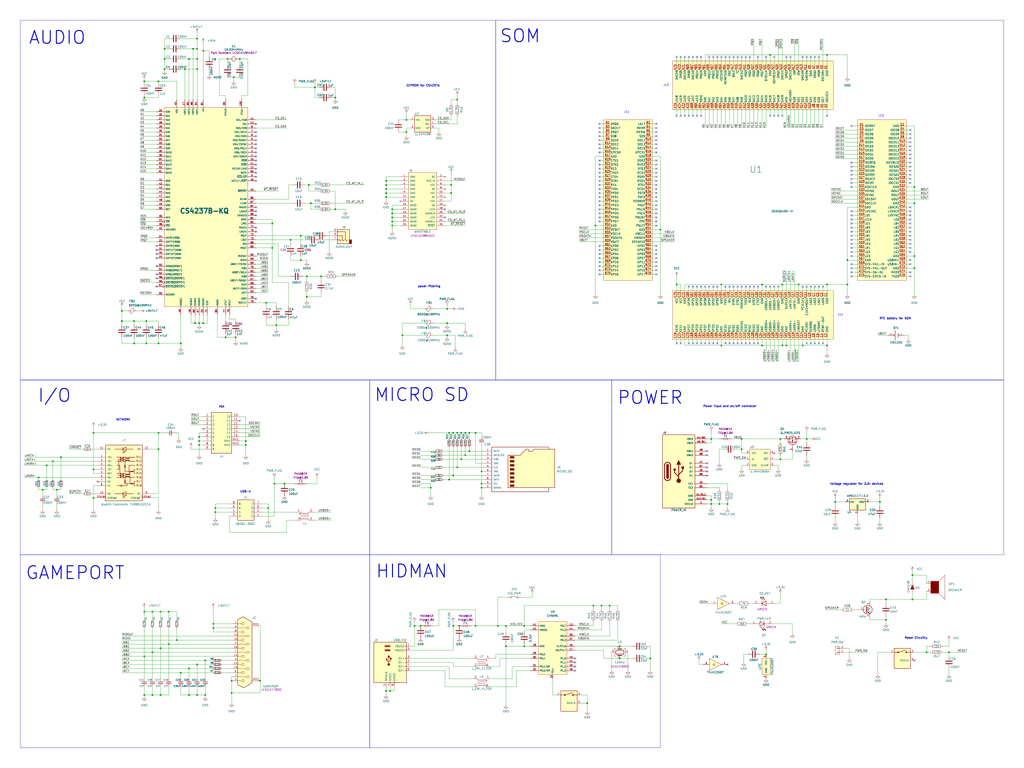
<source format=kicad_sch>
(kicad_sch (version 20250114) (generator "eeschema") (generator_version "9.0")
  (paper "User" 640 480)
  (title_block (title "WeeCee Redux v0.2") (comment 1 "Interpreted by Matt Schultz"))
  (lib_symbols
    (symbol "1-1825027-1_1" (pin_names (offset 1.016))
      (symbol "1-1825027-1_1_0_0"
        (pin passive line (at -7.62 2.54 0) (length 2.54) (name "~") (number "1"))
        (pin passive line (at 7.62 2.54 180) (length 2.54) (name "~") (number "2"))
      )
      (symbol "1-1825027-1_1_1_0"
        (pin power_in line (at 7.62 -2.54 180) (length 2.54) (name "SHIELD") (number "S"))
      )
    )
    (symbol "C_1" (pin_numbers (hide yes)) (pin_names (offset 1.016))
      (property "Reference" "C" (at 0.508 2.286 0))
      (property "Value" "C" (at 0.508 -2.54 0))
      (symbol "C_1_1_1"
        (pin passive line (at 0 3.81 270) (length 2.794) (name "~") (number "1"))
        (pin passive line (at 0 -3.81 90) (length 2.794) (name "~") (number "2"))
      )
    )
    (symbol "C_10" (pin_numbers (hide yes)) (pin_names (offset 1.016))
      (property "Reference" "C" (at 0.508 2.286 0))
      (property "Value" "C" (at 0.508 -2.54 0))
      (symbol "C_10_1_1"
        (pin passive line (at 0 3.81 270) (length 2.794) (name "~") (number "1"))
        (pin passive line (at 0 -3.81 90) (length 2.794) (name "~") (number "2"))
      )
    )
    (symbol "C_11" (pin_numbers (hide yes)) (pin_names (offset 1.016))
      (property "Reference" "C" (at 0.508 2.286 0))
      (property "Value" "C" (at 0.508 -2.54 0))
      (symbol "C_11_1_1"
        (pin passive line (at 0 3.81 270) (length 2.794) (name "~") (number "1"))
        (pin passive line (at 0 -3.81 90) (length 2.794) (name "~") (number "2"))
      )
    )
    (symbol "C_12" (pin_numbers (hide yes)) (pin_names (offset 1.016))
      (property "Reference" "C" (at 0.508 2.286 0))
      (property "Value" "C" (at 0.508 -2.54 0))
      (symbol "C_12_1_1"
        (pin passive line (at 0 3.81 270) (length 2.794) (name "~") (number "1"))
        (pin passive line (at 0 -3.81 90) (length 2.794) (name "~") (number "2"))
      )
    )
    (symbol "C_13" (pin_numbers (hide yes)) (pin_names (offset 1.016))
      (property "Reference" "C" (at 0.508 2.286 0))
      (property "Value" "C" (at 0.508 -2.54 0))
      (symbol "C_13_1_1"
        (pin passive line (at 0 3.81 270) (length 2.794) (name "~") (number "1"))
        (pin passive line (at 0 -3.81 90) (length 2.794) (name "~") (number "2"))
      )
    )
    (symbol "C_14" (pin_numbers (hide yes)) (pin_names (offset 1.016))
      (property "Reference" "C" (at 0.508 2.286 0))
      (property "Value" "C" (at 0.508 -2.54 0))
      (symbol "C_14_1_1"
        (pin passive line (at 0 3.81 270) (length 2.794) (name "~") (number "1"))
        (pin passive line (at 0 -3.81 90) (length 2.794) (name "~") (number "2"))
      )
    )
    (symbol "C_15" (pin_numbers (hide yes)) (pin_names (offset 1.016))
      (property "Reference" "C" (at 0.508 2.286 0))
      (property "Value" "C" (at 0.508 -2.54 0))
      (symbol "C_15_1_1"
        (pin passive line (at 0 3.81 270) (length 2.794) (name "~") (number "1"))
        (pin passive line (at 0 -3.81 90) (length 2.794) (name "~") (number "2"))
      )
    )
    (symbol "C_16" (pin_numbers (hide yes)) (pin_names (offset 1.016))
      (property "Reference" "C" (at 0.508 2.286 0))
      (property "Value" "C" (at 0.508 -2.54 0))
      (symbol "C_16_1_1"
        (pin passive line (at 0 3.81 270) (length 2.794) (name "~") (number "1"))
        (pin passive line (at 0 -3.81 90) (length 2.794) (name "~") (number "2"))
      )
    )
    (symbol "C_17" (pin_numbers (hide yes)) (pin_names (offset 1.016))
      (property "Reference" "C" (at 0.508 2.286 0))
      (property "Value" "C" (at 0.508 -2.54 0))
      (symbol "C_17_1_1"
        (pin passive line (at 0 3.81 270) (length 2.794) (name "~") (number "1"))
        (pin passive line (at 0 -3.81 90) (length 2.794) (name "~") (number "2"))
      )
    )
    (symbol "C_18" (pin_numbers (hide yes)) (pin_names (offset 1.016))
      (property "Reference" "C" (at 0.508 2.286 0))
      (property "Value" "C" (at 0.508 -2.54 0))
      (symbol "C_18_1_1"
        (pin passive line (at 0 3.81 270) (length 2.794) (name "~") (number "1"))
        (pin passive line (at 0 -3.81 90) (length 2.794) (name "~") (number "2"))
      )
    )
    (symbol "C_19" (pin_numbers (hide yes)) (pin_names (offset 1.016))
      (property "Reference" "C" (at 0.508 2.286 0))
      (property "Value" "C" (at 0.508 -2.54 0))
      (symbol "C_19_1_1"
        (pin passive line (at 0 3.81 270) (length 2.794) (name "~") (number "1"))
        (pin passive line (at 0 -3.81 90) (length 2.794) (name "~") (number "2"))
      )
    )
    (symbol "C_2" (pin_numbers (hide yes)) (pin_names (offset 1.016))
      (property "Reference" "C" (at 0.508 2.286 0))
      (property "Value" "C" (at 0.508 -2.54 0))
      (symbol "C_2_1_1"
        (pin passive line (at 0 3.81 270) (length 2.794) (name "~") (number "1"))
        (pin passive line (at 0 -3.81 90) (length 2.794) (name "~") (number "2"))
      )
    )
    (symbol "C_20" (pin_numbers (hide yes)) (pin_names (offset 1.016))
      (property "Reference" "C" (at 0.508 2.286 0))
      (property "Value" "C" (at 0.508 -2.54 0))
      (symbol "C_20_1_1"
        (pin passive line (at 0 3.81 270) (length 2.794) (name "~") (number "1"))
        (pin passive line (at 0 -3.81 90) (length 2.794) (name "~") (number "2"))
      )
    )
    (symbol "C_21" (pin_numbers (hide yes)) (pin_names (offset 1.016))
      (property "Reference" "C" (at 0.508 2.286 0))
      (property "Value" "C" (at 0.508 -2.54 0))
      (symbol "C_21_1_1"
        (pin passive line (at 0 3.81 270) (length 2.794) (name "~") (number "1"))
        (pin passive line (at 0 -3.81 90) (length 2.794) (name "~") (number "2"))
      )
    )
    (symbol "C_22" (pin_numbers (hide yes)) (pin_names (offset 1.016))
      (property "Reference" "C" (at 0.508 2.286 0))
      (property "Value" "C" (at 0.508 -2.54 0))
      (symbol "C_22_1_1"
        (pin passive line (at 0 3.81 270) (length 2.794) (name "~") (number "1"))
        (pin passive line (at 0 -3.81 90) (length 2.794) (name "~") (number "2"))
      )
    )
    (symbol "C_23" (pin_numbers (hide yes)) (pin_names (offset 1.016))
      (property "Reference" "C" (at 0.508 2.286 0))
      (property "Value" "C" (at 0.508 -2.54 0))
      (symbol "C_23_1_1"
        (pin passive line (at 0 3.81 270) (length 2.794) (name "~") (number "1"))
        (pin passive line (at 0 -3.81 90) (length 2.794) (name "~") (number "2"))
      )
    )
    (symbol "C_24" (pin_numbers (hide yes)) (pin_names (offset 1.016))
      (property "Reference" "C" (at 0.508 2.286 0))
      (property "Value" "C" (at 0.508 -2.54 0))
      (symbol "C_24_1_1"
        (pin passive line (at 0 3.81 270) (length 2.794) (name "~") (number "1"))
        (pin passive line (at 0 -3.81 90) (length 2.794) (name "~") (number "2"))
      )
    )
    (symbol "C_25" (pin_numbers (hide yes)) (pin_names (offset 1.016))
      (property "Reference" "C" (at 0.508 2.286 0))
      (property "Value" "C" (at 0.508 -2.54 0))
      (symbol "C_25_1_1"
        (pin passive line (at 0 3.81 270) (length 2.794) (name "~") (number "1"))
        (pin passive line (at 0 -3.81 90) (length 2.794) (name "~") (number "2"))
      )
    )
    (symbol "C_26" (pin_numbers (hide yes)) (pin_names (offset 1.016))
      (property "Reference" "C" (at 0.508 2.286 0))
      (property "Value" "C" (at 0.508 -2.54 0))
      (symbol "C_26_1_1"
        (pin passive line (at 0 3.81 270) (length 2.794) (name "~") (number "1"))
        (pin passive line (at 0 -3.81 90) (length 2.794) (name "~") (number "2"))
      )
    )
    (symbol "C_27" (pin_numbers (hide yes)) (pin_names (offset 1.016))
      (property "Reference" "C" (at 0.508 2.286 0))
      (property "Value" "C" (at 0.508 -2.54 0))
      (symbol "C_27_1_1"
        (pin passive line (at 0 3.81 270) (length 2.794) (name "~") (number "1"))
        (pin passive line (at 0 -3.81 90) (length 2.794) (name "~") (number "2"))
      )
    )
    (symbol "C_28" (pin_numbers (hide yes)) (pin_names (offset 1.016))
      (property "Reference" "C" (at 0.508 2.286 0))
      (property "Value" "C" (at 0.508 -2.54 0))
      (symbol "C_28_1_1"
        (pin passive line (at 0 3.81 270) (length 2.794) (name "~") (number "1"))
        (pin passive line (at 0 -3.81 90) (length 2.794) (name "~") (number "2"))
      )
    )
    (symbol "C_29" (pin_numbers (hide yes)) (pin_names (offset 1.016))
      (property "Reference" "C" (at 0.508 2.286 0))
      (property "Value" "C" (at 0.508 -2.54 0))
      (symbol "C_29_1_1"
        (pin passive line (at 0 3.81 270) (length 2.794) (name "~") (number "1"))
        (pin passive line (at 0 -3.81 90) (length 2.794) (name "~") (number "2"))
      )
    )
    (symbol "C_3" (pin_numbers (hide yes)) (pin_names (offset 1.016))
      (property "Reference" "C" (at 0.508 2.286 0))
      (property "Value" "C" (at 0.508 -2.54 0))
      (symbol "C_3_1_1"
        (pin passive line (at 0 3.81 270) (length 2.794) (name "~") (number "1"))
        (pin passive line (at 0 -3.81 90) (length 2.794) (name "~") (number "2"))
      )
    )
    (symbol "C_30" (pin_numbers (hide yes)) (pin_names (offset 1.016))
      (property "Reference" "C" (at 0.508 2.286 0))
      (property "Value" "C" (at 0.508 -2.54 0))
      (symbol "C_30_1_1"
        (pin passive line (at 0 3.81 270) (length 2.794) (name "~") (number "1"))
        (pin passive line (at 0 -3.81 90) (length 2.794) (name "~") (number "2"))
      )
    )
    (symbol "C_31" (pin_numbers (hide yes)) (pin_names (offset 1.016))
      (property "Reference" "C" (at 0.508 2.286 0))
      (property "Value" "C" (at 0.508 -2.54 0))
      (symbol "C_31_1_1"
        (pin passive line (at 0 3.81 270) (length 2.794) (name "~") (number "1"))
        (pin passive line (at 0 -3.81 90) (length 2.794) (name "~") (number "2"))
      )
    )
    (symbol "C_32" (pin_numbers (hide yes)) (pin_names (offset 1.016))
      (property "Reference" "C" (at 0.508 2.286 0))
      (property "Value" "C" (at 0.508 -2.54 0))
      (symbol "C_32_1_1"
        (pin passive line (at 0 3.81 270) (length 2.794) (name "~") (number "1"))
        (pin passive line (at 0 -3.81 90) (length 2.794) (name "~") (number "2"))
      )
    )
    (symbol "C_33" (pin_numbers (hide yes)) (pin_names (offset 1.016))
      (property "Reference" "C" (at 0.508 2.286 0))
      (property "Value" "C" (at 0.508 -2.54 0))
      (symbol "C_33_1_1"
        (pin passive line (at 0 3.81 270) (length 2.794) (name "~") (number "1"))
        (pin passive line (at 0 -3.81 90) (length 2.794) (name "~") (number "2"))
      )
    )
    (symbol "C_34" (pin_numbers (hide yes)) (pin_names (offset 1.016))
      (property "Reference" "C" (at 0.508 2.286 0))
      (property "Value" "C" (at 0.508 -2.54 0))
      (symbol "C_34_1_1"
        (pin passive line (at 0 3.81 270) (length 2.794) (name "~") (number "1"))
        (pin passive line (at 0 -3.81 90) (length 2.794) (name "~") (number "2"))
      )
    )
    (symbol "C_35" (pin_numbers (hide yes)) (pin_names (offset 1.016))
      (property "Reference" "C" (at 0.508 2.286 0))
      (property "Value" "C" (at 0.508 -2.54 0))
      (symbol "C_35_1_1"
        (pin passive line (at 0 3.81 270) (length 2.794) (name "~") (number "1"))
        (pin passive line (at 0 -3.81 90) (length 2.794) (name "~") (number "2"))
      )
    )
    (symbol "C_36" (pin_numbers (hide yes)) (pin_names (offset 1.016))
      (property "Reference" "C" (at 0.508 2.286 0))
      (property "Value" "C" (at 0.508 -2.54 0))
      (symbol "C_36_1_1"
        (pin passive line (at 0 3.81 270) (length 2.794) (name "~") (number "1"))
        (pin passive line (at 0 -3.81 90) (length 2.794) (name "~") (number "2"))
      )
    )
    (symbol "C_37" (pin_numbers (hide yes)) (pin_names (offset 1.016))
      (property "Reference" "C" (at 0.508 2.286 0))
      (property "Value" "C" (at 0.508 -2.54 0))
      (symbol "C_37_1_1"
        (pin passive line (at 0 3.81 270) (length 2.794) (name "~") (number "1"))
        (pin passive line (at 0 -3.81 90) (length 2.794) (name "~") (number "2"))
      )
    )
    (symbol "C_38" (pin_numbers (hide yes)) (pin_names (offset 1.016))
      (property "Reference" "C" (at 0.508 2.286 0))
      (property "Value" "C" (at 0.508 -2.54 0))
      (symbol "C_38_1_1"
        (pin passive line (at 0 3.81 270) (length 2.794) (name "~") (number "1"))
        (pin passive line (at 0 -3.81 90) (length 2.794) (name "~") (number "2"))
      )
    )
    (symbol "C_39" (pin_numbers (hide yes)) (pin_names (offset 1.016))
      (property "Reference" "C" (at 0.508 2.286 0))
      (property "Value" "C" (at 0.508 -2.54 0))
      (symbol "C_39_1_1"
        (pin passive line (at 0 3.81 270) (length 2.794) (name "~") (number "1"))
        (pin passive line (at 0 -3.81 90) (length 2.794) (name "~") (number "2"))
      )
    )
    (symbol "C_4" (pin_numbers (hide yes)) (pin_names (offset 1.016))
      (property "Reference" "C" (at 0.508 2.286 0))
      (property "Value" "C" (at 0.508 -2.54 0))
      (symbol "C_4_1_1"
        (pin passive line (at 0 3.81 270) (length 2.794) (name "~") (number "1"))
        (pin passive line (at 0 -3.81 90) (length 2.794) (name "~") (number "2"))
      )
    )
    (symbol "C_40" (pin_numbers (hide yes)) (pin_names (offset 1.016))
      (property "Reference" "C" (at 0.508 2.286 0))
      (property "Value" "C" (at 0.508 -2.54 0))
      (symbol "C_40_1_1"
        (pin passive line (at 0 3.81 270) (length 2.794) (name "~") (number "1"))
        (pin passive line (at 0 -3.81 90) (length 2.794) (name "~") (number "2"))
      )
    )
    (symbol "C_41" (pin_numbers (hide yes)) (pin_names (offset 1.016))
      (property "Reference" "C" (at 0.508 2.286 0))
      (property "Value" "C" (at 0.508 -2.54 0))
      (symbol "C_41_1_1"
        (pin passive line (at 0 3.81 270) (length 2.794) (name "~") (number "1"))
        (pin passive line (at 0 -3.81 90) (length 2.794) (name "~") (number "2"))
      )
    )
    (symbol "C_5" (pin_numbers (hide yes)) (pin_names (offset 1.016))
      (property "Reference" "C" (at 0.508 2.286 0))
      (property "Value" "C" (at 0.508 -2.54 0))
      (symbol "C_5_1_1"
        (pin passive line (at 0 3.81 270) (length 2.794) (name "~") (number "1"))
        (pin passive line (at 0 -3.81 90) (length 2.794) (name "~") (number "2"))
      )
    )
    (symbol "C_6" (pin_numbers (hide yes)) (pin_names (offset 1.016))
      (property "Reference" "C" (at 0.508 2.286 0))
      (property "Value" "C" (at 0.508 -2.54 0))
      (symbol "C_6_1_1"
        (pin passive line (at 0 3.81 270) (length 2.794) (name "~") (number "1"))
        (pin passive line (at 0 -3.81 90) (length 2.794) (name "~") (number "2"))
      )
    )
    (symbol "C_7" (pin_numbers (hide yes)) (pin_names (offset 1.016))
      (property "Reference" "C" (at 0.508 2.286 0))
      (property "Value" "C" (at 0.508 -2.54 0))
      (symbol "C_7_1_1"
        (pin passive line (at 0 3.81 270) (length 2.794) (name "~") (number "1"))
        (pin passive line (at 0 -3.81 90) (length 2.794) (name "~") (number "2"))
      )
    )
    (symbol "C_8" (pin_numbers (hide yes)) (pin_names (offset 1.016))
      (property "Reference" "C" (at 0.508 2.286 0))
      (property "Value" "C" (at 0.508 -2.54 0))
      (symbol "C_8_1_1"
        (pin passive line (at 0 3.81 270) (length 2.794) (name "~") (number "1"))
        (pin passive line (at 0 -3.81 90) (length 2.794) (name "~") (number "2"))
      )
    )
    (symbol "C_9" (pin_numbers (hide yes)) (pin_names (offset 1.016))
      (property "Reference" "C" (at 0.508 2.286 0))
      (property "Value" "C" (at 0.508 -2.54 0))
      (symbol "C_9_1_1"
        (pin passive line (at 0 3.81 270) (length 2.794) (name "~") (number "1"))
        (pin passive line (at 0 -3.81 90) (length 2.794) (name "~") (number "2"))
      )
    )
    (symbol "PWR_FLAG_1" (power) (pin_numbers (hide yes)) (pin_names (offset 0) (hide yes))
      (property "Value" "PWR_FLAG" (at 0 3.81 0))
      (symbol "PWR_FLAG_1_0_0"
        (pin power_out line (at 0 0 90) (length 0) (name "pwr") (number "1"))
      )
    )
    (symbol "PWR_FLAG_2" (power) (pin_numbers (hide yes)) (pin_names (offset 0) (hide yes))
      (property "Value" "PWR_FLAG" (at 0 3.81 0))
      (symbol "PWR_FLAG_2_0_0"
        (pin power_out line (at 0 0 90) (length 0) (name "pwr") (number "1"))
      )
    )
    (symbol "PWR_FLAG_3" (power) (pin_numbers (hide yes)) (pin_names (offset 0) (hide yes))
      (property "Value" "PWR_FLAG" (at 0 3.81 0))
      (symbol "PWR_FLAG_3_0_0"
        (pin power_out line (at 0 0 90) (length 0) (name "pwr") (number "1"))
      )
    )
    (symbol "PWR_FLAG_4" (power) (pin_numbers (hide yes)) (pin_names (offset 0) (hide yes))
      (property "Value" "PWR_FLAG" (at 0 3.81 0))
      (symbol "PWR_FLAG_4_0_0"
        (pin power_out line (at 0 0 90) (length 0) (name "pwr") (number "1"))
      )
    )
    (symbol "PWR_FLAG_5" (power) (pin_numbers (hide yes)) (pin_names (offset 0) (hide yes))
      (property "Value" "PWR_FLAG" (at 0 3.81 0))
      (symbol "PWR_FLAG_5_0_0"
        (pin power_out line (at 0 0 90) (length 0) (name "pwr") (number "1"))
      )
    )
    (symbol "PWR_FLAG_6" (power) (pin_numbers (hide yes)) (pin_names (offset 0) (hide yes))
      (property "Value" "PWR_FLAG" (at 0 3.81 0))
      (symbol "PWR_FLAG_6_0_0"
        (pin power_out line (at 0 0 90) (length 0) (name "pwr") (number "1"))
      )
    )
    (symbol "PWR_FLAG_7" (power) (pin_numbers (hide yes)) (pin_names (offset 0) (hide yes))
      (property "Value" "PWR_FLAG" (at 0 3.81 0))
      (symbol "PWR_FLAG_7_0_0"
        (pin power_out line (at 0 0 90) (length 0) (name "pwr") (number "1"))
      )
    )
    (symbol "PWR_FLAG_8" (power) (pin_numbers (hide yes)) (pin_names (offset 0) (hide yes))
      (property "Value" "PWR_FLAG" (at 0 3.81 0))
      (symbol "PWR_FLAG_8_0_0"
        (pin power_out line (at 0 0 90) (length 0) (name "pwr") (number "1"))
      )
    )
    (symbol "R_1" (pin_numbers (hide yes)) (pin_names (offset 0))
      (property "Reference" "R" (at -1.27 -4.572 90))
      (property "Value" "R" (at 0.762 0 90))
      (symbol "R_1_1_1"
        (pin passive line (at 0 3.81 270) (length 1.27) (name "~") (number "1"))
        (pin passive line (at 0 -3.81 90) (length 1.27) (name "~") (number "2"))
      )
    )
    (symbol "R_10" (pin_numbers (hide yes)) (pin_names (offset 0))
      (property "Reference" "R" (at -1.27 -4.572 90))
      (property "Value" "R" (at 0.762 0 90))
      (symbol "R_10_1_1"
        (pin passive line (at 0 3.81 270) (length 1.27) (name "~") (number "1"))
        (pin passive line (at 0 -3.81 90) (length 1.27) (name "~") (number "2"))
      )
    )
    (symbol "R_11" (pin_numbers (hide yes)) (pin_names (offset 0))
      (property "Reference" "R" (at -1.27 -4.572 90))
      (property "Value" "R" (at 0.762 0 90))
      (symbol "R_11_1_1"
        (pin passive line (at 0 3.81 270) (length 1.27) (name "~") (number "1"))
        (pin passive line (at 0 -3.81 90) (length 1.27) (name "~") (number "2"))
      )
    )
    (symbol "R_12" (pin_numbers (hide yes)) (pin_names (offset 0))
      (property "Reference" "R" (at -1.27 -4.572 90))
      (property "Value" "R" (at 0.762 0 90))
      (symbol "R_12_1_1"
        (pin passive line (at 0 3.81 270) (length 1.27) (name "~") (number "1"))
        (pin passive line (at 0 -3.81 90) (length 1.27) (name "~") (number "2"))
      )
    )
    (symbol "R_13" (pin_numbers (hide yes)) (pin_names (offset 0))
      (property "Reference" "R" (at -1.27 -4.572 90))
      (property "Value" "R" (at 0.762 0 90))
      (symbol "R_13_1_1"
        (pin passive line (at 0 3.81 270) (length 1.27) (name "~") (number "1"))
        (pin passive line (at 0 -3.81 90) (length 1.27) (name "~") (number "2"))
      )
    )
    (symbol "R_14" (pin_numbers (hide yes)) (pin_names (offset 0))
      (property "Reference" "R" (at -1.27 -4.572 90))
      (property "Value" "R" (at 0.762 0 90))
      (symbol "R_14_1_1"
        (pin passive line (at 0 3.81 270) (length 1.27) (name "~") (number "1"))
        (pin passive line (at 0 -3.81 90) (length 1.27) (name "~") (number "2"))
      )
    )
    (symbol "R_15" (pin_numbers (hide yes)) (pin_names (offset 0))
      (property "Reference" "R" (at -1.27 -4.572 90))
      (property "Value" "R" (at 0.762 0 90))
      (symbol "R_15_1_1"
        (pin passive line (at 0 3.81 270) (length 1.27) (name "~") (number "1"))
        (pin passive line (at 0 -3.81 90) (length 1.27) (name "~") (number "2"))
      )
    )
    (symbol "R_16" (pin_numbers (hide yes)) (pin_names (offset 0))
      (property "Reference" "R" (at -1.27 -4.572 90))
      (property "Value" "R" (at 0.762 0 90))
      (symbol "R_16_1_1"
        (pin passive line (at 0 3.81 270) (length 1.27) (name "~") (number "1"))
        (pin passive line (at 0 -3.81 90) (length 1.27) (name "~") (number "2"))
      )
    )
    (symbol "R_17" (pin_numbers (hide yes)) (pin_names (offset 0))
      (property "Reference" "R" (at -1.27 -4.572 90))
      (property "Value" "R" (at 0.762 0 90))
      (symbol "R_17_1_1"
        (pin passive line (at 0 3.81 270) (length 1.27) (name "~") (number "1"))
        (pin passive line (at 0 -3.81 90) (length 1.27) (name "~") (number "2"))
      )
    )
    (symbol "R_18" (pin_numbers (hide yes)) (pin_names (offset 0))
      (property "Reference" "R" (at -1.27 -4.572 90))
      (property "Value" "R" (at 0.762 0 90))
      (symbol "R_18_1_1"
        (pin passive line (at 0 3.81 270) (length 1.27) (name "~") (number "1"))
        (pin passive line (at 0 -3.81 90) (length 1.27) (name "~") (number "2"))
      )
    )
    (symbol "R_19" (pin_numbers (hide yes)) (pin_names (offset 0))
      (property "Reference" "R" (at -1.27 -4.572 90))
      (property "Value" "R" (at 0.762 0 90))
      (symbol "R_19_1_1"
        (pin passive line (at 0 3.81 270) (length 1.27) (name "~") (number "1"))
        (pin passive line (at 0 -3.81 90) (length 1.27) (name "~") (number "2"))
      )
    )
    (symbol "R_2" (pin_numbers (hide yes)) (pin_names (offset 0))
      (property "Reference" "R" (at -1.27 -4.572 90))
      (property "Value" "R" (at 0.762 0 90))
      (symbol "R_2_1_1"
        (pin passive line (at 0 3.81 270) (length 1.27) (name "~") (number "1"))
        (pin passive line (at 0 -3.81 90) (length 1.27) (name "~") (number "2"))
      )
    )
    (symbol "R_3" (pin_numbers (hide yes)) (pin_names (offset 0))
      (property "Reference" "R" (at -1.27 -4.572 90))
      (property "Value" "R" (at 0.762 0 90))
      (symbol "R_3_1_1"
        (pin passive line (at 0 3.81 270) (length 1.27) (name "~") (number "1"))
        (pin passive line (at 0 -3.81 90) (length 1.27) (name "~") (number "2"))
      )
    )
    (symbol "R_4" (pin_numbers (hide yes)) (pin_names (offset 0))
      (property "Reference" "R" (at -1.27 -4.572 90))
      (property "Value" "R" (at 0.762 0 90))
      (symbol "R_4_1_1"
        (pin passive line (at 0 3.81 270) (length 1.27) (name "~") (number "1"))
        (pin passive line (at 0 -3.81 90) (length 1.27) (name "~") (number "2"))
      )
    )
    (symbol "R_5" (pin_numbers (hide yes)) (pin_names (offset 0))
      (property "Reference" "R" (at -1.27 -4.572 90))
      (property "Value" "R" (at 0.762 0 90))
      (symbol "R_5_1_1"
        (pin passive line (at 0 3.81 270) (length 1.27) (name "~") (number "1"))
        (pin passive line (at 0 -3.81 90) (length 1.27) (name "~") (number "2"))
      )
    )
    (symbol "R_6" (pin_numbers (hide yes)) (pin_names (offset 0))
      (property "Reference" "R" (at -1.27 -4.572 90))
      (property "Value" "R" (at 0.762 0 90))
      (symbol "R_6_1_1"
        (pin passive line (at 0 3.81 270) (length 1.27) (name "~") (number "1"))
        (pin passive line (at 0 -3.81 90) (length 1.27) (name "~") (number "2"))
      )
    )
    (symbol "R_7" (pin_numbers (hide yes)) (pin_names (offset 0))
      (property "Reference" "R" (at -1.27 -4.572 90))
      (property "Value" "R" (at 0.762 0 90))
      (symbol "R_7_1_1"
        (pin passive line (at 0 3.81 270) (length 1.27) (name "~") (number "1"))
        (pin passive line (at 0 -3.81 90) (length 1.27) (name "~") (number "2"))
      )
    )
    (symbol "R_8" (pin_numbers (hide yes)) (pin_names (offset 0))
      (property "Reference" "R" (at -1.27 -4.572 90))
      (property "Value" "R" (at 0.762 0 90))
      (symbol "R_8_1_1"
        (pin passive line (at 0 3.81 270) (length 1.27) (name "~") (number "1"))
        (pin passive line (at 0 -3.81 90) (length 1.27) (name "~") (number "2"))
      )
    )
    (symbol "R_9" (pin_numbers (hide yes)) (pin_names (offset 0))
      (property "Reference" "R" (at -1.27 -4.572 90))
      (property "Value" "R" (at 0.762 0 90))
      (symbol "R_9_1_1"
        (pin passive line (at 0 3.81 270) (length 1.27) (name "~") (number "1"))
        (pin passive line (at 0 -3.81 90) (length 1.27) (name "~") (number "2"))
      )
    )
    (symbol "SnipE Symbol Library:+3.3V" (power) (pin_names (offset 0))
      (property "Value" "+3.3V" (at -0.791 3.1749 90))
      (symbol "+3.3V_1_1"
        (pin power_in line (at 0 0 90) (length 0) (hide yes) (name "+3.3V") (number "1"))
      )
    )
    (symbol "SnipE Symbol Library:+5VA" (power) (pin_names (offset 0))
      (property "Value" "+5VA" (at -0.791 3.1749 90))
      (symbol "+5VA_1_1"
        (pin power_in line (at 0 0 90) (length 0) (hide yes) (name "+5VA") (number "1"))
      )
    )
    (symbol "SnipE Symbol Library:+5VFILT" (power) (pin_names (offset 0))
      (property "Value" "+5VFILT" (at -0.791 3.175 90))
      (symbol "+5VFILT_1_1"
        (pin power_in line (at 0 0 90) (length 0) (hide yes) (name "+5VFILT") (number "1"))
      )
    )
    (symbol "SnipE Symbol Library:48204-0001"
      (property "Reference" "J1" (at 10.414 -11.684 0))
      (property "Value" "48204-0001" (at 10.414 4.826 0))
      (symbol "48204-0001_1_1"
        (pin passive line (at 0 0 0) (length 5.08) (name "1") (number "1"))
        (pin passive line (at 0 -2.54 0) (length 5.08) (name "2") (number "2"))
        (pin passive line (at 0 -5.08 0) (length 5.08) (name "5") (number "5"))
        (pin passive line (at 0 -7.62 0) (length 5.08) (name "7") (number "7"))
        (pin passive line (at 20.32 0 180) (length 5.08) (name "3") (number "3"))
        (pin passive line (at 20.32 -2.54 180) (length 5.08) (name "4") (number "4"))
        (pin passive line (at 20.32 -5.08 180) (length 5.08) (name "6") (number "6"))
        (pin passive line (at 20.32 -7.62 180) (length 5.08) (name "8") (number "8"))
      )
    )
    (symbol "SnipE Symbol Library:634-015-263-032"
      (property "Reference" "J4" (at 11.43 -24.892 0))
      (symbol "634-015-263-032_1_1"
        (pin passive line (at 0 0 0) (length 5.08) (name "1") (number "1"))
        (pin passive line (at 0 -2.54 0) (length 5.08) (name "2") (number "2"))
        (pin passive line (at 0 -5.08 0) (length 5.08) (name "3") (number "3"))
        (pin passive line (at 0 -7.62 0) (length 5.08) (name "4") (number "4"))
        (pin passive line (at 0 -10.16 0) (length 5.08) (name "5") (number "5"))
        (pin passive line (at 0 -12.7 0) (length 5.08) (name "6") (number "6"))
        (pin passive line (at 0 -15.24 0) (length 5.08) (name "7") (number "7"))
        (pin passive line (at 0 -17.78 0) (length 5.08) (name "8") (number "8"))
        (pin passive line (at 0 -20.32 0) (length 5.08) (name "9") (number "9"))
        (pin passive line (at 22.86 0 180) (length 5.08) (name "10") (number "10"))
        (pin passive line (at 22.86 -2.54 180) (length 5.08) (name "11") (number "11"))
        (pin passive line (at 22.86 -5.08 180) (length 5.08) (name "12") (number "12"))
        (pin passive line (at 22.86 -7.62 180) (length 5.08) (name "13") (number "13"))
        (pin passive line (at 22.86 -10.16 180) (length 5.08) (name "14") (number "14"))
        (pin passive line (at 22.86 -12.7 180) (length 5.08) (name "15") (number "15"))
        (pin passive line (at 22.86 -15.24 180) (length 5.08) (name "MH1") (number "MH1"))
        (pin passive line (at 22.86 -17.78 180) (length 5.08) (name "MH2") (number "MH2"))
      )
    )
    (symbol "SnipE Symbol Library:7499010211A" (pin_names (offset 1.016))
      (property "Reference" "J7" (at -1.27 20.574 0))
      (property "Value" "Wuerth Elektronik 7499010211A" (at 0 -19.304 0))
      (symbol "7499010211A_0_0"
        (text "RJ1" (at 6.35 9.525 0) (effects (font (size 1.27 1.27)) (justify left bottom)))
        (text "RJ2" (at 6.35 6.985 0) (effects (font (size 1.27 1.27)) (justify left bottom)))
        (text "RJ3" (at 6.35 4.445 0) (effects (font (size 1.27 1.27)) (justify left bottom)))
        (text "RJ4" (at 6.35 1.905 0) (effects (font (size 1.27 1.27)) (justify left bottom)))
        (text "RJ5" (at 6.35 -0.635 0) (effects (font (size 1.27 1.27)) (justify left bottom)))
        (text "RJ6" (at 6.35 -3.175 0) (effects (font (size 1.27 1.27)) (justify left bottom)))
        (text "RJ7" (at 6.35 -5.715 0) (effects (font (size 1.27 1.27)) (justify left bottom)))
        (text "RJ8" (at 6.35 -8.255 0) (effects (font (size 1.27 1.27)) (justify left bottom)))
        (pin bidirectional line (at -17.78 15.24 0) (length 5.08) (name "D4") (number "11"))
        (pin bidirectional line (at -17.78 10.16 0) (length 5.08) (name "TD+") (number "1"))
        (pin bidirectional line (at -17.78 7.62 0) (length 5.08) (name "TD-") (number "2"))
        (pin bidirectional line (at -17.78 5.08 0) (length 5.08) (name "RD+") (number "3"))
        (pin bidirectional line (at -17.78 2.54 0) (length 5.08) (name "TCT") (number "4"))
        (pin bidirectional line (at -17.78 0 0) (length 5.08) (name "RCT") (number "5"))
        (pin bidirectional line (at -17.78 -2.54 0) (length 5.08) (name "RD-") (number "6"))
        (pin bidirectional line (at -17.78 -5.08 0) (length 5.08) (name "NC") (number "7"))
        (pin bidirectional line (at -17.78 -7.62 0) (length 5.08) (name "C1") (number "8"))
        (pin bidirectional line (at -17.78 -12.7 0) (length 5.08) (name "D2") (number "10"))
        (pin bidirectional line (at -17.78 -15.24 0) (length 5.08) (name "CASE@1") (number "CASE@1"))
        (pin bidirectional line (at 15.24 15.24 180) (length 5.08) (name "D3") (number "12"))
        (pin bidirectional line (at 15.24 -12.7 180) (length 5.08) (name "D1") (number "9"))
        (pin bidirectional line (at 15.24 -15.24 180) (length 5.08) (name "CASE@2") (number "CASE@2"))
      )
    )
    (symbol "SnipE Symbol Library:AGND" (power) (pin_names (offset 0))
      (property "Value" "AGND" (at 0 -3.81 0))
      (symbol "AGND_1_1"
        (pin power_in line (at 0 0 270) (length 0) (hide yes) (name "GND") (number "1"))
      )
    )
    (symbol "SnipE Symbol Library:AudioJack3"
      (property "Reference" "J6" (at -1.905 8.89 0))
      (property "Value" "AUDIO_OUT" (at -1.905 6.35 0))
      (symbol "AudioJack3_1_1"
        (pin passive line (at 5.08 2.54 180) (length 2.54) (name "~") (number "S"))
        (pin passive line (at 5.08 0 180) (length 2.54) (name "~") (number "R"))
        (pin passive line (at 5.08 -2.54 180) (length 2.54) (name "~") (number "T"))
      )
    )
    (symbol "SnipE Symbol Library:BT" (pin_numbers (hide yes)) (pin_names (offset 0))
      (property "Reference" "BT1" (at 4.6015 0 90))
      (property "Value" "CR1220" (at -4.5235 0 90))
      (symbol "BT_1_1"
        (pin power_out line (at 0 5.08 270) (length 3.81) (name "+") (number "1"))
        (pin passive line (at 0 -5.08 90) (length 3.81) (name "-") (number "2"))
      )
    )
    (symbol "SnipE Symbol Library:C" (pin_numbers (hide yes)) (pin_names (offset 1.016))
      (property "Reference" "C" (at 2.54 -1.27 0))
      (property "Value" "C" (at 2.54 1.27 0))
      (symbol "C_1_1"
        (pin passive line (at 0 3.81 270) (length 2.794) (name "~") (number "1"))
        (pin passive line (at 0 -3.81 90) (length 2.794) (name "~") (number "2"))
      )
    )
    (symbol "SnipE Symbol Library:CS4237B-KQ_LITE"
      (property "Value" "CS4237B-KQ" (at -15.748 -2.286 0))
      (symbol "CS4237B-KQ_LITE_1_1"
        (pin input line (at -45.72 59.69 0) (length 5.08) (name "SA0") (number "25"))
        (pin input line (at -45.72 57.15 0) (length 5.08) (name "SA1") (number "26"))
        (pin input line (at -45.72 54.61 0) (length 5.08) (name "SA2") (number "27"))
        (pin input line (at -45.72 52.07 0) (length 5.08) (name "SA3") (number "28"))
        (pin input line (at -45.72 49.53 0) (length 5.08) (name "SA4") (number "29"))
        (pin input line (at -45.72 46.99 0) (length 5.08) (name "SA5") (number "30"))
        (pin input line (at -45.72 44.45 0) (length 5.08) (name "SA6") (number "31"))
        (pin input line (at -45.72 41.91 0) (length 5.08) (name "SA7") (number "32"))
        (pin input line (at -45.72 39.37 0) (length 5.08) (name "SA8") (number "33"))
        (pin input line (at -45.72 36.83 0) (length 5.08) (name "SA9") (number "34"))
        (pin input line (at -45.72 34.29 0) (length 5.08) (name "SA10") (number "35"))
        (pin input line (at -45.72 31.75 0) (length 5.08) (name "SA11") (number "36"))
        (pin input line (at -45.72 29.21 0) (length 5.08) (name "SA12") (number "94"))
        (pin input line (at -45.72 26.67 0) (length 5.08) (name "SA13") (number "93"))
        (pin input line (at -45.72 24.13 0) (length 5.08) (name "SA14") (number "92"))
        (pin input line (at -45.72 21.59 0) (length 5.08) (name "SA15") (number "91"))
        (pin bidirectional line (at -45.72 16.51 0) (length 5.08) (name "SD0") (number "41"))
        (pin bidirectional line (at -45.72 13.97 0) (length 5.08) (name "SD1") (number "42"))
        (pin bidirectional line (at -45.72 11.43 0) (length 5.08) (name "SD2") (number "43"))
        (pin bidirectional line (at -45.72 8.89 0) (length 5.08) (name "SD3") (number "44"))
        (pin bidirectional line (at -45.72 6.35 0) (length 5.08) (name "SD4") (number "47"))
        (pin bidirectional line (at -45.72 3.81 0) (length 5.08) (name "SD5") (number "48"))
        (pin bidirectional line (at -45.72 1.27 0) (length 5.08) (name "SD6") (number "49"))
        (pin bidirectional line (at -45.72 -1.27 0) (length 5.08) (name "SD7") (number "50"))
        (pin input line (at -45.72 -6.35 0) (length 5.08) (name "AEN") (number "39"))
        (pin input inverted (at -45.72 -8.89 0) (length 5.08) (name "~{IOR}") (number "37"))
        (pin input inverted (at -45.72 -11.43 0) (length 5.08) (name "~{IOW}") (number "38"))
        (pin output line (at -45.72 -13.97 0) (length 5.08) (name "IOCHRDY") (number "40"))
        (pin output line (at -45.72 -19.05 0) (length 5.08) (name "(INT5*)IRQA") (number "24"))
        (pin output line (at -45.72 -21.59 0) (length 5.08) (name "(INT7*)IRQB") (number "23"))
        (pin output line (at -45.72 -24.13 0) (length 5.08) (name "(INT9*)IRQC") (number "22"))
        (pin output line (at -45.72 -26.67 0) (length 5.08) (name "(INT11*)IRQD") (number "21"))
        (pin output line (at -45.72 -29.21 0) (length 5.08) (name "(INT12*)IRQE") (number "20"))
        (pin output line (at -45.72 -31.75 0) (length 5.08) (name "(INT15*)IRQF") (number "19"))
        (pin output line (at -45.72 -36.83 0) (length 5.08) (name "DRQA(DRQ0*)") (number "55"))
        (pin output line (at -45.72 -39.37 0) (length 5.08) (name "DRQB(DRQ1*)") (number "51"))
        (pin output line (at -45.72 -41.91 0) (length 5.08) (name "DRQC(DRQ3*)") (number "52"))
        (pin input inverted (at -45.72 -44.45 0) (length 5.08) (name "~{DACKA}(~{DACK0}*)") (number "58"))
        (pin input inverted (at -45.72 -46.99 0) (length 5.08) (name "~{DACKB}(~{DACK1}*)") (number "56"))
        (pin input inverted (at -45.72 -49.53 0) (length 5.08) (name "~{DACKC}(~{DACK3}*)") (number "57"))
        (pin passive line (at -45.72 -54.61 0) (length 5.08) (name "RESDRV") (number "90"))
        (pin power_in line (at -33.02 67.31 270) (length 5.08) (name "VD1") (number "45"))
        (pin power_in line (at -30.48 -67.31 90) (length 5.08) (name "DGND1") (number "46"))
        (pin power_in line (at -27.94 67.31 270) (length 5.08) (name "VDF1") (number "17"))
        (pin power_in line (at -25.4 67.31 270) (length 5.08) (name "VDF2") (number "65"))
        (pin power_in line (at -24.13 -67.31 90) (length 5.08) (name "SGND1") (number "18"))
        (pin power_in line (at -22.86 67.31 270) (length 5.08) (name "VDF3") (number "98"))
        (pin power_in line (at -21.59 -67.31 90) (length 5.08) (name "SGND2") (number "66"))
        (pin power_in line (at -20.32 67.31 270) (length 5.08) (name "VDF4") (number "54"))
        (pin power_in line (at -19.05 -67.31 90) (length 5.08) (name "SGND3") (number "97"))
        (pin passive line (at -16.51 67.31 270) (length 5.08) (name "VA") (number "81"))
        (pin power_in line (at -16.51 -67.31 90) (length 5.08) (name "SGND4") (number "53"))
        (pin passive line (at -13.97 -67.31 90) (length 5.08) (name "TEST") (number "71"))
        (pin passive line (at -7.62 -67.31 90) (length 5.08) (name "AGND") (number "80"))
        (pin passive line (at -2.54 67.31 270) (length 5.08) (name "XTALO") (number "99"))
        (pin passive line (at -2.54 -67.31 90) (length 5.08) (name "LFILT") (number "77"))
        (pin passive line (at 0 -67.31 90) (length 5.08) (name "RFILT") (number "76"))
        (pin passive line (at 7.62 67.31 270) (length 5.08) (name "XTALI") (number "100"))
        (pin passive line (at 16.51 54.61 180) (length 5.08) (name "SCL/XA0") (number "14"))
        (pin passive line (at 16.51 52.07 180) (length 5.08) (name "XA1") (number "13"))
        (pin passive line (at 16.51 49.53 180) (length 5.08) (name "SDA/XD0") (number "8"))
        (pin passive line (at 16.51 46.99 180) (length 5.08) (name "XD1/SCLK") (number "7"))
        (pin passive line (at 16.51 44.45 180) (length 5.08) (name "XD2/SDIN") (number "6"))
        (pin passive line (at 16.51 41.91 180) (length 5.08) (name "XD3/SDOUT") (number "5"))
        (pin passive line (at 16.51 39.37 180) (length 5.08) (name "XD4/FSYNC") (number "4"))
        (pin passive line (at 16.51 36.83 180) (length 5.08) (name "XD5/MCLK") (number "3"))
        (pin passive line (at 16.51 34.29 180) (length 5.08) (name "XD6/LRCK") (number "2"))
        (pin passive line (at 16.51 31.75 180) (length 5.08) (name "XD7/SDATA") (number "1"))
        (pin passive line (at 16.51 29.21 180) (length 5.08) (name "~{XIOR}") (number "10"))
        (pin passive line (at 16.51 26.67 180) (length 5.08) (name "~{XIOW}") (number "11"))
        (pin passive line (at 16.51 24.13 180) (length 5.08) (name "XCTL0*/XA2") (number "12"))
        (pin passive line (at 16.51 21.59 180) (length 5.08) (name "MUTE") (number "95"))
        (pin passive line (at 16.51 19.05 180) (length 5.08) (name "~{SCS}/~{UP}") (number "9"))
        (pin passive line (at 16.51 16.51 180) (length 5.08) (name "XCTL1*/~{SINT}") (number "16"))
        (pin input line (at 16.51 10.16 180) (length 5.08) (name "~{BRESET}") (number "15"))
        (pin input line (at 16.51 5.08 180) (length 5.08) (name "RLINE") (number "86"))
        (pin input line (at 16.51 2.54 180) (length 5.08) (name "LLINE") (number "87"))
        (pin passive line (at 16.51 0 180) (length 5.08) (name "RAUX2") (number "84"))
        (pin passive line (at 16.51 -2.54 180) (length 5.08) (name "LAUX2") (number "85"))
        (pin passive line (at 16.51 -5.08 180) (length 5.08) (name "CMAUX2") (number "96"))
        (pin passive line (at 16.51 -7.62 180) (length 5.08) (name "RMIC") (number "82"))
        (pin passive line (at 16.51 -10.16 180) (length 5.08) (name "LMIC") (number "83"))
        (pin passive line (at 16.51 -12.7 180) (length 5.08) (name "RAUX1") (number "74"))
        (pin passive line (at 16.51 -15.24 180) (length 5.08) (name "LAUX1") (number "75"))
        (pin output line (at 16.51 -17.78 180) (length 5.08) (name "ROUT") (number "72"))
        (pin output line (at 16.51 -20.32 180) (length 5.08) (name "LOUT") (number "73"))
        (pin input line (at 16.51 -22.86 180) (length 5.08) (name "MIN") (number "88"))
        (pin output line (at 16.51 -25.4 180) (length 5.08) (name "MOUT") (number "89"))
        (pin output line (at 16.51 -30.48 180) (length 5.08) (name "MIDOUT") (number "60"))
        (pin input line (at 16.51 -33.02 180) (length 5.08) (name "MIDIN") (number "59"))
        (pin passive line (at 16.51 -35.56 180) (length 5.08) (name "JBB1*/FSYNC") (number "69"))
        (pin passive line (at 16.51 -38.1 180) (length 5.08) (name "JAB1") (number "70"))
        (pin passive line (at 16.51 -40.64 180) (length 5.08) (name "JBB2*/SCLK") (number "62"))
        (pin passive line (at 16.51 -43.18 180) (length 5.08) (name "JAB2") (number "61"))
        (pin passive line (at 16.51 -45.72 180) (length 5.08) (name "JBCX*/SDOUT") (number "67"))
        (pin passive line (at 16.51 -48.26 180) (length 5.08) (name "JACX") (number "68"))
        (pin passive line (at 16.51 -50.8 180) (length 5.08) (name "JBCY*/SDIN") (number "64"))
        (pin passive line (at 16.51 -53.34 180) (length 5.08) (name "JACY") (number "63"))
        (pin passive line (at 16.51 -57.15 180) (length 5.08) (name "VREF") (number "78"))
        (pin passive line (at 16.51 -59.69 180) (length 5.08) (name "REFFLT") (number "79"))
      )
    )
    (symbol "SnipE Symbol Library:C_Small" (pin_numbers (hide yes)) (pin_names (offset 0.254) (hide yes))
      (property "Reference" "C" (at -3.302 1.778 0))
      (property "Value" "C" (at -3.048 -2.032 0))
      (symbol "C_Small_1_1"
        (pin passive line (at 0 2.54 270) (length 2.032) (name "~") (number "1"))
        (pin passive line (at 0 -2.54 90) (length 2.032) (name "~") (number "2"))
      )
    )
    (symbol "SnipE Symbol Library:D" (pin_numbers (hide yes)) (pin_names (offset 1.016) (hide yes))
      (property "Reference" "D3" (at 0.3615 4.5212 90))
      (property "Value" "1N4148" (at 3.556 -2.54 0))
      (symbol "D_1_1"
        (pin passive line (at -3.81 0 0) (length 2.54) (name "K") (number "1"))
        (pin passive line (at 3.81 0 180) (length 2.54) (name "A") (number "2"))
      )
    )
    (symbol "SnipE Symbol Library:F" (pin_numbers (hide yes)) (pin_names (offset 1.016) (hide yes))
      (property "Reference" "F3" (at 0 1.8075 0))
      (property "Note" "Hold@1A" (at 0 6.35 0))
      (property "Note2" "Trip@1.8A" (at 0 3.81 0))
      (symbol "F_1_1"
        (pin passive line (at -3.81 0 0) (length 2.54) (name "~") (number "1"))
        (pin passive line (at 3.81 0 180) (length 2.54) (name "~") (number "2"))
      )
    )
    (symbol "SnipE Symbol Library:FerriteBead_Small" (pin_numbers (hide yes)) (pin_names (offset 0))
      (property "Reference" "FB3" (at 1.27 2.54 90))
      (property "Value" "100Ω@100MHz" (at -2.794 0.254 90))
      (symbol "FerriteBead_Small_1_1"
        (pin passive line (at 0 2.54 270) (length 1.27) (name "~") (number "1"))
        (pin passive line (at 0 -2.54 90) (length 1.27) (name "~") (number "2"))
      )
    )
    (symbol "SnipE Symbol Library:GND" (power) (pin_numbers (hide yes)) (pin_names (offset 0) (hide yes))
      (property "Value" "GND" (at 0 -5.08 0))
      (symbol "GND_1_1"
        (pin power_in line (at 0 0 270) (length 0) (name "~") (number "1"))
      )
    )
    (symbol "SnipE Symbol Library:J_DA15_Gameport" (pin_names (offset 1.016) (hide yes))
      (property "Reference" "J2" (at 3.81 21.59 0))
      (property "Value" "GAMEPORT" (at 10.668 -21.336 0))
      (property "Part Number" "LCSC:C77835" (at 11.938 -23.622 0))
      (symbol "J_DA15_Gameport_1_1"
        (pin passive line (at -8.89 17.78 0) (length 5.08) (name "1") (number "1"))
        (pin passive line (at -8.89 15.24 0) (length 5.08) (name "9") (number "9"))
        (pin passive line (at -8.89 12.7 0) (length 5.08) (name "8") (number "8"))
        (pin passive line (at -8.89 10.16 0) (length 5.08) (name "12") (number "12"))
        (pin passive line (at -8.89 7.62 0) (length 5.08) (name "15") (number "15"))
        (pin passive line (at -8.89 5.08 0) (length 5.08) (name "2") (number "2"))
        (pin passive line (at -8.89 2.54 0) (length 5.08) (name "10") (number "10"))
        (pin passive line (at -8.89 0 0) (length 5.08) (name "7") (number "7"))
        (pin passive line (at -8.89 -2.54 0) (length 5.08) (name "14") (number "14"))
        (pin passive line (at -8.89 -5.08 0) (length 5.08) (name "3") (number "3"))
        (pin passive line (at -8.89 -7.62 0) (length 5.08) (name "11") (number "11"))
        (pin passive line (at -8.89 -10.16 0) (length 5.08) (name "13") (number "13"))
        (pin passive line (at -8.89 -12.7 0) (length 5.08) (name "6") (number "6"))
        (pin passive line (at -8.89 -15.24 0) (length 5.08) (name "4") (number "4"))
        (pin passive line (at -8.89 -17.78 0) (length 5.08) (name "5") (number "5"))
        (pin passive line (at 8.89 16.51 180) (length 5.08) (name "MH1") (number "MH1"))
        (pin passive line (at 8.89 -17.78 180) (length 5.08) (name "MH2") (number "MH2"))
      )
    )
    (symbol "SnipE Symbol Library:J_Micro_SD_TF01A" (pin_names (offset 1.016))
      (property "Reference" "J" (at -16.51 11.43 0))
      (property "Value" "J_Micro_SD_TF01A" (at 16.51 11.43 0))
      (symbol "J_Micro_SD_TF01A_1_1"
        (pin bidirectional line (at -24.13 7.62 0) (length 5.08) (name "DAT2") (number "1"))
        (pin bidirectional line (at -24.13 5.08 0) (length 5.08) (name "DAT3/CD") (number "2"))
        (pin input line (at -24.13 2.54 0) (length 5.08) (name "CMD") (number "3"))
        (pin power_in line (at -24.13 0 0) (length 5.08) (name "VDD") (number "4"))
        (pin input line (at -24.13 -2.54 0) (length 5.08) (name "CLK") (number "5"))
        (pin power_in line (at -24.13 -5.08 0) (length 5.08) (name "VSS") (number "6"))
        (pin bidirectional line (at -24.13 -7.62 0) (length 5.08) (name "DAT0") (number "7"))
        (pin bidirectional line (at -24.13 -10.16 0) (length 5.08) (name "DAT1") (number "8"))
        (pin output line (at -24.13 -12.7 0) (length 5.08) (name "CD") (number "9"))
        (pin passive line (at -24.13 -15.24 0) (length 5.08) (name "Shield") (number "S"))
      )
    )
    (symbol "SnipE Symbol Library:J_USB_A_Stacked_C12049" (pin_names (offset 1.016))
      (property "Reference" "J3" (at -12.7 13.97 0))
      (property "Value" "USB_HID" (at 7.62 13.97 0))
      (symbol "J_USB_A_Stacked_C12049_1_1"
        (pin passive line (at -5.08 -15.24 90) (length 2.54) (name "Shield") (number "S"))
        (pin power_in line (at -2.54 -15.24 90) (length 2.54) (name "GND1") (number "4"))
        (pin power_in line (at 0 -15.24 90) (length 2.54) (name "GND2") (number "8"))
        (pin power_in line (at 10.16 10.16 180) (length 2.54) (name "VBUS1") (number "1"))
        (pin power_in line (at 10.16 7.62 180) (length 2.54) (name "VBUS2") (number "5"))
        (pin bidirectional line (at 10.16 2.54 180) (length 2.54) (name "D1+") (number "3"))
        (pin bidirectional line (at 10.16 0 180) (length 2.54) (name "D1-") (number "2"))
        (pin bidirectional line (at 10.16 -2.54 180) (length 2.54) (name "D2+") (number "7"))
        (pin bidirectional line (at 10.16 -5.08 180) (length 2.54) (name "D2-") (number "6"))
      )
    )
    (symbol "SnipE Symbol Library:J_USB_C" (pin_names (offset 1.016))
      (property "Reference" "J8" (at -10.16 24.13 0))
      (property "Value" "POWER_IN" (at 0 -24.13 0))
      (symbol "J_USB_C_1_1"
        (pin passive line (at 17.78 20.32 180) (length 7.62) (name "VBUS") (number "A4/B9"))
        (pin passive line (at 17.78 17.78 180) (length 7.62) (name "VBUS") (number "A9/B4"))
        (pin bidirectional line (at 17.78 12.7 180) (length 7.62) (name "SBU1") (number "A8"))
        (pin bidirectional line (at 17.78 10.16 180) (length 7.62) (name "SBU2") (number "B8"))
        (pin bidirectional line (at 17.78 5.08 180) (length 7.62) (name "D-") (number "A7"))
        (pin bidirectional line (at 17.78 2.54 180) (length 7.62) (name "D-") (number "B7"))
        (pin bidirectional line (at 17.78 0 180) (length 7.62) (name "D+") (number "A6"))
        (pin bidirectional line (at 17.78 -2.54 180) (length 7.62) (name "D+") (number "B6"))
        (pin bidirectional line (at 17.78 -7.62 180) (length 7.62) (name "CC1") (number "A5"))
        (pin bidirectional line (at 17.78 -10.16 180) (length 7.62) (name "CC2") (number "B5"))
        (pin passive line (at 17.78 -15.24 180) (length 7.62) (name "GND") (number "A1/B12"))
        (pin passive line (at 17.78 -17.78 180) (length 7.62) (name "GND") (number "A12/B1"))
        (pin passive line (at 17.78 -20.32 180) (length 7.62) (name "SHIELD") (number "S"))
      )
    )
    (symbol "SnipE Symbol Library:J_WAVETABLE" (pin_names (offset 1.016))
      (property "Reference" "J9" (at -8.89 19.05 0))
      (property "Value" "WAVETABLE" (at 0 -19.05 0))
      (property "Part Number" "LCSC:C2884022" (at 0 -21.59 0) (show_name))
      (symbol "J_WAVETABLE_1_1"
        (pin passive line (at -13.97 15.24 0) (length 5.08) (name "GND") (number "1"))
        (pin passive line (at -13.97 12.7 0) (length 5.08) (name "GND") (number "3"))
        (pin passive line (at -13.97 10.16 0) (length 5.08) (name "GND") (number "5"))
        (pin passive line (at -13.97 7.62 0) (length 5.08) (name "GND") (number "7"))
        (pin passive line (at -13.97 5.08 0) (length 5.08) (name "GND") (number "9"))
        (pin passive line (at -13.97 2.54 0) (length 5.08) (name "GND") (number "11"))
        (pin no_connect line (at -13.97 0 0) (length 5.08) (name "NC") (number "13"))
        (pin passive line (at -13.97 -2.54 0) (length 5.08) (name "AGND") (number "15"))
        (pin passive line (at -13.97 -5.08 0) (length 5.08) (name "AGND") (number "17"))
        (pin passive line (at -13.97 -7.62 0) (length 5.08) (name "AGND") (number "19"))
        (pin passive line (at -13.97 -10.16 0) (length 5.08) (name "AGND") (number "21"))
        (pin passive line (at -13.97 -12.7 0) (length 5.08) (name "AGND") (number "23"))
        (pin passive line (at -13.97 -15.24 0) (length 5.08) (name "AGND") (number "25"))
        (pin no_connect line (at 13.97 15.24 180) (length 5.08) (name "NC") (number "2"))
        (pin passive line (at 13.97 12.7 180) (length 5.08) (name "MIDI_IN") (number "4"))
        (pin passive line (at 13.97 10.16 180) (length 5.08) (name "VCC") (number "6"))
        (pin no_connect line (at 13.97 7.62 180) (length 5.08) (name "NC") (number "8"))
        (pin passive line (at 13.97 5.08 180) (length 5.08) (name "VCC") (number "10"))
        (pin no_connect line (at 13.97 2.54 180) (length 5.08) (name "NC") (number "12"))
        (pin passive line (at 13.97 0 180) (length 5.08) (name "VCC") (number "14"))
        (pin no_connect line (at 13.97 -2.54 180) (length 5.08) (name "NC") (number "16"))
        (pin passive line (at 13.97 -5.08 180) (length 5.08) (name "+12V") (number "18"))
        (pin passive line (at 13.97 -7.62 180) (length 5.08) (name "AUDIO_R") (number "20"))
        (pin passive line (at 13.97 -10.16 180) (length 5.08) (name "-12V") (number "22"))
        (pin passive line (at 13.97 -12.7 180) (length 5.08) (name "AUDIO_L") (number "24"))
        (pin passive line (at 13.97 -15.24 180) (length 5.08) (name "~{RESET}") (number "26"))
      )
    )
    (symbol "SnipE Symbol Library:Jumper_2_Bridged" (pin_numbers (hide yes)) (pin_names (offset 0) (hide yes)) (exclude_from_sim yes)
      (property "Reference" "JP2" (at 0 5.08 0))
      (property "Value" "HID_PWR" (at 0 2.54 0))
      (symbol "Jumper_2_Bridged_1_1"
        (pin passive line (at -5.08 0 0) (length 2.54) (name "A") (number "1"))
        (pin passive line (at 5.08 0 180) (length 2.54) (name "B") (number "2"))
      )
    )
    (symbol "SnipE Symbol Library:LTST-S220KSKT" (pin_names (offset 1.016))
      (property "Reference" "D2" (at -0.254 7.112 0))
      (property "Value" "PWR_LED" (at -0.381 -3.914 0))
      (symbol "LTST-S220KSKT_1_0"
        (pin passive line (at -7.62 0 0) (length 2.54) (name "~") (number "1"))
        (pin passive line (at 5.08 0 180) (length 2.54) (name "~") (number "2"))
      )
    )
    (symbol "SnipE Symbol Library:L_EMI_FILTER" (pin_names (offset 1.016))
      (property "Reference" "L3" (at 0 -3.81 0))
      (property "Value" "L_EMI_FILTER" (at 0 3.81 0))
      (symbol "L_EMI_FILTER_1_1"
        (pin passive line (at -5.08 2.54 0) (length 2.54) (name "~") (number "1"))
        (pin passive line (at -5.08 -2.54 0) (length 2.54) (name "~") (number "4"))
        (pin passive line (at 5.08 2.54 180) (length 2.54) (name "~") (number "2"))
        (pin passive line (at 5.08 -2.54 180) (length 2.54) (name "~") (number "3"))
      )
    )
    (symbol "SnipE Symbol Library:PWR_FLAG" (power) (pin_numbers (hide yes)) (pin_names (offset 0) (hide yes))
      (property "Value" "PWR_FLAG" (at 0 3.81 0))
      (symbol "PWR_FLAG_0_0"
        (pin power_out line (at 0 0 90) (length 0) (name "pwr") (number "1"))
      )
    )
    (symbol "SnipE Symbol Library:P_CONN_01X02" (pin_names (offset 1.016))
      (property "Reference" "P1" (at 0 -7.62 0))
      (property "Value" "PWR_SW" (at 0 -5.08 0))
      (symbol "P_CONN_01X02_1_1"
        (pin passive line (at -5.08 1.27 0) (length 3.81) (name "~") (number "1"))
        (pin passive line (at -5.08 -1.27 0) (length 3.81) (name "~") (number "2"))
      )
    )
    (symbol "SnipE Symbol Library:Q_NPN_BEC" (pin_names (offset 1.016))
      (property "Reference" "Q2" (at -4.0386 4.7185 0))
      (property "Value" "NPN" (at -5.3086 -4.4066 0))
      (symbol "Q_NPN_BEC_1_1"
        (pin input line (at -6.35 0 0) (length 5.08) (name "B") (number "1"))
        (pin passive line (at 1.27 5.08 270) (length 2.54) (name "C") (number "3"))
        (pin passive line (at 1.27 -5.08 90) (length 2.54) (name "E") (number "2"))
      )
    )
    (symbol "SnipE Symbol Library:Q_PMOS_GDS" (pin_names (hide yes))
      (property "Reference" "Q1" (at 8.89 -7.62 90))
      (property "Value" "Q_PMOS_GDS" (at 6.35 -7.62 90))
      (symbol "Q_PMOS_GDS_1_1"
        (pin input line (at -5.08 0 0) (length 2.54) (name "G") (number "1"))
        (pin passive line (at 2.54 5.08 270) (length 2.54) (name "D") (number "2"))
        (pin passive line (at 2.54 -5.08 90) (length 2.54) (name "S") (number "3"))
      )
    )
    (symbol "SnipE Symbol Library:R" (pin_numbers (hide yes)) (pin_names (offset 0))
      (property "Reference" "R" (at 1.27 1.27 0))
      (property "Value" "R" (at 1.27 -1.27 0))
      (symbol "R_1_1"
        (pin passive line (at 0 3.81 270) (length 1.27) (name "~") (number "1"))
        (pin passive line (at 0 -3.81 90) (length 1.27) (name "~") (number "2"))
      )
    )
    (symbol "SnipE Symbol Library:R_Small" (pin_numbers (hide yes)) (pin_names (offset 0.254) (hide yes))
      (property "Reference" "R" (at -1.016 -3.302 90))
      (property "Value" "R" (at 0 0 90))
      (symbol "R_Small_1_1"
        (pin passive line (at 0 2.54 270) (length 0.762) (name "~") (number "1"))
        (pin passive line (at 0 -2.54 90) (length 0.762) (name "~") (number "2"))
      )
    )
    (symbol "SnipE Symbol Library:SGND" (power) (pin_numbers (hide yes)) (pin_names (offset 0) (hide yes))
      (property "Value" "SGND" (at 0 -3.81 0))
      (symbol "SGND_1_1"
        (pin power_in line (at 0 0 270) (length 0) (name "~") (number "1"))
      )
    )
    (symbol "SnipE Symbol Library:SOM304RD-VI"
      (property "Reference" "U1" (at -4.318 22.352 0))
      (property "Value" "SOM304RD-VI" (at 16.51 -3.81 0))
      (symbol "SOM304RD-VI_1_1"
        (pin input line (at -93.98 50.8 0) (length 2.54) (name "DRQ6") (number "B1"))
        (pin input line (at -93.98 48.26 0) (length 2.54) (name "DACK7") (number "B3"))
        (pin input line (at -93.98 45.72 0) (length 2.54) (name "DRQ7") (number "B5"))
        (pin input line (at -93.98 43.18 0) (length 2.54) (name "SD8") (number "B7"))
        (pin input line (at -93.98 40.64 0) (length 2.54) (name "SD10") (number "B9"))
        (pin input line (at -93.98 38.1 0) (length 2.54) (name "SD12") (number "B11"))
        (pin input line (at -93.98 35.56 0) (length 2.54) (name "SD14") (number "B13"))
        (pin input line (at -93.98 33.02 0) (length 2.54) (name "GPCS0") (number "B15"))
        (pin input line (at -93.98 30.48 0) (length 2.54) (name "GND") (number "B17"))
        (pin input line (at -93.98 27.94 0) (length 2.54) (name "CTS3") (number "B19"))
        (pin input line (at -93.98 25.4 0) (length 2.54) (name "DTR3") (number "B21"))
        (pin input line (at -93.98 22.86 0) (length 2.54) (name "R13") (number "B23"))
        (pin input line (at -93.98 20.32 0) (length 2.54) (name "TXD3") (number "B25"))
        (pin input line (at -93.98 17.78 0) (length 2.54) (name "CTS4") (number "B27"))
        (pin input line (at -93.98 15.24 0) (length 2.54) (name "DTR4") (number "B29"))
        (pin input line (at -93.98 12.7 0) (length 2.54) (name "R14") (number "B31"))
        (pin input line (at -93.98 10.16 0) (length 2.54) (name "TXD4") (number "B33"))
        (pin input line (at -93.98 7.62 0) (length 2.54) (name "PPD0") (number "B35"))
        (pin input line (at -93.98 5.08 0) (length 2.54) (name "PPD1") (number "B37"))
        (pin input line (at -93.98 2.54 0) (length 2.54) (name "PPD2") (number "B39"))
        (pin input line (at -93.98 0 0) (length 2.54) (name "PPD3") (number "B41"))
        (pin input line (at -93.98 -2.54 0) (length 2.54) (name "PPD4") (number "B43"))
        (pin input line (at -93.98 -5.08 0) (length 2.54) (name "PPD5") (number "B45"))
        (pin input line (at -93.98 -7.62 0) (length 2.54) (name "PPD6") (number "B47"))
        (pin input line (at -93.98 -10.16 0) (length 2.54) (name "PPD7") (number "B49"))
        (pin input line (at -93.98 -12.7 0) (length 2.54) (name "GND") (number "B51"))
        (pin input line (at -93.98 -15.24 0) (length 2.54) (name "RESET") (number "B53"))
        (pin input line (at -93.98 -17.78 0) (length 2.54) (name "MSCLK") (number "B55"))
        (pin input line (at -93.98 -20.32 0) (length 2.54) (name "MSDATA") (number "B57"))
        (pin input line (at -93.98 -22.86 0) (length 2.54) (name "VBATT") (number "B59"))
        (pin input line (at -93.98 -25.4 0) (length 2.54) (name "GP00") (number "B61"))
        (pin input line (at -93.98 -27.94 0) (length 2.54) (name "GP02") (number "B63"))
        (pin input line (at -93.98 -30.48 0) (length 2.54) (name "GP04") (number "B65"))
        (pin input line (at -93.98 -33.02 0) (length 2.54) (name "GP06") (number "B67"))
        (pin input line (at -93.98 -35.56 0) (length 2.54) (name "GP10") (number "B69"))
        (pin input line (at -93.98 -38.1 0) (length 2.54) (name "GP12") (number "B71"))
        (pin input line (at -93.98 -40.64 0) (length 2.54) (name "GP14") (number "B73"))
        (pin input line (at -93.98 -43.18 0) (length 2.54) (name "GP16") (number "B75"))
        (pin input line (at -66.04 50.8 180) (length 2.54) (name "LA17") (number "B2"))
        (pin input line (at -66.04 48.26 180) (length 2.54) (name "MEMR") (number "B4"))
        (pin input line (at -66.04 45.72 180) (length 2.54) (name "MEMW") (number "B6"))
        (pin input line (at -66.04 43.18 180) (length 2.54) (name "SD9") (number "B8"))
        (pin input line (at -66.04 40.64 180) (length 2.54) (name "SD11") (number "B10"))
        (pin input line (at -66.04 38.1 180) (length 2.54) (name "SD13") (number "B12"))
        (pin input line (at -66.04 35.56 180) (length 2.54) (name "SD15") (number "B14"))
        (pin input line (at -66.04 33.02 180) (length 2.54) (name "GPCS1") (number "B16"))
        (pin input line (at -66.04 30.48 180) (length 2.54) (name "GND") (number "B18"))
        (pin input line (at -66.04 27.94 180) (length 2.54) (name "DSR3") (number "B20"))
        (pin input line (at -66.04 25.4 180) (length 2.54) (name "RXD3") (number "B22"))
        (pin input line (at -66.04 22.86 180) (length 2.54) (name "RTS3") (number "B24"))
        (pin input line (at -66.04 20.32 180) (length 2.54) (name "DCD3") (number "B26"))
        (pin input line (at -66.04 17.78 180) (length 2.54) (name "RSR4") (number "B28"))
        (pin input line (at -66.04 15.24 180) (length 2.54) (name "RXD4") (number "B30"))
        (pin input line (at -66.04 12.7 180) (length 2.54) (name "RTS4") (number "B32"))
        (pin input line (at -66.04 10.16 180) (length 2.54) (name "DCD4") (number "B34"))
        (pin input line (at -66.04 7.62 180) (length 2.54) (name "PSTB") (number "B36"))
        (pin input line (at -66.04 5.08 180) (length 2.54) (name "PAFD") (number "B38"))
        (pin input line (at -66.04 2.54 180) (length 2.54) (name "PERROR") (number "B40"))
        (pin input line (at -66.04 0 180) (length 2.54) (name "PINIT") (number "B42"))
        (pin input line (at -66.04 -2.54 180) (length 2.54) (name "PSLIN") (number "B44"))
        (pin input line (at -66.04 -5.08 180) (length 2.54) (name "PACK") (number "B46"))
        (pin input line (at -66.04 -7.62 180) (length 2.54) (name "PBUSY") (number "B48"))
        (pin input line (at -66.04 -10.16 180) (length 2.54) (name "PPE") (number "B50"))
        (pin input line (at -66.04 -12.7 180) (length 2.54) (name "PSLCT") (number "B52"))
        (pin input line (at -66.04 -15.24 180) (length 2.54) (name "GND") (number "B54"))
        (pin input line (at -66.04 -17.78 180) (length 2.54) (name "KBCLK") (number "B56"))
        (pin input line (at -66.04 -20.32 180) (length 2.54) (name "KBDATA") (number "B58"))
        (pin input line (at -66.04 -22.86 180) (length 2.54) (name "SPEAKER") (number "B60"))
        (pin input line (at -66.04 -25.4 180) (length 2.54) (name "GP01") (number "B62"))
        (pin input line (at -66.04 -27.94 180) (length 2.54) (name "GP03") (number "B64"))
        (pin input line (at -66.04 -30.48 180) (length 2.54) (name "GP05") (number "B66"))
        (pin input line (at -66.04 -33.02 180) (length 2.54) (name "GP07") (number "B68"))
        (pin input line (at -66.04 -35.56 180) (length 2.54) (name "GP11") (number "B70"))
        (pin input line (at -66.04 -38.1 180) (length 2.54) (name "GP13") (number "B72"))
        (pin input line (at -66.04 -40.64 180) (length 2.54) (name "GP15") (number "B74"))
        (pin input line (at -66.04 -43.18 180) (length 2.54) (name "GP17") (number "B76"))
        (pin input line (at -49.53 87.63 270) (length 2.54) (name "DACK6") (number "A75"))
        (pin input line (at -49.53 60.96 90) (length 2.54) (name "LA18") (number "A76"))
        (pin input line (at -49.53 -54.61 270) (length 2.54) (name "VCC") (number "C75"))
        (pin input line (at -49.53 -82.55 90) (length 2.54) (name "KEY0") (number "C76"))
        (pin input line (at -46.99 87.63 270) (length 2.54) (name "DRQ5") (number "A73"))
        (pin input line (at -46.99 60.96 90) (length 2.54) (name "LA19") (number "A74"))
        (pin input line (at -46.99 -54.61 270) (length 2.54) (name "VCC") (number "C73"))
        (pin input line (at -46.99 -82.55 90) (length 2.54) (name "KEY1") (number "C74"))
        (pin input line (at -44.45 87.63 270) (length 2.54) (name "DACK5") (number "A71"))
        (pin input line (at -44.45 60.96 90) (length 2.54) (name "LA20") (number "A72"))
        (pin input line (at -44.45 -54.61 270) (length 2.54) (name "GND") (number "C71"))
        (pin input line (at -44.45 -82.55 90) (length 2.54) (name "GND") (number "C72"))
        (pin input line (at -41.91 87.63 270) (length 2.54) (name "DRQ0") (number "A69"))
        (pin input line (at -41.91 60.96 90) (length 2.54) (name "LA21") (number "A70"))
        (pin input line (at -41.91 -54.61 270) (length 2.54) (name "GP26") (number "C69"))
        (pin input line (at -41.91 -82.55 90) (length 2.54) (name "GP27") (number "C70"))
        (pin input line (at -39.37 87.63 270) (length 2.54) (name "DACK0") (number "A67"))
        (pin input line (at -39.37 60.96 90) (length 2.54) (name "LA22") (number "A68"))
        (pin input line (at -39.37 -54.61 270) (length 2.54) (name "GP24") (number "C67"))
        (pin input line (at -39.37 -82.55 90) (length 2.54) (name "GP25") (number "C68"))
        (pin input line (at -36.83 87.63 270) (length 2.54) (name "IRQ14") (number "A65"))
        (pin input line (at -36.83 60.96 90) (length 2.54) (name "LA23") (number "A66"))
        (pin input line (at -36.83 -54.61 270) (length 2.54) (name "GP22") (number "C65"))
        (pin input line (at -36.83 -82.55 90) (length 2.54) (name "GP23") (number "C66"))
        (pin input line (at -34.29 87.63 270) (length 2.54) (name "IRQ15") (number "A63"))
        (pin input line (at -34.29 60.96 90) (length 2.54) (name "SBHE") (number "A64"))
        (pin input line (at -34.29 -54.61 270) (length 2.54) (name "GP20") (number "C63"))
        (pin input line (at -34.29 -82.55 90) (length 2.54) (name "GP21") (number "C64"))
        (pin input line (at -31.75 87.63 270) (length 2.54) (name "GND") (number "A61"))
        (pin input line (at -31.75 60.96 90) (length 2.54) (name "SA0") (number "A62"))
        (pin input line (at -31.75 -54.61 270) (length 2.54) (name "GP36") (number "C61"))
        (pin input line (at -31.75 -82.55 90) (length 2.54) (name "GP37") (number "C62"))
        (pin input line (at -29.21 87.63 270) (length 2.54) (name "IRQ12") (number "A59"))
        (pin input line (at -29.21 60.96 90) (length 2.54) (name "SA1") (number "A60"))
        (pin input line (at -29.21 -54.61 270) (length 2.54) (name "GP34") (number "C59"))
        (pin input line (at -29.21 -82.55 90) (length 2.54) (name "GP35") (number "C60"))
        (pin input line (at -26.67 87.63 270) (length 2.54) (name "IRQ11") (number "A57"))
        (pin input line (at -26.67 60.96 90) (length 2.54) (name "SA2") (number "A58"))
        (pin input line (at -26.67 -54.61 270) (length 2.54) (name "GP32") (number "C57"))
        (pin input line (at -26.67 -82.55 90) (length 2.54) (name "GP33") (number "C58"))
        (pin input line (at -24.13 87.63 270) (length 2.54) (name "IRQ10") (number "A55"))
        (pin input line (at -24.13 60.96 90) (length 2.54) (name "SA3") (number "A56"))
        (pin input line (at -24.13 -54.61 270) (length 2.54) (name "GP30") (number "C55"))
        (pin input line (at -24.13 -82.55 90) (length 2.54) (name "GP31") (number "C56"))
        (pin input line (at -21.59 87.63 270) (length 2.54) (name "IOCS16") (number "A53"))
        (pin input line (at -21.59 60.96 90) (length 2.54) (name "SA4") (number "A54"))
        (pin input line (at -21.59 -54.61 270) (length 2.54) (name "GND") (number "C53"))
        (pin input line (at -21.59 -82.55 90) (length 2.54) (name "GND") (number "C54"))
        (pin input line (at -19.05 87.63 270) (length 2.54) (name "MEMCS16") (number "A51"))
        (pin input line (at -19.05 60.96 90) (length 2.54) (name "SA5") (number "A52"))
        (pin input line (at -19.05 -54.61 270) (length 2.54) (name "TXD1") (number "C51"))
        (pin input line (at -19.05 -82.55 90) (length 2.54) (name "DCD1") (number "C52"))
        (pin input line (at -16.51 87.63 270) (length 2.54) (name "OSC") (number "A49"))
        (pin input line (at -16.51 60.96 90) (length 2.54) (name "SA6") (number "A50"))
        (pin input line (at -16.51 -54.61 270) (length 2.54) (name "RI1") (number "C49"))
        (pin input line (at -16.51 -82.55 90) (length 2.54) (name "RTS1") (number "C50"))
        (pin input line (at -13.97 87.63 270) (length 2.54) (name "BALE") (number "A47"))
        (pin input line (at -13.97 60.96 90) (length 2.54) (name "SA7") (number "A48"))
        (pin input line (at -13.97 -54.61 270) (length 2.54) (name "DTR1") (number "C47"))
        (pin input line (at -13.97 -82.55 90) (length 2.54) (name "RXD1") (number "C48"))
        (pin input line (at -11.43 87.63 270) (length 2.54) (name "TC") (number "A45"))
        (pin input line (at -11.43 60.96 90) (length 2.54) (name "SA8") (number "A46"))
        (pin input line (at -11.43 -54.61 270) (length 2.54) (name "CTS1") (number "C45"))
        (pin input line (at -11.43 -82.55 90) (length 2.54) (name "DSR1") (number "C46"))
        (pin input line (at -8.89 87.63 270) (length 2.54) (name "DACK2") (number "A43"))
        (pin input line (at -8.89 60.96 90) (length 2.54) (name "SA9") (number "A44"))
        (pin input line (at -8.89 -54.61 270) (length 2.54) (name "TXDEN2") (number "C43"))
        (pin input line (at -8.89 -82.55 90) (length 2.54) (name "TXDEN1") (number "C44"))
        (pin input line (at -6.35 87.63 270) (length 2.54) (name "IRQ3") (number "A41"))
        (pin input line (at -6.35 60.96 90) (length 2.54) (name "SA10") (number "A42"))
        (pin input line (at -6.35 -54.61 270) (length 2.54) (name "TXD2") (number "C41"))
        (pin input line (at -6.35 -82.55 90) (length 2.54) (name "DCD2") (number "C42"))
        (pin input line (at -3.81 87.63 270) (length 2.54) (name "IRQ4") (number "A39"))
        (pin input line (at -3.81 60.96 90) (length 2.54) (name "SA11") (number "A40"))
        (pin input line (at -3.81 -54.61 270) (length 2.54) (name "RI2") (number "C39"))
        (pin input line (at -3.81 -82.55 90) (length 2.54) (name "RTS2") (number "C40"))
        (pin input line (at -1.27 87.63 270) (length 2.54) (name "IRQ5") (number "A37"))
        (pin input line (at -1.27 60.96 90) (length 2.54) (name "SA12") (number "A38"))
        (pin input line (at -1.27 -54.61 270) (length 2.54) (name "DTR2") (number "C37"))
        (pin input line (at -1.27 -82.55 90) (length 2.54) (name "RXD2") (number "C38"))
        (pin input line (at 1.27 87.63 270) (length 2.54) (name "IRQ6") (number "A35"))
        (pin input line (at 1.27 60.96 90) (length 2.54) (name "SA13") (number "A36"))
        (pin input line (at 1.27 -54.61 270) (length 2.54) (name "CTS2") (number "C35"))
        (pin input line (at 1.27 -82.55 90) (length 2.54) (name "DSR2") (number "C36"))
        (pin input line (at 3.81 87.63 270) (length 2.54) (name "IRQ7") (number "A33"))
        (pin input line (at 3.81 60.96 90) (length 2.54) (name "SA14") (number "A34"))
        (pin input line (at 3.81 -54.61 270) (length 2.54) (name "GND") (number "C33"))
        (pin input line (at 3.81 -82.55 90) (length 2.54) (name "GND") (number "C34"))
        (pin input line (at 6.35 87.63 270) (length 2.54) (name "SYSCLK") (number "A31"))
        (pin input line (at 6.35 60.96 90) (length 2.54) (name "SA15") (number "A32"))
        (pin input line (at 6.35 -54.61 270) (length 2.54) (name "USBD1+") (number "C31"))
        (pin input line (at 6.35 -82.55 90) (length 2.54) (name "USBD0+") (number "C32"))
        (pin input line (at 8.89 87.63 270) (length 2.54) (name "GND") (number "A29"))
        (pin input line (at 8.89 60.96 90) (length 2.54) (name "SA16") (number "A30"))
        (pin input line (at 8.89 -54.61 270) (length 2.54) (name "USBD1-") (number "C29"))
        (pin input line (at 8.89 -82.55 90) (length 2.54) (name "USBD0-") (number "C30"))
        (pin input line (at 11.43 87.63 270) (length 2.54) (name "REFRESH") (number "A27"))
        (pin input line (at 11.43 60.96 90) (length 2.54) (name "SA17") (number "A28"))
        (pin input line (at 11.43 -54.61 270) (length 2.54) (name "USBD3+") (number "C27"))
        (pin input line (at 11.43 -82.55 90) (length 2.54) (name "USBD2+") (number "C28"))
        (pin input line (at 13.97 87.63 270) (length 2.54) (name "DRQ1") (number "A25"))
        (pin input line (at 13.97 60.96 90) (length 2.54) (name "SA18") (number "A26"))
        (pin input line (at 13.97 -54.61 270) (length 2.54) (name "USBD3-") (number "C25"))
        (pin input line (at 13.97 -82.55 90) (length 2.54) (name "USBD2-") (number "C26"))
        (pin input line (at 16.51 87.63 270) (length 2.54) (name "DACK1") (number "A23"))
        (pin input line (at 16.51 60.96 90) (length 2.54) (name "SA19") (number "A24"))
        (pin input line (at 16.51 -54.61 270) (length 2.54) (name "GND") (number "C23"))
        (pin input line (at 16.51 -82.55 90) (length 2.54) (name "GND") (number "C24"))
        (pin input line (at 19.05 87.63 270) (length 2.54) (name "DRQ3") (number "A21"))
        (pin input line (at 19.05 60.96 90) (length 2.54) (name "AEN") (number "A22"))
        (pin input line (at 19.05 -54.61 270) (length 2.54) (name "DUPLEX") (number "C21"))
        (pin input line (at 19.05 -82.55 90) (length 2.54) (name "GND") (number "C22"))
        (pin input line (at 21.59 87.63 270) (length 2.54) (name "DACK3") (number "A19"))
        (pin input line (at 21.59 60.96 90) (length 2.54) (name "IOCHRDY") (number "A20"))
        (pin input line (at 21.59 -54.61 270) (length 2.54) (name "LANTX+") (number "C19"))
        (pin input line (at 21.59 -82.55 90) (length 2.54) (name "LANRX+") (number "C20"))
        (pin input line (at 24.13 87.63 270) (length 2.54) (name "IOR") (number "A17"))
        (pin input line (at 24.13 60.96 90) (length 2.54) (name "SD0") (number "A18"))
        (pin input line (at 24.13 -54.61 270) (length 2.54) (name "LANTX-") (number "C17"))
        (pin input line (at 24.13 -82.55 90) (length 2.54) (name "LANRX-") (number "C18"))
        (pin input line (at 26.67 87.63 270) (length 2.54) (name "IOW") (number "A15"))
        (pin input line (at 26.67 60.96 90) (length 2.54) (name "SD1") (number "A16"))
        (pin input line (at 26.67 -54.61 270) (length 2.54) (name "GND") (number "C15"))
        (pin input line (at 26.67 -82.55 90) (length 2.54) (name "LINKACT") (number "C16"))
        (pin input line (at 29.21 87.63 270) (length 2.54) (name "SMEMR") (number "A13"))
        (pin input line (at 29.21 60.96 90) (length 2.54) (name "SD2") (number "A14"))
        (pin input line (at 29.21 -54.61 270) (length 2.54) (name "PCICLK1") (number "C13"))
        (pin input line (at 29.21 -82.55 90) (length 2.54) (name "GND") (number "C14"))
        (pin input line (at 31.75 87.63 270) (length 2.54) (name "SMEMW") (number "A11"))
        (pin input line (at 31.75 60.96 90) (length 2.54) (name "SD3") (number "A12"))
        (pin input line (at 31.75 -54.61 270) (length 2.54) (name "CLK24MOUT") (number "C11"))
        (pin input line (at 31.75 -82.55 90) (length 2.54) (name "PCIRST") (number "C12"))
        (pin input line (at 34.29 87.63 270) (length 2.54) (name "OWS") (number "A9"))
        (pin input line (at 34.29 60.96 90) (length 2.54) (name "SD4") (number "A10"))
        (pin input line (at 34.29 -54.61 270) (length 2.54) (name "LAD3") (number "C9"))
        (pin input line (at 34.29 -82.55 90) (length 2.54) (name "SERIRQ") (number "C10"))
        (pin input line (at 36.83 87.63 270) (length 2.54) (name "DRQ2") (number "A7"))
        (pin input line (at 36.83 60.96 90) (length 2.54) (name "SD5") (number "A8"))
        (pin input line (at 36.83 -54.61 270) (length 2.54) (name "LAD2") (number "C7"))
        (pin input line (at 36.83 -82.55 90) (length 2.54) (name "LDRQ") (number "C8"))
        (pin input line (at 39.37 87.63 270) (length 2.54) (name "IRQ9") (number "A5"))
        (pin input line (at 39.37 60.96 90) (length 2.54) (name "SD6") (number "A6"))
        (pin input line (at 39.37 -54.61 270) (length 2.54) (name "LAD1") (number "C5"))
        (pin input line (at 39.37 -82.55 90) (length 2.54) (name "LFRAME") (number "C6"))
        (pin input line (at 41.91 87.63 270) (length 2.54) (name "RSTDRV") (number "A3"))
        (pin input line (at 41.91 60.96 90) (length 2.54) (name "SD7") (number "A4"))
        (pin input line (at 41.91 -54.61 270) (length 2.54) (name "LAD0") (number "C3"))
        (pin input line (at 41.91 -82.55 90) (length 2.54) (name "MTBF-OUT") (number "C4"))
        (pin input line (at 44.45 87.63 270) (length 2.54) (name "GND") (number "A1"))
        (pin input line (at 44.45 60.96 90) (length 2.54) (name "IOCHCK") (number "A2"))
        (pin input line (at 44.45 -54.61 270) (length 2.54) (name "GND") (number "C1"))
        (pin input line (at 44.45 -82.55 90) (length 2.54) (name "GND") (number "C2"))
        (pin input line (at 64.77 49.53 0) (length 2.54) (name "IDERST") (number "D1"))
        (pin input line (at 64.77 46.99 0) (length 2.54) (name "IDED7") (number "D3"))
        (pin input line (at 64.77 44.45 0) (length 2.54) (name "IDED6") (number "D5"))
        (pin input line (at 64.77 41.91 0) (length 2.54) (name "IDED5") (number "D7"))
        (pin input line (at 64.77 39.37 0) (length 2.54) (name "IDED4") (number "D9"))
        (pin input line (at 64.77 36.83 0) (length 2.54) (name "IDED3") (number "D11"))
        (pin input line (at 64.77 34.29 0) (length 2.54) (name "IDED2") (number "D13"))
        (pin input line (at 64.77 31.75 0) (length 2.54) (name "IDED1") (number "D15"))
        (pin input line (at 64.77 29.21 0) (length 2.54) (name "IDED0") (number "D17"))
        (pin input line (at 64.77 26.67 0) (length 2.54) (name "IDEREQ") (number "D19"))
        (pin input line (at 64.77 24.13 0) (length 2.54) (name "IDEIOW") (number "D21"))
        (pin input line (at 64.77 21.59 0) (length 2.54) (name "IDEIOR") (number "D23"))
        (pin input line (at 64.77 19.05 0) (length 2.54) (name "IDERDY") (number "D25"))
        (pin input line (at 64.77 16.51 0) (length 2.54) (name "IDEACK") (number "D27"))
        (pin input line (at 64.77 13.97 0) (length 2.54) (name "IDEINT") (number "D29"))
        (pin input line (at 64.77 11.43 0) (length 2.54) (name "AIDELED") (number "D31"))
        (pin input line (at 64.77 8.89 0) (length 2.54) (name "HSYNC") (number "D33"))
        (pin input line (at 64.77 6.35 0) (length 2.54) (name "VSYNC") (number "D35"))
        (pin input line (at 64.77 3.81 0) (length 2.54) (name "DDCDAT") (number "D37"))
        (pin input line (at 64.77 1.27 0) (length 2.54) (name "DDCCLK") (number "D39"))
        (pin input line (at 64.77 -1.27 0) (length 2.54) (name "GND") (number "D41"))
        (pin input line (at 64.77 -3.81 0) (length 2.54) (name "LHSYNC") (number "D43"))
        (pin input line (at 64.77 -6.35 0) (length 2.54) (name "LDE") (number "D45"))
        (pin input line (at 64.77 -8.89 0) (length 2.54) (name "LCLK") (number "D47"))
        (pin input line (at 64.77 -11.43 0) (length 2.54) (name "LG1") (number "D49"))
        (pin input line (at 64.77 -13.97 0) (length 2.54) (name "LB5") (number "D51"))
        (pin input line (at 64.77 -16.51 0) (length 2.54) (name "LB3") (number "D53"))
        (pin input line (at 64.77 -19.05 0) (length 2.54) (name "LB1") (number "D55"))
        (pin input line (at 64.77 -21.59 0) (length 2.54) (name "LR5") (number "D57"))
        (pin input line (at 64.77 -24.13 0) (length 2.54) (name "LR3") (number "D59"))
        (pin input line (at 64.77 -26.67 0) (length 2.54) (name "LR1") (number "D61"))
        (pin input line (at 64.77 -29.21 0) (length 2.54) (name "LG5") (number "D63"))
        (pin input line (at 64.77 -31.75 0) (length 2.54) (name "LG3") (number "D65"))
        (pin input line (at 64.77 -34.29 0) (length 2.54) (name "GND") (number "D67"))
        (pin input line (at 64.77 -36.83 0) (length 2.54) (name "SYS-FAIL-IN") (number "D69"))
        (pin input line (at 64.77 -39.37 0) (length 2.54) (name "SYS-FAIL-OUT") (number "D71"))
        (pin input line (at 64.77 -41.91 0) (length 2.54) (name "SYS-SW-IN") (number "D73"))
        (pin input line (at 64.77 -44.45 0) (length 2.54) (name "SYS-GPCS-IN") (number "D75"))
        (pin input line (at 92.71 49.53 180) (length 2.54) (name "GND") (number "D2"))
        (pin input line (at 92.71 46.99 180) (length 2.54) (name "IDED8") (number "D4"))
        (pin input line (at 92.71 44.45 180) (length 2.54) (name "IDED9") (number "D6"))
        (pin input line (at 92.71 41.91 180) (length 2.54) (name "IDED10") (number "D8"))
        (pin input line (at 92.71 39.37 180) (length 2.54) (name "IDED11") (number "D10"))
        (pin input line (at 92.71 36.83 180) (length 2.54) (name "IDED12") (number "D12"))
        (pin input line (at 92.71 34.29 180) (length 2.54) (name "IDED13") (number "D14"))
        (pin input line (at 92.71 31.75 180) (length 2.54) (name "IDED14") (number "D16"))
        (pin input line (at 92.71 29.21 180) (length 2.54) (name "IDED15") (number "D18"))
        (pin input line (at 92.71 26.67 180) (length 2.54) (name "IDECBLID") (number "D20"))
        (pin input line (at 92.71 24.13 180) (length 2.54) (name "IDESA0") (number "D22"))
        (pin input line (at 92.71 21.59 180) (length 2.54) (name "IDESA1") (number "D24"))
        (pin input line (at 92.71 19.05 180) (length 2.54) (name "IDESA2") (number "D26"))
        (pin input line (at 92.71 16.51 180) (length 2.54) (name "IDECS0") (number "D28"))
        (pin input line (at 92.71 13.97 180) (length 2.54) (name "IDECS1") (number "D30"))
        (pin input line (at 92.71 11.43 180) (length 2.54) (name "GND") (number "D32"))
        (pin input line (at 92.71 8.89 180) (length 2.54) (name "BOUT") (number "D34"))
        (pin input line (at 92.71 6.35 180) (length 2.54) (name "ROUT") (number "D36"))
        (pin input line (at 92.71 3.81 180) (length 2.54) (name "GOUT") (number "D38"))
        (pin input line (at 92.71 1.27 180) (length 2.54) (name "GND") (number "D40"))
        (pin input line (at 92.71 -1.27 180) (length 2.54) (name "LBACKL") (number "D42"))
        (pin input line (at 92.71 -3.81 180) (length 2.54) (name "LVDDEN") (number "D44"))
        (pin input line (at 92.71 -6.35 180) (length 2.54) (name "LVSYNC") (number "D46"))
        (pin input line (at 92.71 -8.89 180) (length 2.54) (name "LG0") (number "D48"))
        (pin input line (at 92.71 -11.43 180) (length 2.54) (name "LB4") (number "D50"))
        (pin input line (at 92.71 -13.97 180) (length 2.54) (name "LB2") (number "D52"))
        (pin input line (at 92.71 -16.51 180) (length 2.54) (name "LB0") (number "D54"))
        (pin input line (at 92.71 -19.05 180) (length 2.54) (name "LR4") (number "D56"))
        (pin input line (at 92.71 -21.59 180) (length 2.54) (name "LR2") (number "D58"))
        (pin input line (at 92.71 -24.13 180) (length 2.54) (name "LR0") (number "D60"))
        (pin input line (at 92.71 -26.67 180) (length 2.54) (name "LG4") (number "D62"))
        (pin input line (at 92.71 -29.21 180) (length 2.54) (name "LG2") (number "D64"))
        (pin input line (at 92.71 -31.75 180) (length 2.54) (name "GND") (number "D66"))
        (pin input line (at 92.71 -34.29 180) (length 2.54) (name "USBIN+") (number "D68"))
        (pin input line (at 92.71 -36.83 180) (length 2.54) (name "USBIN-") (number "D70"))
        (pin input line (at 92.71 -39.37 180) (length 2.54) (name "GND") (number "D72"))
        (pin input line (at 92.71 -41.91 180) (length 2.54) (name "RXD9") (number "D74"))
        (pin input line (at 92.71 -44.45 180) (length 2.54) (name "TXD9") (number "D76"))
      )
    )
    (symbol "SnipE Symbol Library:SP" (pin_names (offset 1.016))
      (property "Reference" "SP" (at 0 5.08 0))
      (property "Value" "SP" (at 0 -7.62 0))
      (symbol "SP_1_1"
        (pin passive line (at -5.08 2.54 0) (length 2.54) (name "~") (number "1"))
        (pin passive line (at -5.08 -2.54 0) (length 2.54) (name "~") (number "2"))
      )
    )
    (symbol "SnipE Symbol Library:U_74LVC2G07" (pin_names (offset 1.016))
      (property "Reference" "U7" (at -3.81 0 90))
      (property "Value" "74LVC2G07" (at 3.81 0 90))
      (symbol "U_74LVC2G07_1_0"
        (pin input line (at -7.62 0 0) (length 3.81) (name "~") (number "1"))
        (pin open_collector line (at 7.62 0 180) (length 3.81) (name "~") (number "6"))
      )
      (symbol "U_74LVC2G07_2_0"
        (pin input line (at -7.62 0 0) (length 3.81) (name "~") (number "3"))
        (pin open_collector line (at 7.62 0 180) (length 3.81) (name "~") (number "4"))
      )
      (symbol "U_74LVC2G07_3_0"
        (pin power_in line (at 0 7.62 270) (length 2.54) (name "VCC") (number "5"))
        (pin power_in line (at 0 -7.62 90) (length 2.54) (name "GND") (number "2"))
      )
    )
    (symbol "SnipE Symbol Library:U_AMS1117-3.3" (pin_names (offset 0.254))
      (property "Reference" "U4" (at -5.08 -6.35 0))
      (property "Value" "AMS1117-3.3" (at 0 3.81 0))
      (symbol "U_AMS1117-3.3_1_1"
        (pin power_in line (at -7.62 0 0) (length 2.54) (name "VIN") (number "3"))
        (pin power_in line (at 0 -7.62 90) (length 2.54) (name "GND") (number "1"))
        (pin power_out line (at 7.62 0 180) (length 2.54) (name "VOUT") (number "2"))
      )
    )
    (symbol "SnipE Symbol Library:U_CH559L"
      (property "Reference" "U6" (at 0 22.86 0))
      (property "Value" "CH559L" (at 0 20.32 0))
      (symbol "U_CH559L_1_1"
        (pin passive line (at -13.97 13.97 0) (length 5.08) (name "VIN5") (number "41"))
        (pin passive line (at -13.97 11.43 0) (length 5.08) (name "VDD33") (number "42"))
        (pin passive line (at -13.97 1.27 0) (length 5.08) (name "GND") (number "18"))
        (pin passive line (at -13.97 -3.81 0) (length 5.08) (name "P5.5") (number "29"))
        (pin passive line (at -13.97 -6.35 0) (length 5.08) (name "P5.4") (number "30"))
        (pin passive line (at -13.97 -11.43 0) (length 5.08) (name "P5.1/DP") (number "31"))
        (pin passive line (at -13.97 -13.97 0) (length 5.08) (name "P5.0/DM") (number "32"))
        (pin passive line (at 0 -19.05 90) (length 2.54) (name "P3.4") (number "10"))
        (pin passive line (at 13.97 13.97 180) (length 5.08) (name "P3.7") (number "13"))
        (pin passive line (at 13.97 11.43 180) (length 5.08) (name "P4.3") (number "14"))
        (pin passive line (at 13.97 7.62 180) (length 5.08) (name "P0.5") (number "35"))
        (pin passive line (at 13.97 5.08 180) (length 5.08) (name "P0.3") (number "37"))
        (pin passive line (at 13.97 1.27 180) (length 5.08) (name "XI/P4.6") (number "16"))
        (pin passive line (at 13.97 -1.27 180) (length 5.08) (name "XO/P4.7") (number "17"))
        (pin passive line (at 13.97 -6.35 180) (length 5.08) (name "P1.0") (number "43"))
        (pin passive line (at 13.97 -8.89 180) (length 5.08) (name "P1.1") (number "44"))
        (pin passive line (at 13.97 -11.43 180) (length 5.08) (name "P1.2") (number "45"))
        (pin passive line (at 13.97 -13.97 180) (length 5.08) (name "P1.3") (number "46"))
        (pin no_connect line (at 26.67 -5.08 180) (length 0) (hide yes) (name "~") (number "1"))
        (pin no_connect line (at 26.67 -7.62 180) (length 0) (hide yes) (name "~") (number "2"))
        (pin no_connect line (at 26.67 -10.16 180) (length 0) (hide yes) (name "~") (number "3"))
        (pin no_connect line (at 26.67 -12.7 180) (length 0) (hide yes) (name "~") (number "4"))
        (pin no_connect line (at 26.67 -15.24 180) (length 0) (hide yes) (name "~") (number "5"))
        (pin no_connect line (at 26.67 -17.78 180) (length 0) (hide yes) (name "~") (number "6"))
        (pin no_connect line (at 26.67 -20.32 180) (length 0) (hide yes) (name "~") (number "7"))
        (pin no_connect line (at 26.67 -22.86 180) (length 0) (hide yes) (name "~") (number "8"))
        (pin no_connect line (at 26.67 -25.4 180) (length 0) (hide yes) (name "~") (number "9"))
        (pin no_connect line (at 26.67 -30.48 180) (length 0) (hide yes) (name "~") (number "11"))
        (pin no_connect line (at 26.67 -33.02 180) (length 0) (hide yes) (name "~") (number "12"))
        (pin no_connect line (at 35.56 -5.08 180) (length 0) (hide yes) (name "~") (number "15"))
        (pin no_connect line (at 35.56 -10.16 180) (length 0) (hide yes) (name "~") (number "19"))
        (pin no_connect line (at 35.56 -12.7 180) (length 0) (hide yes) (name "~") (number "20"))
        (pin no_connect line (at 35.56 -15.24 180) (length 0) (hide yes) (name "~") (number "21"))
        (pin no_connect line (at 35.56 -17.78 180) (length 0) (hide yes) (name "~") (number "22"))
        (pin no_connect line (at 35.56 -20.32 180) (length 0) (hide yes) (name "~") (number "23"))
        (pin no_connect line (at 35.56 -22.86 180) (length 0) (hide yes) (name "~") (number "24"))
        (pin no_connect line (at 35.56 -25.4 180) (length 0) (hide yes) (name "~") (number "25"))
        (pin no_connect line (at 35.56 -27.94 180) (length 0) (hide yes) (name "~") (number "26"))
        (pin no_connect line (at 35.56 -30.48 180) (length 0) (hide yes) (name "~") (number "27"))
        (pin no_connect line (at 35.56 -33.02 180) (length 0) (hide yes) (name "~") (number "28"))
        (pin no_connect line (at 44.45 -5.08 180) (length 0) (hide yes) (name "~") (number "33"))
        (pin no_connect line (at 44.45 -7.62 180) (length 0) (hide yes) (name "~") (number "34"))
        (pin no_connect line (at 44.45 -10.16 180) (length 0) (hide yes) (name "~") (number "36"))
        (pin no_connect line (at 44.45 -12.7 180) (length 0) (hide yes) (name "~") (number "38"))
        (pin no_connect line (at 44.45 -15.24 180) (length 0) (hide yes) (name "~") (number "39"))
        (pin no_connect line (at 44.45 -17.78 180) (length 0) (hide yes) (name "~") (number "40"))
        (pin no_connect line (at 44.45 -30.48 180) (length 0) (hide yes) (name "~") (number "47"))
        (pin no_connect line (at 44.45 -33.02 180) (length 0) (hide yes) (name "~") (number "48"))
      )
    )
    (symbol "SnipE Symbol Library:U_K24C08"
      (property "Reference" "U2" (at -5.08 6.35 0))
      (property "Value" "U_K24C08" (at 0 -6.35 0))
      (symbol "U_K24C08_1_1"
        (pin power_in line (at -7.62 2.54 0) (length 2.54) (name "VCC") (number "4"))
        (pin power_in line (at -7.62 -2.54 0) (length 2.54) (name "GND") (number "2"))
        (pin bidirectional line (at 7.62 2.54 180) (length 2.54) (name "SDA") (number "3"))
        (pin input line (at 7.62 0 180) (length 2.54) (name "SCL") (number "1"))
        (pin input line (at 7.62 -2.54 180) (length 2.54) (name "WP") (number "5"))
      )
    )
    (symbol "SnipE Symbol Library:U_MAX16054" (pin_names (offset 1.016))
      (property "Reference" "U5" (at -6.35 7.62 0))
      (property "Value" "U_MAX16054" (at 0 -7.62 0))
      (symbol "U_MAX16054_1_1"
        (pin power_in line (at -8.89 3.81 0) (length 2.54) (name "VCC") (number "6"))
        (pin input line (at -8.89 0 0) (length 2.54) (name "IN") (number "1"))
        (pin power_in line (at -8.89 -3.81 0) (length 2.54) (name "GND") (number "2"))
        (pin output line (at 8.89 3.81 180) (length 2.54) (name "OUT") (number "5"))
        (pin output line (at 8.89 0 180) (length 2.54) (name "~{OUT}") (number "4"))
        (pin input line (at 8.89 -3.81 180) (length 2.54) (name "CLEAR") (number "3"))
      )
    )
    (symbol "SnipE Symbol Library:VCC" (power) (pin_names (offset 0))
      (property "Value" "VCC" (at 0 3.556 0))
      (symbol "VCC_1_1"
        (pin power_in line (at 0 0 90) (length 0) (hide yes) (name "VCC") (number "1"))
      )
    )
    (symbol "SnipE Symbol Library:X" (pin_numbers (hide yes)) (pin_names (offset 1.016) (hide yes))
      (property "Reference" "X" (at 0 2.54 0))
      (property "Value" "X" (at 0 -2.54 0))
      (symbol "X_1_1"
        (pin passive line (at -2.54 0 0) (length 1.27) (name "~") (number "1"))
        (pin passive line (at 2.54 0 180) (length 1.27) (name "~") (number "2"))
      )
    )
    (symbol "SnipE Symbol Library:X_GND24" (pin_names (offset 1.016) (hide yes))
      (property "Reference" "X2" (at 6.35 0 90))
      (property "Value" "12MHz" (at -6.35 0 90))
      (property "Part Number" "C9002" (at -8.89 0 90))
      (symbol "X_GND24_1_1"
        (pin passive line (at -3.81 0 0) (length 1.27) (name "1") (number "1"))
        (pin passive line (at 0 5.08 270) (length 1.27) (name "2") (number "2"))
        (pin passive line (at 0 -5.08 90) (length 1.27) (name "4") (number "4"))
        (pin passive line (at 3.81 0 180) (length 1.27) (name "3") (number "3"))
      )
    )
    (symbol "power:+5V" (power) (pin_numbers (hide yes)) (pin_names (offset 0) (hide yes))
      (property "Value" "+5V" (at 0 3.556 0))
      (symbol "+5V_1_1"
        (pin power_in line (at 0 0 90) (length 0) (name "~") (number "1"))
      )
    )
    (symbol "power:GND" (power) (pin_numbers (hide yes)) (pin_names (offset 0) (hide yes))
      (property "Value" "GND" (at 0 -3.81 0))
      (symbol "GND_1_1"
        (pin power_in line (at 0 0 270) (length 0) (name "~") (number "1"))
      )
    )
    (symbol "power:VCC" (power) (pin_numbers (hide yes)) (pin_names (offset 0) (hide yes))
      (property "Value" "VCC" (at 0 3.556 0))
      (symbol "VCC_1_1"
        (pin power_in line (at 0 0 90) (length 0) (name "~") (number "1"))
      )
    )
    (symbol "tinyllama:+3.3V_SOM" (power) (pin_names (offset 0))
      (property "Value" "+3.3V_SOM" (at 0 3.81 0))
      (symbol "+3.3V_SOM_1_1"
        (pin power_in line (at 0 0 90) (length 0) (hide yes) (name "+3.3V_SOM") (number "1"))
      )
    )
    (symbol "tinyllama:GND" (power) (pin_names (offset 0))
      (property "Value" "GND" (at 0 -3.81 0))
      (symbol "GND_1_1"
        (pin power_in line (at 0 0 270) (length 0) (hide yes) (name "GND") (number "1"))
      )
    )
  )
  (rectangle (start 12.7 12.7) (end 309.88 237.49))
  (rectangle (start 382.27 237.49) (end 627.38 346.71))
  (rectangle (start 231.14 237.49) (end 382.27 346.71))
  (rectangle (start 12.7 237.49) (end 231.14 346.71))
  (rectangle (start 231.14 346.71) (end 412.75 467.36))
  (rectangle (start 309.88 12.7) (end 627.38 237.49))
  (rectangle (start 12.7 346.71) (end 231.14 467.36))
  (text "POWER" (at 406.4 248.666 0) (effects (font (size 8 8) (thickness 0.6) (bold yes))))
  (text "J13" (at 550.672 72.39 0) (effects (font (size 1.27 1.27))))
  (text "MICRO SD" (at 263.652 246.888 0) (effects (font (size 8 8) (thickness 0.6) (bold yes))))
  (text "GAMEPORT\n" (at 46.99 358.14 0) (effects (font (size 8 8) (thickness 0.6) (bold yes))))
  (text "AUDIO\n" (at 35.814 23.622 0) (effects (font (size 8 8) (thickness 0.6) (bold yes))))
  (text "RTC battery for SOM" (at 559.562 199.136 0) (effects (font (size 1.27 1.27) (bold yes))))
  (text "J11" (at 391.668 70.104 0) (effects (font (size 1.27 1.27))))
  (text "J14" (at 525.272 196.85 0) (effects (font (size 1.27 1.27))))
  (text "VGA" (at 138.43 254.254 0) (effects (font (size 1.27 1.27) (bold yes))))
  (text "J12\n" (at 416.306 53.34 0) (effects (font (size 1.27 1.27))))
  (text "Voltage regulator for 3.3v devices" (at 535.432 302.514 0) (effects (font (size 1.27 1.27) (bold yes))))
  (text "Power input and on/off controller" (at 456.184 254 0) (effects (font (size 1.27 1.27) (bold yes))))
  (text "Reset Circuitry" (at 572.516 398.78 0) (effects (font (size 1.27 1.27) (thickness 0.254) (bold yes))))
  (text "HIDMAN" (at 257.302 357.124 0) (effects (font (size 8 8) (thickness 0.6) (bold yes))))
  (text "power filtering" (at 268.224 179.07 0) (effects (font (size 1.27 1.27) (bold yes))))
  (text "NETWORK" (at 76.962 262.382 0) (effects (font (size 1.27 1.27) (bold yes))))
  (text "I/O" (at 34.036 247.396 0) (effects (font (size 8 8) (thickness 0.6) (bold yes))))
  (text "EEPROM for CS4237b" (at 264.414 53.594 0) (effects (font (size 1.27 1.27) (bold yes))))
  (text "SOM" (at 325.12 22.606 0) (effects (font (size 8 8) (thickness 0.6) (bold yes))))
  (text "USB-A" (at 153.416 307.34 0) (effects (font (size 1.27 1.27) (bold yes))))
  (junction (at 372.11 140.97))
  (junction (at 488.95 177.8))
  (junction (at 300.99 294.64))
  (junction (at 571.5 127))
  (junction (at 58.42 270.51))
  (junction (at 133.35 389.89))
  (junction (at 35.56 306.07))
  (junction (at 553.72 387.35))
  (junction (at 83.82 214.63))
  (junction (at 241.3 120.65))
  (junction (at 570.23 374.65))
  (junction (at 444.5 314.96))
  (junction (at 243.84 431.8))
  (junction (at 162.56 425.45))
  (junction (at 124.46 273.05))
  (junction (at 100.33 434.34))
  (junction (at 200.66 172.72))
  (junction (at 450.85 177.8))
  (junction (at 288.29 287.02))
  (junction (at 280.67 270.51))
  (junction (at 516.89 34.29))
  (junction (at 245.11 133.35))
  (junction (at 128.27 412.75))
  (junction (at 593.09 407.67))
  (junction (at 293.37 281.94))
  (junction (at 281.94 115.57))
  (junction (at 487.68 287.02))
  (junction (at 476.25 215.9))
  (junction (at 288.29 270.51))
  (junction (at 100.33 405.13))
  (junction (at 245.11 130.81))
  (junction (at 99.06 50.8))
  (junction (at 463.55 280.67))
  (junction (at 241.3 431.8))
  (junction (at 187.96 162.56))
  (junction (at 297.18 391.16))
  (junction (at 26.67 306.07))
  (junction (at 193.04 115.57))
  (junction (at 327.66 403.86))
  (junction (at 241.3 123.19))
  (junction (at 287.02 391.16))
  (junction (at 147.32 210.82))
  (junction (at 209.55 130.81))
  (junction (at 170.18 139.7))
  (junction (at 381 378.46))
  (junction (at 124.46 278.13))
  (junction (at 123.19 415.29))
  (junction (at 254 74.93))
  (junction (at 144.78 433.07))
  (junction (at 529.59 162.56))
  (junction (at 177.8 302.26))
  (junction (at 127 201.93))
  (junction (at 128.27 434.34))
  (junction (at 375.92 378.46))
  (junction (at 142.24 36.83))
  (junction (at 571.5 167.64))
  (junction (at 488.95 215.9))
  (junction (at 149.86 36.83))
  (junction (at 153.67 275.59))
  (junction (at 133.35 392.43))
  (junction (at 99.06 214.63))
  (junction (at 102.87 36.83))
  (junction (at 283.21 270.51))
  (junction (at 118.11 36.83))
  (junction (at 90.17 382.27))
  (junction (at 285.75 62.23))
  (junction (at 123.19 43.18))
  (junction (at 90.17 410.21))
  (junction (at 516.89 215.9))
  (junction (at 90.17 50.8))
  (junction (at 121.92 201.93))
  (junction (at 279.4 193.04))
  (junction (at 450.85 215.9))
  (junction (at 570.23 359.41))
  (junction (at 487.68 274.32))
  (junction (at 187.96 147.32))
  (junction (at 269.24 304.8))
  (junction (at 172.72 203.2))
  (junction (at 124.46 275.59))
  (junction (at 279.4 209.55))
  (junction (at 38.1 285.75))
  (junction (at 412.75 143.51))
  (junction (at 102.87 30.48))
  (junction (at 90.17 60.96))
  (junction (at 579.12 407.67))
  (junction (at 24.13 298.45))
  (junction (at 241.3 115.57))
  (junction (at 100.33 382.27))
  (junction (at 110.49 400.05))
  (junction (at 105.41 382.27))
  (junction (at 91.44 214.63))
  (junction (at 194.31 127))
  (junction (at 297.18 270.51))
  (junction (at 370.84 378.46))
  (junction (at 123.19 24.13))
  (junction (at 91.44 200.66))
  (junction (at 254 82.55))
  (junction (at 571.5 160.02))
  (junction (at 83.82 200.66))
  (junction (at 134.62 320.04))
  (junction (at 245.11 138.43))
  (junction (at 118.11 434.34))
  (junction (at 90.17 434.34))
  (junction (at 454.66 314.96))
  (junction (at 290.83 270.51))
  (junction (at 134.62 317.5))
  (junction (at 58.42 293.37))
  (junction (at 123.19 30.48))
  (junction (at 285.75 292.1))
  (junction (at 113.03 214.63))
  (junction (at 105.41 402.59))
  (junction (at 196.85 54.61))
  (junction (at 290.83 284.48))
  (junction (at 170.18 154.94))
  (junction (at 166.37 189.23))
  (junction (at 406.4 411.48))
  (junction (at 529.59 177.8))
  (junction (at 95.25 434.34))
  (junction (at 549.91 313.69))
  (junction (at 33.02 288.29))
  (junction (at 113.03 420.37))
  (junction (at 422.91 177.8))
  (junction (at 504.19 274.32))
  (junction (at 449.58 314.96))
  (junction (at 283.21 297.18))
  (junction (at 444.5 274.32))
  (junction (at 102.87 43.18))
  (junction (at 95.25 407.67))
  (junction (at 144.78 425.45))
  (junction (at 327.66 391.16))
  (junction (at 251.46 209.55))
  (junction (at 167.64 317.5))
  (junction (at 140.97 210.82))
  (junction (at 281.94 120.65))
  (junction (at 209.55 60.96))
  (junction (at 316.23 391.16))
  (junction (at 478.79 408.94))
  (junction (at 241.3 118.11))
  (junction (at 387.35 411.48))
  (junction (at 387.35 403.86))
  (junction (at 76.2 194.31))
  (junction (at 316.23 403.86))
  (junction (at 99.06 270.51))
  (junction (at 181.61 149.86))
  (junction (at 311.15 391.16))
  (junction (at 76.2 200.66))
  (junction (at 481.33 34.29))
  (junction (at 501.65 215.9))
  (junction (at 153.67 278.13))
  (junction (at 571.5 116.84))
  (junction (at 191.77 185.42))
  (junction (at 521.97 313.69))
  (junction (at 118.11 417.83))
  (junction (at 191.77 172.72))
  (junction (at 245.11 140.97))
  (junction (at 285.75 270.51))
  (junction (at 123.19 434.34))
  (junction (at 259.08 391.16))
  (junction (at 553.72 374.65))
  (junction (at 99.06 280.67))
  (junction (at 293.37 270.51))
  (junction (at 58.42 311.15))
  (junction (at 127 31.75))
  (junction (at 444.5 312.42))
  (junction (at 120.65 30.48))
  (junction (at 124.46 201.93))
  (junction (at 146.05 48.26))
  (junction (at 279.4 201.93))
  (junction (at 499.11 177.8))
  (junction (at 115.57 43.18))
  (junction (at 367.03 439.42))
  (junction (at 171.45 302.26))
  (junction (at 245.11 135.89))
  (junction (at 123.19 36.83))
  (junction (at 95.25 382.27))
  (junction (at 463.55 274.32))
  (junction (at 516.89 177.8))
  (junction (at 300.99 302.26))
  (junction (at 283.21 391.16))
  (junction (at 29.21 290.83))
  (junction (at 262.89 391.16))
  (junction (at 300.99 304.8))
  (junction (at 476.25 177.8))
  (junction (at 241.3 113.03))
  (junction (at 280.67 299.72))
  (junction (at 491.49 215.9))
  (no_connect (at 160.02 113.03))
  (no_connect (at 509.27 214.63))
  (no_connect (at 532.13 116.84))
  (no_connect (at 374.65 133.35))
  (no_connect (at 532.13 154.94))
  (no_connect (at 504.19 35.56))
  (no_connect (at 532.13 144.78))
  (no_connect (at 506.73 179.07))
  (no_connect (at 359.41 414.02))
  (no_connect (at 359.41 411.48))
  (no_connect (at 374.65 85.09))
  (no_connect (at 374.65 115.57))
  (no_connect (at 410.21 102.87))
  (no_connect (at 374.65 123.19))
  (no_connect (at 532.13 139.7))
  (no_connect (at 433.07 35.56))
  (no_connect (at 410.21 100.33))
  (no_connect (at 568.96 137.16))
  (no_connect (at 568.96 142.24))
  (no_connect (at 374.65 110.49))
  (no_connect (at 506.73 214.63))
  (no_connect (at 435.61 214.63))
  (no_connect (at 410.21 77.47))
  (no_connect (at 571.5 412.75))
  (no_connect (at 425.45 35.56))
  (no_connect (at 410.21 161.29))
  (no_connect (at 410.21 125.73))
  (no_connect (at 461.01 214.63))
  (no_connect (at 532.13 106.68))
  (no_connect (at 435.61 179.07))
  (no_connect (at 453.39 179.07))
  (no_connect (at 374.65 166.37))
  (no_connect (at 430.53 72.39))
  (no_connect (at 445.77 214.63))
  (no_connect (at 410.21 171.45))
  (no_connect (at 427.99 35.56))
  (no_connect (at 374.65 77.47))
  (no_connect (at 478.79 179.07))
  (no_connect (at 160.02 105.41))
  (no_connect (at 440.69 214.63))
  (no_connect (at 410.21 130.81))
  (no_connect (at 506.73 35.56))
  (no_connect (at 443.23 35.56))
  (no_connect (at 466.09 35.56))
  (no_connect (at 160.02 85.09))
  (no_connect (at 568.96 111.76))
  (no_connect (at 514.35 179.07))
  (no_connect (at 374.65 82.55))
  (no_connect (at 483.87 283.21))
  (no_connect (at 568.96 81.28))
  (no_connect (at 374.65 168.91))
  (no_connect (at 568.96 149.86))
  (no_connect (at 532.13 149.86))
  (no_connect (at 455.93 214.63))
  (no_connect (at 430.53 179.07))
  (no_connect (at 532.13 165.1))
  (no_connect (at 422.91 72.39))
  (no_connect (at 427.99 72.39))
  (no_connect (at 491.49 35.56))
  (no_connect (at 568.96 144.78))
  (no_connect (at 473.71 35.56))
  (no_connect (at 488.95 72.39))
  (no_connect (at 97.79 179.07))
  (no_connect (at 568.96 86.36))
  (no_connect (at 374.65 105.41))
  (no_connect (at 430.53 214.63))
  (no_connect (at 160.02 87.63))
  (no_connect (at 568.96 114.3))
  (no_connect (at 433.07 72.39))
  (no_connect (at 468.63 35.56))
  (no_connect (at 568.96 172.72))
  (no_connect (at 374.65 153.67))
  (no_connect (at 511.81 179.07))
  (no_connect (at 568.96 139.7))
  (no_connect (at 433.07 179.07))
  (no_connect (at 463.55 214.63))
  (no_connect (at 466.09 179.07))
  (no_connect (at 97.79 171.45))
  (no_connect (at 374.65 158.75))
  (no_connect (at 568.96 162.56))
  (no_connect (at 511.81 35.56))
  (no_connect (at 443.23 214.63))
  (no_connect (at 438.15 72.39))
  (no_connect (at 160.02 92.71))
  (no_connect (at 425.45 72.39))
  (no_connect (at 443.23 179.07))
  (no_connect (at 532.13 157.48))
  (no_connect (at 410.21 166.37))
  (no_connect (at 160.02 110.49))
  (no_connect (at 410.21 158.75))
  (no_connect (at 441.96 289.56))
  (no_connect (at 374.65 90.17))
  (no_connect (at 374.65 120.65))
  (no_connect (at 568.96 157.48))
  (no_connect (at 374.65 87.63))
  (no_connect (at 97.79 161.29))
  (no_connect (at 438.15 214.63))
  (no_connect (at 160.02 132.08))
  (no_connect (at 532.13 101.6))
  (no_connect (at 422.91 214.63))
  (no_connect (at 445.77 35.56))
  (no_connect (at 511.81 214.63))
  (no_connect (at 97.79 156.21))
  (no_connect (at 568.96 129.54))
  (no_connect (at 494.03 35.56))
  (no_connect (at 149.86 262.89))
  (no_connect (at 374.65 130.81))
  (no_connect (at 97.79 166.37))
  (no_connect (at 532.13 160.02))
  (no_connect (at 410.21 123.19))
  (no_connect (at 374.65 128.27))
  (no_connect (at 425.45 214.63))
  (no_connect (at 435.61 35.56))
  (no_connect (at 509.27 179.07))
  (no_connect (at 458.47 214.63))
  (no_connect (at 438.15 179.07))
  (no_connect (at 453.39 214.63))
  (no_connect (at 410.21 85.09))
  (no_connect (at 504.19 179.07))
  (no_connect (at 458.47 35.56))
  (no_connect (at 160.02 82.55))
  (no_connect (at 410.21 113.03))
  (no_connect (at 448.31 35.56))
  (no_connect (at 568.96 152.4))
  (no_connect (at 568.96 101.6))
  (no_connect (at 410.21 138.43))
  (no_connect (at 410.21 153.67))
  (no_connect (at 514.35 214.63))
  (no_connect (at 160.02 144.78))
  (no_connect (at 458.47 179.07))
  (no_connect (at 568.96 88.9))
  (no_connect (at 445.77 179.07))
  (no_connect (at 463.55 35.56))
  (no_connect (at 532.13 167.64))
  (no_connect (at 568.96 106.68))
  (no_connect (at 410.21 90.17))
  (no_connect (at 532.13 104.14))
  (no_connect (at 450.85 35.56))
  (no_connect (at 410.21 135.89))
  (no_connect (at 532.13 142.24))
  (no_connect (at 374.65 107.95))
  (no_connect (at 532.13 172.72))
  (no_connect (at 97.79 153.67))
  (no_connect (at 160.02 100.33))
  (no_connect (at 478.79 35.56))
  (no_connect (at 410.21 110.49))
  (no_connect (at 374.65 163.83))
  (no_connect (at 441.96 284.48))
  (no_connect (at 454.66 415.29))
  (no_connect (at 374.65 113.03))
  (no_connect (at -148.59 176.53))
  (no_connect (at 455.93 179.07))
  (no_connect (at 410.21 156.21))
  (no_connect (at 568.96 91.44))
  (no_connect (at 410.21 128.27))
  (no_connect (at 532.13 132.08))
  (no_connect (at 568.96 109.22))
  (no_connect (at 448.31 214.63))
  (no_connect (at 483.87 179.07))
  (no_connect (at 463.55 179.07))
  (no_connect (at 374.65 95.25))
  (no_connect (at 433.07 214.63))
  (no_connect (at 374.65 171.45))
  (no_connect (at 568.96 99.06))
  (no_connect (at 568.96 134.62))
  (no_connect (at 60.96 300.99))
  (no_connect (at 410.21 80.01))
  (no_connect (at 435.61 72.39))
  (no_connect (at 410.21 168.91))
  (no_connect (at 532.13 134.62))
  (no_connect (at 481.33 72.39))
  (no_connect (at 568.96 132.08))
  (no_connect (at 455.93 35.56))
  (no_connect (at 410.21 82.55))
  (no_connect (at 441.96 281.94))
  (no_connect (at 441.96 294.64))
  (no_connect (at 481.33 179.07))
  (no_connect (at 278.13 130.81))
  (no_connect (at 374.65 102.87))
  (no_connect (at 374.65 156.21))
  (no_connect (at 486.41 179.07))
  (no_connect (at 440.69 179.07))
  (no_connect (at 568.96 147.32))
  (no_connect (at 359.41 416.56))
  (no_connect (at 374.65 80.01))
  (no_connect (at 568.96 165.1))
  (no_connect (at 501.65 35.56))
  (no_connect (at 160.02 186.69))
  (no_connect (at 568.96 93.98))
  (no_connect (at 441.96 292.1))
  (no_connect (at 509.27 35.56))
  (no_connect (at 410.21 105.41))
  (no_connect (at 160.02 77.47))
  (no_connect (at 160.02 90.17))
  (no_connect (at 160.02 102.87))
  (no_connect (at 532.13 147.32))
  (no_connect (at 374.65 92.71))
  (no_connect (at 374.65 118.11))
  (no_connect (at 568.96 104.14))
  (no_connect (at 473.71 214.63))
  (no_connect (at 374.65 125.73))
  (no_connect (at 410.21 163.83))
  (no_connect (at 532.13 111.76))
  (no_connect (at 359.41 419.1))
  (no_connect (at 461.01 35.56))
  (no_connect (at 430.53 35.56))
  (no_connect (at 410.21 92.71))
  (no_connect (at 438.15 35.56))
  (no_connect (at 160.02 129.54))
  (no_connect (at 410.21 140.97))
  (no_connect (at 160.02 97.79))
  (no_connect (at 127 267.97))
  (no_connect (at 532.13 109.22))
  (no_connect (at 410.21 133.35))
  (no_connect (at 374.65 100.33))
  (no_connect (at 410.21 115.57))
  (no_connect (at 160.02 95.25))
  (no_connect (at 448.31 179.07))
  (no_connect (at 504.19 214.63))
  (no_connect (at 532.13 78.74))
  (no_connect (at 468.63 214.63))
  (no_connect (at 278.13 135.89))
  (no_connect (at 568.96 83.82))
  (no_connect (at 410.21 118.11))
  (no_connect (at 532.13 114.3))
  (no_connect (at 160.02 142.24))
  (no_connect (at 501.65 179.07))
  (no_connect (at 471.17 214.63))
  (no_connect (at 410.21 95.25))
  (no_connect (at 471.17 179.07))
  (no_connect (at 473.71 179.07))
  (no_connect (at 160.02 134.62))
  (no_connect (at 468.63 179.07))
  (no_connect (at 516.89 72.39))
  (no_connect (at 410.21 87.63))
  (no_connect (at 483.87 35.56))
  (no_connect (at 97.79 173.99))
  (no_connect (at 568.96 96.52))
  (no_connect (at 486.41 72.39))
  (no_connect (at 532.13 170.18))
  (no_connect (at 97.79 158.75))
  (no_connect (at 453.39 35.56))
  (no_connect (at 160.02 107.95))
  (no_connect (at 466.09 214.63))
  (no_connect (at 483.87 72.39))
  (no_connect (at 532.13 152.4))
  (no_connect (at 568.96 170.18))
  (no_connect (at 374.65 138.43))
  (no_connect (at 422.91 35.56))
  (no_connect (at 441.96 297.18))
  (no_connect (at 410.21 120.65))
  (no_connect (at 374.65 161.29))
  (no_connect (at 410.21 107.95))
  (no_connect (at 568.96 154.94))
  (no_connect (at 374.65 135.89))
  (no_connect (at 461.01 179.07))
  (no_connect (at 532.13 137.16))
  (wire (pts (xy 15.24 288.29) (xy 33.02 288.29)))
  (wire (pts (xy 146.05 48.26) (xy 149.86 48.26)))
  (wire (pts (xy 279.4 193.04) (xy 281.94 193.04)))
  (wire (pts (xy 532.13 106.68) (xy 537.21 106.68)))
  (wire (pts (xy 565.15 147.32) (xy 568.96 147.32)))
  (wire (pts (xy 102.87 44.45) (xy 102.87 43.18)))
  (wire (pts (xy 506.73 67.31) (xy 506.73 80.01)))
  (wire (pts (xy 191.77 172.72) (xy 200.66 172.72)))
  (wire (pts (xy 454.66 314.96) (xy 454.66 317.5)))
  (wire (pts (xy 279.4 190.5) (xy 279.4 193.04)))
  (wire (pts (xy 511.81 182.88) (xy 511.81 179.07)))
  (wire (pts (xy 543.56 386.08) (xy 543.56 387.35)))
  (wire (pts (xy 454.66 302.26) (xy 454.66 306.07)))
  (wire (pts (xy 172.72 199.39) (xy 172.72 203.2)))
  (wire (pts (xy 487.68 370.84) (xy 487.68 377.19)))
  (wire (pts (xy 565.15 157.48) (xy 568.96 157.48)))
  (wire (pts (xy 604.52 407.67) (xy 593.09 407.67)))
  (wire (pts (xy 113.03 36.83) (xy 118.11 36.83)))
  (wire (pts (xy 119.38 262.89) (xy 127 262.89)))
  (wire (pts (xy 449.58 314.96) (xy 444.5 314.96)))
  (wire (pts (xy 453.39 182.88) (xy 453.39 179.07)))
  (wire (pts (xy 448.31 210.82) (xy 448.31 214.63)))
  (wire (pts (xy 142.24 36.83) (xy 143.51 36.83)))
  (wire (pts (xy 436.88 412.75) (xy 436.88 415.29)))
  (wire (pts (xy 300.99 270.51) (xy 297.18 270.51)))
  (wire (pts (xy 57.15 280.67) (xy 60.96 280.67)))
  (wire (pts (xy 496.57 24.13) (xy 496.57 40.64)))
  (wire (pts (xy 128.27 434.34) (xy 128.27 435.61)))
  (wire (pts (xy 529.59 177.8) (xy 529.59 184.15)))
  (wire (pts (xy 532.13 172.72) (xy 537.21 172.72)))
  (wire (pts (xy 486.41 290.83) (xy 486.41 293.37)))
  (wire (pts (xy 511.81 210.82) (xy 511.81 214.63)))
  (wire (pts (xy 370.84 378.46) (xy 370.84 381)))
  (wire (pts (xy 250.19 138.43) (xy 245.11 138.43)))
  (wire (pts (xy 130.81 31.75) (xy 130.81 35.56)))
  (wire (pts (xy 170.18 176.53) (xy 170.18 154.94)))
  (wire (pts (xy 382.27 407.67) (xy 382.27 419.1)))
  (wire (pts (xy 509.27 35.56) (xy 509.27 40.64)))
  (wire (pts (xy 288.29 270.51) (xy 288.29 274.32)))
  (wire (pts (xy 113.03 420.37) (xy 113.03 424.18)))
  (wire (pts (xy 102.87 30.48) (xy 102.87 24.13)))
  (wire (pts (xy 87.63 92.71) (xy 97.79 92.71)))
  (wire (pts (xy 372.11 140.97) (xy 378.46 140.97)))
  (wire (pts (xy 173.99 172.72) (xy 181.61 172.72)))
  (wire (pts (xy 491.49 35.56) (xy 491.49 40.64)))
  (wire (pts (xy 504.19 210.82) (xy 504.19 214.63)))
  (wire (pts (xy 441.96 276.86) (xy 444.5 276.86)))
  (wire (pts (xy 160.02 127) (xy 182.88 127)))
  (wire (pts (xy 306.07 411.48) (xy 309.88 411.48)))
  (wire (pts (xy 58.42 303.53) (xy 58.42 311.15)))
  (wire (pts (xy 326.39 373.38) (xy 332.74 373.38)))
  (wire (pts (xy 549.91 323.85) (xy 549.91 326.39)))
  (wire (pts (xy 464.82 408.94) (xy 467.36 408.94)))
  (wire (pts (xy 410.21 82.55) (xy 406.4 82.55)))
  (wire (pts (xy 90.17 429.26) (xy 90.17 434.34)))
  (wire (pts (xy 425.45 72.39) (xy 425.45 67.31)))
  (wire (pts (xy 123.19 434.34) (xy 128.27 434.34)))
  (wire (pts (xy 87.63 85.09) (xy 97.79 85.09)))
  (wire (pts (xy 87.63 135.89) (xy 97.79 135.89)))
  (wire (pts (xy 87.63 151.13) (xy 97.79 151.13)))
  (wire (pts (xy 279.4 209.55) (xy 279.4 210.82)))
  (wire (pts (xy 374.65 120.65) (xy 378.46 120.65)))
  (wire (pts (xy 280.67 299.72) (xy 276.86 299.72)))
  (wire (pts (xy 283.21 279.4) (xy 283.21 297.18)))
  (wire (pts (xy 102.87 43.18) (xy 105.41 43.18)))
  (wire (pts (xy 99.06 50.8) (xy 110.49 50.8)))
  (wire (pts (xy 285.75 62.23) (xy 285.75 64.77)))
  (wire (pts (xy 421.64 151.13) (xy 406.4 151.13)))
  (wire (pts (xy 113.03 30.48) (xy 120.65 30.48)))
  (wire (pts (xy 102.87 36.83) (xy 102.87 30.48)))
  (wire (pts (xy 76.2 191.77) (xy 76.2 194.31)))
  (wire (pts (xy 461.01 182.88) (xy 461.01 179.07)))
  (wire (pts (xy 127 280.67) (xy 119.38 280.67)))
  (wire (pts (xy 172.72 189.23) (xy 172.72 191.77)))
  (wire (pts (xy 430.53 72.39) (xy 430.53 67.31)))
  (wire (pts (xy 427.99 182.88) (xy 427.99 177.8)))
  (wire (pts (xy 128.27 424.18) (xy 128.27 412.75)))
  (wire (pts (xy 134.62 323.85) (xy 134.62 320.04)))
  (wire (pts (xy 327.66 391.16) (xy 327.66 378.46)))
  (wire (pts (xy 113.03 24.13) (xy 123.19 24.13)))
  (wire (pts (xy 170.18 137.16) (xy 160.02 137.16)))
  (wire (pts (xy 170.18 139.7) (xy 170.18 137.16)))
  (wire (pts (xy 124.46 273.05) (xy 124.46 275.59)))
  (wire (pts (xy 180.34 203.2) (xy 172.72 203.2)))
  (wire (pts (xy 548.64 407.67) (xy 556.26 407.67)))
  (wire (pts (xy 453.39 210.82) (xy 453.39 214.63)))
  (wire (pts (xy 370.84 388.62) (xy 370.84 391.16)))
  (wire (pts (xy 494.03 210.82) (xy 494.03 226.06)))
  (wire (pts (xy 443.23 210.82) (xy 443.23 214.63)))
  (wire (pts (xy 133.35 389.89) (xy 133.35 392.43)))
  (wire (pts (xy 483.87 290.83) (xy 486.41 290.83)))
  (wire (pts (xy 458.47 182.88) (xy 458.47 179.07)))
  (wire (pts (xy 160.02 180.34) (xy 167.64 180.34)))
  (wire (pts (xy 196.85 60.96) (xy 196.85 54.61)))
  (wire (pts (xy 516.89 182.88) (xy 516.89 177.8)))
  (wire (pts (xy 153.67 284.48) (xy 153.67 278.13)))
  (wire (pts (xy 151.13 62.23) (xy 151.13 59.69)))
  (wire (pts (xy 435.61 182.88) (xy 435.61 179.07)))
  (wire (pts (xy 271.78 299.72) (xy 262.89 299.72)))
  (wire (pts (xy 33.02 288.29) (xy 60.96 288.29)))
  (wire (pts (xy 251.46 209.55) (xy 251.46 201.93)))
  (wire (pts (xy 195.58 320.04) (xy 207.01 320.04)))
  (wire (pts (xy 410.21 92.71) (xy 406.4 92.71)))
  (wire (pts (xy 15.24 298.45) (xy 24.13 298.45)))
  (wire (pts (xy 453.39 35.56) (xy 453.39 40.64)))
  (wire (pts (xy 530.86 405.13) (xy 530.86 411.48)))
  (wire (pts (xy 425.45 182.88) (xy 425.45 177.8)))
  (wire (pts (xy 120.65 30.48) (xy 120.65 62.23)))
  (wire (pts (xy 171.45 302.26) (xy 177.8 302.26)))
  (wire (pts (xy 579.12 369.57) (xy 579.12 374.65)))
  (wire (pts (xy 450.85 67.31) (xy 450.85 80.01)))
  (wire (pts (xy 181.61 160.02) (xy 181.61 162.56)))
  (wire (pts (xy 450.85 210.82) (xy 450.85 215.9)))
  (wire (pts (xy 435.61 210.82) (xy 435.61 214.63)))
  (wire (pts (xy 115.57 43.18) (xy 123.19 43.18)))
  (wire (pts (xy 565.15 137.16) (xy 568.96 137.16)))
  (wire (pts (xy 570.23 370.84) (xy 570.23 374.65)))
  (wire (pts (xy 593.09 400.05) (xy 593.09 403.86)))
  (wire (pts (xy 506.73 35.56) (xy 506.73 40.64)))
  (wire (pts (xy 119.38 280.67) (xy 119.38 279.4)))
  (wire (pts (xy 532.13 116.84) (xy 537.21 116.84)))
  (wire (pts (xy 565.15 209.55) (xy 567.69 209.55)))
  (wire (pts (xy 241.3 120.65) (xy 241.3 123.19)))
  (wire (pts (xy 95.25 407.67) (xy 144.78 407.67)))
  (wire (pts (xy 110.49 382.27) (xy 110.49 387.35)))
  (wire (pts (xy 43.18 308.61) (xy 52.07 308.61)))
  (wire (pts (xy 425.45 35.56) (xy 425.45 40.64)))
  (wire (pts (xy 100.33 429.26) (xy 100.33 434.34)))
  (wire (pts (xy 297.18 381) (xy 297.18 391.16)))
  (wire (pts (xy 245.11 130.81) (xy 245.11 133.35)))
  (wire (pts (xy 579.12 407.67) (xy 581.66 407.67)))
  (wire (pts (xy 191.77 182.88) (xy 191.77 185.42)))
  (wire (pts (xy 187.96 147.32) (xy 196.85 147.32)))
  (wire (pts (xy 151.13 59.69) (xy 154.94 59.69)))
  (wire (pts (xy 87.63 95.25) (xy 97.79 95.25)))
  (wire (pts (xy 374.65 82.55) (xy 378.46 82.55)))
  (wire (pts (xy 410.21 135.89) (xy 406.4 135.89)))
  (wire (pts (xy 410.21 100.33) (xy 406.4 100.33)))
  (wire (pts (xy 565.15 142.24) (xy 568.96 142.24)))
  (wire (pts (xy 565.15 99.06) (xy 568.96 99.06)))
  (wire (pts (xy 483.87 287.02) (xy 487.68 287.02)))
  (wire (pts (xy 200.66 185.42) (xy 191.77 185.42)))
  (wire (pts (xy 113.03 434.34) (xy 118.11 434.34)))
  (wire (pts (xy 410.21 158.75) (xy 406.4 158.75)))
  (wire (pts (xy 471.17 210.82) (xy 471.17 214.63)))
  (wire (pts (xy 374.65 102.87) (xy 378.46 102.87)))
  (wire (pts (xy 24.13 298.45) (xy 60.96 298.45)))
  (wire (pts (xy 95.25 407.67) (xy 95.25 424.18)))
  (wire (pts (xy 511.81 67.31) (xy 511.81 80.01)))
  (wire (pts (xy 487.68 274.32) (xy 487.68 276.86)))
  (wire (pts (xy 251.46 201.93) (xy 265.43 201.93)))
  (wire (pts (xy 567.69 209.55) (xy 567.69 212.09)))
  (wire (pts (xy 271.78 297.18) (xy 262.89 297.18)))
  (wire (pts (xy 123.19 43.18) (xy 123.19 62.23)))
  (wire (pts (xy 410.21 105.41) (xy 406.4 105.41)))
  (wire (pts (xy 243.84 431.8) (xy 241.3 431.8)))
  (wire (pts (xy 406.4 97.79) (xy 412.75 97.79)))
  (wire (pts (xy 251.46 215.9) (xy 251.46 209.55)))
  (wire (pts (xy 160.02 167.64) (xy 167.64 167.64)))
  (wire (pts (xy 377.19 411.48) (xy 387.35 411.48)))
  (wire (pts (xy 87.63 90.17) (xy 97.79 90.17)))
  (wire (pts (xy 162.56 391.16) (xy 162.56 425.45)))
  (wire (pts (xy 193.04 115.57) (xy 199.39 115.57)))
  (wire (pts (xy 532.13 109.22) (xy 537.21 109.22)))
  (wire (pts (xy 85.09 194.31) (xy 87.63 194.31)))
  (wire (pts (xy 501.65 35.56) (xy 501.65 40.64)))
  (wire (pts (xy 466.09 182.88) (xy 466.09 179.07)))
  (wire (pts (xy 327.66 394.97) (xy 327.66 393.7)))
  (wire (pts (xy 565.15 96.52) (xy 568.96 96.52)))
  (wire (pts (xy 76.2 402.59) (xy 105.41 402.59)))
  (wire (pts (xy 565.15 127) (xy 571.5 127)))
  (wire (pts (xy 140.97 59.69) (xy 137.16 59.69)))
  (wire (pts (xy 172.72 203.2) (xy 172.72 205.74)))
  (wire (pts (xy 245.11 135.89) (xy 245.11 138.43)))
  (wire (pts (xy 506.73 182.88) (xy 506.73 179.07)))
  (wire (pts (xy 553.72 374.65) (xy 570.23 374.65)))
  (wire (pts (xy 143.51 199.39) (xy 143.51 196.85)))
  (wire (pts (xy 76.2 417.83) (xy 118.11 417.83)))
  (wire (pts (xy 184.15 54.61) (xy 196.85 54.61)))
  (wire (pts (xy 449.58 313.69) (xy 449.58 314.96)))
  (wire (pts (xy 245.11 133.35) (xy 245.11 135.89)))
  (wire (pts (xy 144.78 425.45) (xy 144.78 433.07)))
  (wire (pts (xy 504.19 284.48) (xy 504.19 287.02)))
  (wire (pts (xy 374.65 125.73) (xy 378.46 125.73)))
  (wire (pts (xy 76.2 194.31) (xy 80.01 194.31)))
  (wire (pts (xy 476.25 210.82) (xy 476.25 215.9)))
  (wire (pts (xy 579.12 359.41) (xy 579.12 364.49)))
  (wire (pts (xy 514.35 182.88) (xy 514.35 179.07)))
  (wire (pts (xy 374.65 130.81) (xy 378.46 130.81)))
  (wire (pts (xy 190.5 127) (xy 194.31 127)))
  (wire (pts (xy 271.78 292.1) (xy 262.89 292.1)))
  (wire (pts (xy 306.07 429.26) (xy 322.58 429.26)))
  (wire (pts (xy 290.83 205.74) (xy 290.83 201.93)))
  (wire (pts (xy 163.83 314.96) (xy 167.64 314.96)))
  (wire (pts (xy 123.19 415.29) (xy 133.35 415.29)))
  (wire (pts (xy 504.19 274.32) (xy 506.73 274.32)))
  (wire (pts (xy 445.77 35.56) (xy 445.77 40.64)))
  (wire (pts (xy 90.17 410.21) (xy 90.17 424.18)))
  (wire (pts (xy 118.11 429.26) (xy 118.11 434.34)))
  (wire (pts (xy 450.85 182.88) (xy 450.85 177.8)))
  (wire (pts (xy 549.91 311.15) (xy 549.91 313.69)))
  (wire (pts (xy 195.58 325.12) (xy 207.01 325.12)))
  (wire (pts (xy 187.96 147.32) (xy 187.96 152.4)))
  (wire (pts (xy 521.97 311.15) (xy 521.97 313.69)))
  (wire (pts (xy 134.62 320.04) (xy 143.51 320.04)))
  (wire (pts (xy 100.33 434.34) (xy 95.25 434.34)))
  (wire (pts (xy 571.5 78.74) (xy 571.5 116.84)))
  (wire (pts (xy 256.54 406.4) (xy 283.21 406.4)))
  (wire (pts (xy 309.88 408.94) (xy 331.47 408.94)))
  (wire (pts (xy 435.61 72.39) (xy 435.61 67.31)))
  (wire (pts (xy 153.67 260.35) (xy 153.67 275.59)))
  (wire (pts (xy 374.65 128.27) (xy 378.46 128.27)))
  (wire (pts (xy 256.54 416.56) (xy 280.67 416.56)))
  (wire (pts (xy 466.09 210.82) (xy 466.09 214.63)))
  (wire (pts (xy 448.31 67.31) (xy 448.31 80.01)))
  (wire (pts (xy 149.86 273.05) (xy 162.56 273.05)))
  (wire (pts (xy 270.51 201.93) (xy 279.4 201.93)))
  (wire (pts (xy 302.26 292.1) (xy 285.75 292.1)))
  (wire (pts (xy 115.57 43.18) (xy 115.57 62.23)))
  (wire (pts (xy 99.06 270.51) (xy 99.06 280.67)))
  (wire (pts (xy 254 71.12) (xy 254 74.93)))
  (wire (pts (xy 441.96 304.8) (xy 449.58 304.8)))
  (wire (pts (xy 410.21 120.65) (xy 406.4 120.65)))
  (wire (pts (xy 565.15 154.94) (xy 568.96 154.94)))
  (wire (pts (xy 279.4 209.55) (xy 284.48 209.55)))
  (wire (pts (xy 76.2 214.63) (xy 83.82 214.63)))
  (wire (pts (xy 87.63 100.33) (xy 97.79 100.33)))
  (wire (pts (xy 300.99 294.64) (xy 300.99 278.13)))
  (wire (pts (xy 374.65 87.63) (xy 378.46 87.63)))
  (wire (pts (xy 191.77 162.56) (xy 187.96 162.56)))
  (wire (pts (xy 99.06 200.66) (xy 99.06 203.2)))
  (wire (pts (xy 521.97 81.28) (xy 537.21 81.28)))
  (wire (pts (xy 565.15 119.38) (xy 580.39 119.38)))
  (wire (pts (xy 529.59 162.56) (xy 529.59 177.8)))
  (wire (pts (xy 372.11 97.79) (xy 372.11 140.97)))
  (wire (pts (xy 119.38 260.35) (xy 127 260.35)))
  (wire (pts (xy 123.19 36.83) (xy 123.19 43.18)))
  (wire (pts (xy 283.21 406.4) (xy 283.21 391.16)))
  (wire (pts (xy 87.63 148.59) (xy 97.79 148.59)))
  (wire (pts (xy 427.99 72.39) (xy 427.99 67.31)))
  (wire (pts (xy 433.07 210.82) (xy 433.07 214.63)))
  (wire (pts (xy 191.77 302.26) (xy 198.12 302.26)))
  (wire (pts (xy 367.03 444.5) (xy 367.03 439.42)))
  (wire (pts (xy 483.87 377.19) (xy 487.68 377.19)))
  (wire (pts (xy 565.15 172.72) (xy 568.96 172.72)))
  (wire (pts (xy 297.18 391.16) (xy 311.15 391.16)))
  (wire (pts (xy 250.19 133.35) (xy 245.11 133.35)))
  (wire (pts (xy 478.79 210.82) (xy 478.79 226.06)))
  (wire (pts (xy 38.1 285.75) (xy 38.1 299.72)))
  (wire (pts (xy 422.91 72.39) (xy 422.91 67.31)))
  (wire (pts (xy 322.58 419.1) (xy 331.47 419.1)))
  (wire (pts (xy 170.18 154.94) (xy 160.02 154.94)))
  (wire (pts (xy 571.5 116.84) (xy 571.5 127)))
  (wire (pts (xy 471.17 182.88) (xy 471.17 179.07)))
  (wire (pts (xy 76.2 405.13) (xy 100.33 405.13)))
  (wire (pts (xy 374.65 163.83) (xy 378.46 163.83)))
  (wire (pts (xy 532.13 147.32) (xy 537.21 147.32)))
  (wire (pts (xy 430.53 182.88) (xy 430.53 179.07)))
  (wire (pts (xy 374.65 156.21) (xy 378.46 156.21)))
  (wire (pts (xy 127 278.13) (xy 124.46 278.13)))
  (wire (pts (xy 250.19 128.27) (xy 245.11 128.27)))
  (wire (pts (xy 359.41 400.05) (xy 386.08 400.05)))
  (wire (pts (xy 501.65 215.9) (xy 516.89 215.9)))
  (wire (pts (xy 288.29 279.4) (xy 288.29 287.02)))
  (wire (pts (xy 532.13 101.6) (xy 537.21 101.6)))
  (wire (pts (xy 410.21 107.95) (xy 406.4 107.95)))
  (wire (pts (xy 241.3 118.11) (xy 241.3 120.65)))
  (wire (pts (xy 481.33 182.88) (xy 481.33 179.07)))
  (wire (pts (xy 105.41 382.27) (xy 110.49 382.27)))
  (wire (pts (xy 455.93 35.56) (xy 455.93 40.64)))
  (wire (pts (xy 281.94 120.65) (xy 281.94 125.73)))
  (wire (pts (xy 127 201.93) (xy 124.46 201.93)))
  (wire (pts (xy 127 31.75) (xy 130.81 31.75)))
  (wire (pts (xy 499.11 182.88) (xy 499.11 177.8)))
  (wire (pts (xy 468.63 67.31) (xy 468.63 80.01)))
  (wire (pts (xy 514.35 67.31) (xy 514.35 80.01)))
  (wire (pts (xy 571.5 127) (xy 571.5 160.02)))
  (wire (pts (xy 90.17 50.8) (xy 99.06 50.8)))
  (wire (pts (xy 207.01 115.57) (xy 227.33 115.57)))
  (wire (pts (xy 440.69 210.82) (xy 440.69 214.63)))
  (wire (pts (xy 95.25 392.43) (xy 95.25 407.67)))
  (wire (pts (xy 250.19 123.19) (xy 241.3 123.19)))
  (wire (pts (xy 15.24 285.75) (xy 38.1 285.75)))
  (wire (pts (xy 496.57 67.31) (xy 496.57 80.01)))
  (wire (pts (xy 381 378.46) (xy 381 381)))
  (wire (pts (xy 422.91 172.72) (xy 422.91 177.8)))
  (wire (pts (xy 210.82 172.72) (xy 222.25 172.72)))
  (wire (pts (xy 565.15 121.92) (xy 580.39 121.92)))
  (wire (pts (xy 309.88 411.48) (xy 309.88 408.94)))
  (wire (pts (xy 565.15 109.22) (xy 568.96 109.22)))
  (wire (pts (xy 565.15 170.18) (xy 568.96 170.18)))
  (wire (pts (xy 87.63 113.03) (xy 97.79 113.03)))
  (wire (pts (xy 565.15 114.3) (xy 568.96 114.3)))
  (wire (pts (xy 514.35 210.82) (xy 514.35 214.63)))
  (wire (pts (xy 543.56 374.65) (xy 553.72 374.65)))
  (wire (pts (xy 294.64 391.16) (xy 297.18 391.16)))
  (wire (pts (xy 163.83 317.5) (xy 167.64 317.5)))
  (wire (pts (xy 374.65 113.03) (xy 378.46 113.03)))
  (wire (pts (xy 124.46 201.93) (xy 124.46 196.85)))
  (wire (pts (xy 457.2 274.32) (xy 463.55 274.32)))
  (wire (pts (xy 359.41 406.4) (xy 377.19 406.4)))
  (wire (pts (xy 181.61 149.86) (xy 181.61 152.4)))
  (wire (pts (xy 450.85 35.56) (xy 450.85 40.64)))
  (wire (pts (xy 521.97 86.36) (xy 537.21 86.36)))
  (wire (pts (xy 501.65 182.88) (xy 501.65 179.07)))
  (wire (pts (xy 565.15 83.82) (xy 568.96 83.82)))
  (wire (pts (xy 463.55 67.31) (xy 463.55 80.01)))
  (wire (pts (xy 270.51 209.55) (xy 279.4 209.55)))
  (wire (pts (xy 127 31.75) (xy 127 62.23)))
  (wire (pts (xy 532.13 167.64) (xy 537.21 167.64)))
  (wire (pts (xy 137.16 59.69) (xy 137.16 36.83)))
  (wire (pts (xy 271.78 284.48) (xy 262.89 284.48)))
  (wire (pts (xy 565.15 81.28) (xy 568.96 81.28)))
  (wire (pts (xy 102.87 36.83) (xy 105.41 36.83)))
  (wire (pts (xy 487.68 284.48) (xy 487.68 287.02)))
  (wire (pts (xy 254 82.55) (xy 254 85.09)))
  (wire (pts (xy 455.93 182.88) (xy 455.93 179.07)))
  (wire (pts (xy 133.35 392.43) (xy 133.35 394.97)))
  (wire (pts (xy 91.44 210.82) (xy 91.44 214.63)))
  (wire (pts (xy 284.48 217.17) (xy 284.48 209.55)))
  (wire (pts (xy 167.64 317.5) (xy 167.64 314.96)))
  (wire (pts (xy 171.45 298.45) (xy 171.45 302.26)))
  (wire (pts (xy 374.65 90.17) (xy 378.46 90.17)))
  (wire (pts (xy 532.13 114.3) (xy 537.21 114.3)))
  (wire (pts (xy 184.15 52.07) (xy 184.15 54.61)))
  (wire (pts (xy 515.62 381) (xy 525.78 381)))
  (wire (pts (xy 179.07 325.12) (xy 185.42 325.12)))
  (wire (pts (xy 320.04 416.56) (xy 331.47 416.56)))
  (wire (pts (xy 191.77 162.56) (xy 191.77 163.83)))
  (wire (pts (xy 476.25 215.9) (xy 488.95 215.9)))
  (wire (pts (xy 248.92 82.55) (xy 254 82.55)))
  (wire (pts (xy 87.63 184.15) (xy 97.79 184.15)))
  (wire (pts (xy 468.63 210.82) (xy 468.63 214.63)))
  (wire (pts (xy 504.19 269.24) (xy 504.19 274.32)))
  (wire (pts (xy 445.77 67.31) (xy 445.77 80.01)))
  (wire (pts (xy 302.26 289.56) (xy 297.18 289.56)))
  (wire (pts (xy 160.02 177.8) (xy 167.64 177.8)))
  (wire (pts (xy 494.03 67.31) (xy 494.03 80.01)))
  (wire (pts (xy 90.17 60.96) (xy 90.17 59.69)))
  (wire (pts (xy 288.29 270.51) (xy 285.75 270.51)))
  (wire (pts (xy 529.59 129.54) (xy 537.21 129.54)))
  (wire (pts (xy 290.83 201.93) (xy 279.4 201.93)))
  (wire (pts (xy 24.13 299.72) (xy 24.13 298.45)))
  (wire (pts (xy 521.97 83.82) (xy 537.21 83.82)))
  (wire (pts (xy 476.25 177.8) (xy 450.85 177.8)))
  (wire (pts (xy 262.89 281.94) (xy 271.78 281.94)))
  (wire (pts (xy 440.69 34.29) (xy 440.69 40.64)))
  (wire (pts (xy 127 275.59) (xy 124.46 275.59)))
  (wire (pts (xy 370.84 378.46) (xy 375.92 378.46)))
  (wire (pts (xy 374.65 158.75) (xy 378.46 158.75)))
  (wire (pts (xy 160.02 74.93) (xy 179.07 74.93)))
  (wire (pts (xy 90.17 382.27) (xy 95.25 382.27)))
  (wire (pts (xy 271.78 77.47) (xy 285.75 77.47)))
  (wire (pts (xy 302.26 297.18) (xy 283.21 297.18)))
  (wire (pts (xy 410.21 156.21) (xy 406.4 156.21)))
  (wire (pts (xy 153.67 275.59) (xy 149.86 275.59)))
  (wire (pts (xy 270.51 391.16) (xy 274.32 391.16)))
  (wire (pts (xy 478.79 406.4) (xy 478.79 408.94)))
  (wire (pts (xy 95.25 382.27) (xy 95.25 387.35)))
  (wire (pts (xy 83.82 210.82) (xy 83.82 214.63)))
  (wire (pts (xy 430.53 210.82) (xy 430.53 214.63)))
  (wire (pts (xy 549.91 313.69) (xy 549.91 316.23)))
  (wire (pts (xy 166.37 203.2) (xy 172.72 203.2)))
  (wire (pts (xy 90.17 382.27) (xy 90.17 387.35)))
  (wire (pts (xy 565.15 139.7) (xy 568.96 139.7)))
  (wire (pts (xy 410.21 113.03) (xy 406.4 113.03)))
  (wire (pts (xy 361.95 146.05) (xy 378.46 146.05)))
  (wire (pts (xy 293.37 281.94) (xy 293.37 279.4)))
  (wire (pts (xy 374.65 123.19) (xy 378.46 123.19)))
  (wire (pts (xy 91.44 214.63) (xy 99.06 214.63)))
  (wire (pts (xy 302.26 294.64) (xy 300.99 294.64)))
  (wire (pts (xy 410.21 166.37) (xy 406.4 166.37)))
  (wire (pts (xy 467.36 389.89) (xy 469.9 389.89)))
  (wire (pts (xy 565.15 111.76) (xy 568.96 111.76)))
  (wire (pts (xy 259.08 391.16) (xy 262.89 391.16)))
  (wire (pts (xy 532.13 144.78) (xy 537.21 144.78)))
  (wire (pts (xy 450.85 215.9) (xy 476.25 215.9)))
  (wire (pts (xy 121.92 196.85) (xy 121.92 201.93)))
  (wire (pts (xy 521.97 323.85) (xy 521.97 326.39)))
  (wire (pts (xy 468.63 35.56) (xy 468.63 40.64)))
  (wire (pts (xy 123.19 24.13) (xy 123.19 30.48)))
  (wire (pts (xy 76.2 194.31) (xy 76.2 200.66)))
  (wire (pts (xy 435.61 35.56) (xy 435.61 40.64)))
  (wire (pts (xy 140.97 210.82) (xy 140.97 208.28)))
  (wire (pts (xy 293.37 270.51) (xy 290.83 270.51)))
  (wire (pts (xy 297.18 270.51) (xy 293.37 270.51)))
  (wire (pts (xy 381 388.62) (xy 381 397.51)))
  (wire (pts (xy 87.63 102.87) (xy 97.79 102.87)))
  (wire (pts (xy 207.01 127) (xy 227.33 127)))
  (wire (pts (xy 87.63 128.27) (xy 97.79 128.27)))
  (wire (pts (xy 421.64 146.05) (xy 406.4 146.05)))
  (wire (pts (xy 374.65 92.71) (xy 378.46 92.71)))
  (wire (pts (xy 119.38 265.43) (xy 127 265.43)))
  (wire (pts (xy 374.65 166.37) (xy 378.46 166.37)))
  (wire (pts (xy 256.54 74.93) (xy 254 74.93)))
  (wire (pts (xy 488.95 215.9) (xy 491.49 215.9)))
  (wire (pts (xy 135.89 210.82) (xy 135.89 196.85)))
  (wire (pts (xy 99.06 214.63) (xy 99.06 210.82)))
  (wire (pts (xy 109.22 270.51) (xy 111.76 270.51)))
  (wire (pts (xy 26.67 309.88) (xy 26.67 306.07)))
  (wire (pts (xy 280.67 274.32) (xy 280.67 270.51)))
  (wire (pts (xy 280.67 424.18) (xy 295.91 424.18)))
  (wire (pts (xy 476.25 67.31) (xy 476.25 80.01)))
  (wire (pts (xy 466.09 67.31) (xy 466.09 80.01)))
  (wire (pts (xy 160.02 124.46) (xy 180.34 124.46)))
  (wire (pts (xy 565.15 124.46) (xy 580.39 124.46)))
  (wire (pts (xy 532.13 137.16) (xy 537.21 137.16)))
  (wire (pts (xy 491.49 168.91) (xy 491.49 182.88)))
  (wire (pts (xy 306.07 424.18) (xy 320.04 424.18)))
  (wire (pts (xy 565.15 106.68) (xy 568.96 106.68)))
  (wire (pts (xy 487.68 274.32) (xy 490.22 274.32)))
  (wire (pts (xy 441.96 312.42) (xy 444.5 312.42)))
  (wire (pts (xy 488.95 24.13) (xy 488.95 40.64)))
  (wire (pts (xy 124.46 275.59) (xy 124.46 278.13)))
  (wire (pts (xy 87.63 72.39) (xy 97.79 72.39)))
  (wire (pts (xy 463.55 274.32) (xy 487.68 274.32)))
  (wire (pts (xy 271.78 287.02) (xy 262.89 287.02)))
  (wire (pts (xy 241.3 110.49) (xy 241.3 113.03)))
  (wire (pts (xy 205.74 144.78) (xy 205.74 157.48)))
  (wire (pts (xy 410.21 168.91) (xy 406.4 168.91)))
  (wire (pts (xy 471.17 67.31) (xy 471.17 80.01)))
  (wire (pts (xy 167.64 325.12) (xy 167.64 317.5)))
  (wire (pts (xy 499.11 24.13) (xy 499.11 40.64)))
  (wire (pts (xy 248.92 74.93) (xy 254 74.93)))
  (wire (pts (xy 519.43 121.92) (xy 537.21 121.92)))
  (wire (pts (xy 521.97 88.9) (xy 537.21 88.9)))
  (wire (pts (xy 486.41 24.13) (xy 486.41 40.64)))
  (wire (pts (xy 138.43 415.29) (xy 144.78 415.29)))
  (wire (pts (xy 372.11 97.79) (xy 378.46 97.79)))
  (wire (pts (xy 300.99 270.51) (xy 300.99 273.05)))
  (wire (pts (xy 129.54 201.93) (xy 127 201.93)))
  (wire (pts (xy 26.67 306.07) (xy 24.13 306.07)))
  (wire (pts (xy 83.82 214.63) (xy 91.44 214.63)))
  (wire (pts (xy 142.24 48.26) (xy 146.05 48.26)))
  (wire (pts (xy 483.87 210.82) (xy 483.87 226.06)))
  (wire (pts (xy 440.69 67.31) (xy 440.69 80.01)))
  (wire (pts (xy 425.45 210.82) (xy 425.45 214.63)))
  (wire (pts (xy 410.21 85.09) (xy 406.4 85.09)))
  (wire (pts (xy 509.27 67.31) (xy 509.27 80.01)))
  (wire (pts (xy 410.21 90.17) (xy 406.4 90.17)))
  (wire (pts (xy 160.02 182.88) (xy 167.64 182.88)))
  (wire (pts (xy 144.78 389.89) (xy 133.35 389.89)))
  (wire (pts (xy 412.75 143.51) (xy 412.75 184.15)))
  (wire (pts (xy 105.41 402.59) (xy 105.41 392.43)))
  (wire (pts (xy 76.2 200.66) (xy 76.2 203.2)))
  (wire (pts (xy 331.47 411.48) (xy 312.42 411.48)))
  (wire (pts (xy 87.63 140.97) (xy 97.79 140.97)))
  (wire (pts (xy 345.44 424.18) (xy 345.44 434.34)))
  (wire (pts (xy 444.5 274.32) (xy 444.5 276.86)))
  (wire (pts (xy 422.91 177.8) (xy 422.91 182.88)))
  (wire (pts (xy 553.72 374.65) (xy 553.72 377.19)))
  (wire (pts (xy 93.98 308.61) (xy 99.06 308.61)))
  (wire (pts (xy 189.23 172.72) (xy 191.77 172.72)))
  (wire (pts (xy 102.87 43.18) (xy 102.87 36.83)))
  (wire (pts (xy 532.13 157.48) (xy 537.21 157.48)))
  (wire (pts (xy 190.5 115.57) (xy 193.04 115.57)))
  (wire (pts (xy 105.41 387.35) (xy 105.41 382.27)))
  (wire (pts (xy 278.13 429.26) (xy 295.91 429.26)))
  (wire (pts (xy 38.1 306.07) (xy 35.56 306.07)))
  (wire (pts (xy 87.63 74.93) (xy 97.79 74.93)))
  (wire (pts (xy 486.41 182.88) (xy 486.41 179.07)))
  (wire (pts (xy 410.21 128.27) (xy 406.4 128.27)))
  (wire (pts (xy 281.94 107.95) (xy 281.94 115.57)))
  (wire (pts (xy 458.47 67.31) (xy 458.47 80.01)))
  (wire (pts (xy 444.5 314.96) (xy 444.5 317.5)))
  (wire (pts (xy 327.66 403.86) (xy 331.47 403.86)))
  (wire (pts (xy 133.35 379.73) (xy 133.35 389.89)))
  (wire (pts (xy 516.89 177.8) (xy 529.59 177.8)))
  (wire (pts (xy 134.62 317.5) (xy 134.62 320.04)))
  (wire (pts (xy 149.86 265.43) (xy 162.56 265.43)))
  (wire (pts (xy 172.72 189.23) (xy 166.37 189.23)))
  (wire (pts (xy 345.44 434.34) (xy 347.98 434.34)))
  (wire (pts (xy 173.99 152.4) (xy 160.02 152.4)))
  (wire (pts (xy 302.26 299.72) (xy 280.67 299.72)))
  (wire (pts (xy 87.63 80.01) (xy 97.79 80.01)))
  (wire (pts (xy 33.02 306.07) (xy 35.56 306.07)))
  (wire (pts (xy 433.07 35.56) (xy 433.07 40.64)))
  (wire (pts (xy 455.93 67.31) (xy 455.93 80.01)))
  (wire (pts (xy 120.65 30.48) (xy 123.19 30.48)))
  (wire (pts (xy 245.11 140.97) (xy 245.11 144.78)))
  (wire (pts (xy 302.26 281.94) (xy 293.37 281.94)))
  (wire (pts (xy 83.82 200.66) (xy 91.44 200.66)))
  (wire (pts (xy 461.01 67.31) (xy 461.01 80.01)))
  (wire (pts (xy 579.12 407.67) (xy 579.12 403.86)))
  (wire (pts (xy 410.21 87.63) (xy 406.4 87.63)))
  (wire (pts (xy 283.21 416.56) (xy 295.91 416.56)))
  (wire (pts (xy 184.15 302.26) (xy 177.8 302.26)))
  (wire (pts (xy 250.19 110.49) (xy 241.3 110.49)))
  (wire (pts (xy 100.33 405.13) (xy 100.33 424.18)))
  (wire (pts (xy 553.72 387.35) (xy 553.72 389.89)))
  (wire (pts (xy 76.2 400.05) (xy 110.49 400.05)))
  (wire (pts (xy 463.55 280.67) (xy 463.55 274.32)))
  (wire (pts (xy 374.65 95.25) (xy 378.46 95.25)))
  (wire (pts (xy 113.03 214.63) (xy 113.03 217.17)))
  (wire (pts (xy 180.34 176.53) (xy 170.18 176.53)))
  (wire (pts (xy 448.31 182.88) (xy 448.31 179.07)))
  (wire (pts (xy 283.21 391.16) (xy 287.02 391.16)))
  (wire (pts (xy 200.66 172.72) (xy 203.2 172.72)))
  (wire (pts (xy 571.5 160.02) (xy 571.5 167.64)))
  (wire (pts (xy 250.19 115.57) (xy 241.3 115.57)))
  (wire (pts (xy 406.4 143.51) (xy 412.75 143.51)))
  (wire (pts (xy 250.19 140.97) (xy 245.11 140.97)))
  (wire (pts (xy 166.37 199.39) (xy 166.37 203.2)))
  (wire (pts (xy 443.23 182.88) (xy 443.23 179.07)))
  (wire (pts (xy 241.3 431.8) (xy 241.3 434.34)))
  (wire (pts (xy 444.5 269.24) (xy 444.5 274.32)))
  (wire (pts (xy 124.46 203.2) (xy 124.46 201.93)))
  (wire (pts (xy 410.21 110.49) (xy 406.4 110.49)))
  (wire (pts (xy 444.5 274.32) (xy 449.58 274.32)))
  (wire (pts (xy 119.38 201.93) (xy 121.92 201.93)))
  (wire (pts (xy 250.19 130.81) (xy 245.11 130.81)))
  (wire (pts (xy 445.77 182.88) (xy 445.77 179.07)))
  (wire (pts (xy 410.21 171.45) (xy 406.4 171.45)))
  (wire (pts (xy 374.65 100.33) (xy 378.46 100.33)))
  (wire (pts (xy 374.65 153.67) (xy 378.46 153.67)))
  (wire (pts (xy 153.67 278.13) (xy 153.67 275.59)))
  (wire (pts (xy 35.56 309.88) (xy 35.56 306.07)))
  (wire (pts (xy 283.21 270.51) (xy 280.67 270.51)))
  (wire (pts (xy 322.58 429.26) (xy 322.58 419.1)))
  (wire (pts (xy 483.87 72.39) (xy 483.87 67.31)))
  (wire (pts (xy 412.75 143.51) (xy 412.75 97.79)))
  (wire (pts (xy 95.25 429.26) (xy 95.25 434.34)))
  (wire (pts (xy 110.49 50.8) (xy 110.49 62.23)))
  (wire (pts (xy 163.83 320.04) (xy 185.42 320.04)))
  (wire (pts (xy 438.15 210.82) (xy 438.15 214.63)))
  (wire (pts (xy 281.94 72.39) (xy 281.94 74.93)))
  (wire (pts (xy 180.34 199.39) (xy 180.34 203.2)))
  (wire (pts (xy 271.78 74.93) (xy 281.94 74.93)))
  (wire (pts (xy 87.63 97.79) (xy 97.79 97.79)))
  (wire (pts (xy 281.94 62.23) (xy 285.75 62.23)))
  (wire (pts (xy 565.15 152.4) (xy 568.96 152.4)))
  (wire (pts (xy 285.75 270.51) (xy 285.75 274.32)))
  (wire (pts (xy 100.33 382.27) (xy 100.33 387.35)))
  (wire (pts (xy 565.15 134.62) (xy 568.96 134.62)))
  (wire (pts (xy 491.49 210.82) (xy 491.49 215.9)))
  (wire (pts (xy 147.32 210.82) (xy 140.97 210.82)))
  (wire (pts (xy 87.63 176.53) (xy 97.79 176.53)))
  (wire (pts (xy 521.97 313.69) (xy 528.32 313.69)))
  (wire (pts (xy 311.15 373.38) (xy 311.15 391.16)))
  (wire (pts (xy 87.63 82.55) (xy 97.79 82.55)))
  (wire (pts (xy 200.66 182.88) (xy 200.66 185.42)))
  (wire (pts (xy 406.4 403.86) (xy 406.4 411.48)))
  (wire (pts (xy 256.54 193.04) (xy 265.43 193.04)))
  (wire (pts (xy 543.56 313.69) (xy 549.91 313.69)))
  (wire (pts (xy 166.37 189.23) (xy 166.37 191.77)))
  (wire (pts (xy 501.65 67.31) (xy 501.65 80.01)))
  (wire (pts (xy 200.66 172.72) (xy 200.66 175.26)))
  (wire (pts (xy 453.39 67.31) (xy 453.39 80.01)))
  (wire (pts (xy 374.65 115.57) (xy 378.46 115.57)))
  (wire (pts (xy 312.42 411.48) (xy 312.42 416.56)))
  (wire (pts (xy 241.3 125.73) (xy 241.3 123.19)))
  (wire (pts (xy 571.5 407.67) (xy 579.12 407.67)))
  (wire (pts (xy 543.56 387.35) (xy 553.72 387.35)))
  (wire (pts (xy 565.15 144.78) (xy 568.96 144.78)))
  (wire (pts (xy 83.82 200.66) (xy 83.82 203.2)))
  (wire (pts (xy 134.62 314.96) (xy 134.62 317.5)))
  (wire (pts (xy 593.09 407.67) (xy 593.09 410.21)))
  (wire (pts (xy 481.33 72.39) (xy 481.33 67.31)))
  (wire (pts (xy 519.43 119.38) (xy 537.21 119.38)))
  (wire (pts (xy 483.87 35.56) (xy 483.87 40.64)))
  (wire (pts (xy 110.49 392.43) (xy 110.49 400.05)))
  (wire (pts (xy 535.94 321.31) (xy 535.94 326.39)))
  (wire (pts (xy 269.24 302.26) (xy 269.24 304.8)))
  (wire (pts (xy 123.19 20.32) (xy 123.19 24.13)))
  (wire (pts (xy 160.02 149.86) (xy 181.61 149.86)))
  (wire (pts (xy 427.99 215.9) (xy 450.85 215.9)))
  (wire (pts (xy 99.06 270.51) (xy 58.42 270.51)))
  (wire (pts (xy 290.83 270.51) (xy 288.29 270.51)))
  (wire (pts (xy 99.06 311.15) (xy 99.06 318.77)))
  (wire (pts (xy 532.13 111.76) (xy 537.21 111.76)))
  (wire (pts (xy 113.03 214.63) (xy 113.03 196.85)))
  (wire (pts (xy 499.11 210.82) (xy 499.11 226.06)))
  (wire (pts (xy 33.02 288.29) (xy 33.02 299.72)))
  (wire (pts (xy 99.06 60.96) (xy 90.17 60.96)))
  (wire (pts (xy 246.38 429.26) (xy 246.38 431.8)))
  (wire (pts (xy 58.42 266.7) (xy 58.42 270.51)))
  (wire (pts (xy 422.91 35.56) (xy 422.91 40.64)))
  (wire (pts (xy 441.96 302.26) (xy 454.66 302.26)))
  (wire (pts (xy 29.21 306.07) (xy 26.67 306.07)))
  (wire (pts (xy 372.11 140.97) (xy 372.11 184.15)))
  (wire (pts (xy 565.15 165.1) (xy 568.96 165.1)))
  (wire (pts (xy 290.83 274.32) (xy 290.83 270.51)))
  (wire (pts (xy 459.74 377.19) (xy 461.01 377.19)))
  (wire (pts (xy 38.1 285.75) (xy 60.96 285.75)))
  (wire (pts (xy 532.13 170.18) (xy 537.21 170.18)))
  (wire (pts (xy 491.49 67.31) (xy 491.49 80.01)))
  (wire (pts (xy 464.82 408.94) (xy 464.82 414.02)))
  (wire (pts (xy 76.2 200.66) (xy 83.82 200.66)))
  (wire (pts (xy 565.15 160.02) (xy 571.5 160.02)))
  (wire (pts (xy 410.21 125.73) (xy 406.4 125.73)))
  (wire (pts (xy 245.11 138.43) (xy 245.11 140.97)))
  (wire (pts (xy 570.23 374.65) (xy 579.12 374.65)))
  (wire (pts (xy 113.03 420.37) (xy 133.35 420.37)))
  (wire (pts (xy 143.51 317.5) (xy 134.62 317.5)))
  (wire (pts (xy 171.45 302.26) (xy 171.45 322.58)))
  (wire (pts (xy 501.65 210.82) (xy 501.65 215.9)))
  (wire (pts (xy 170.18 154.94) (xy 170.18 139.7)))
  (wire (pts (xy 76.2 397.51) (xy 144.78 397.51)))
  (wire (pts (xy 58.42 270.51) (xy 58.42 293.37)))
  (wire (pts (xy 130.81 43.18) (xy 130.81 46.99)))
  (wire (pts (xy 241.3 113.03) (xy 241.3 115.57)))
  (wire (pts (xy 316.23 402.59) (xy 316.23 403.86)))
  (wire (pts (xy 209.55 54.61) (xy 207.01 54.61)))
  (wire (pts (xy 410.21 118.11) (xy 406.4 118.11)))
  (wire (pts (xy 99.06 270.51) (xy 104.14 270.51)))
  (wire (pts (xy 76.2 407.67) (xy 95.25 407.67)))
  (wire (pts (xy 160.02 172.72) (xy 167.64 172.72)))
  (wire (pts (xy 494.03 182.88) (xy 494.03 168.91)))
  (wire (pts (xy 143.51 314.96) (xy 134.62 314.96)))
  (wire (pts (xy 128.27 412.75) (xy 133.35 412.75)))
  (wire (pts (xy 533.4 381) (xy 535.94 381)))
  (wire (pts (xy 196.85 54.61) (xy 199.39 54.61)))
  (wire (pts (xy 173.99 172.72) (xy 173.99 152.4)))
  (wire (pts (xy 455.93 210.82) (xy 455.93 214.63)))
  (wire (pts (xy 262.89 304.8) (xy 269.24 304.8)))
  (wire (pts (xy 422.91 210.82) (xy 422.91 214.63)))
  (wire (pts (xy 532.13 154.94) (xy 537.21 154.94)))
  (wire (pts (xy 543.56 375.92) (xy 543.56 374.65)))
  (wire (pts (xy 570.23 356.87) (xy 570.23 359.41)))
  (wire (pts (xy 521.97 96.52) (xy 537.21 96.52)))
  (wire (pts (xy 521.97 91.44) (xy 537.21 91.44)))
  (wire (pts (xy 187.96 160.02) (xy 187.96 162.56)))
  (wire (pts (xy 500.38 274.32) (xy 504.19 274.32)))
  (wire (pts (xy 278.13 138.43) (xy 290.83 138.43)))
  (wire (pts (xy 532.13 152.4) (xy 537.21 152.4)))
  (wire (pts (xy 461.01 210.82) (xy 461.01 214.63)))
  (wire (pts (xy 283.21 297.18) (xy 276.86 297.18)))
  (wire (pts (xy 285.75 279.4) (xy 285.75 292.1)))
  (wire (pts (xy 441.96 314.96) (xy 444.5 314.96)))
  (wire (pts (xy 316.23 373.38) (xy 311.15 373.38)))
  (wire (pts (xy 374.65 133.35) (xy 378.46 133.35)))
  (wire (pts (xy 91.44 200.66) (xy 91.44 203.2)))
  (wire (pts (xy 87.63 115.57) (xy 97.79 115.57)))
  (wire (pts (xy 496.57 210.82) (xy 496.57 226.06)))
  (wire (pts (xy 246.38 431.8) (xy 243.84 431.8)))
  (wire (pts (xy 76.2 415.29) (xy 123.19 415.29)))
  (wire (pts (xy 529.59 162.56) (xy 537.21 162.56)))
  (wire (pts (xy 60.96 303.53) (xy 58.42 303.53)))
  (wire (pts (xy 285.75 270.51) (xy 283.21 270.51)))
  (wire (pts (xy 160.02 147.32) (xy 187.96 147.32)))
  (wire (pts (xy 499.11 177.8) (xy 488.95 177.8)))
  (wire (pts (xy 530.86 405.13) (xy 528.32 405.13)))
  (wire (pts (xy 147.32 200.66) (xy 147.32 199.39)))
  (wire (pts (xy 191.77 185.42) (xy 191.77 187.96)))
  (wire (pts (xy 259.08 388.62) (xy 259.08 391.16)))
  (wire (pts (xy 332.74 370.84) (xy 332.74 373.38)))
  (wire (pts (xy 256.54 419.1) (xy 278.13 419.1)))
  (wire (pts (xy 359.41 397.51) (xy 381 397.51)))
  (wire (pts (xy 87.63 143.51) (xy 97.79 143.51)))
  (wire (pts (xy 160.02 160.02) (xy 167.64 160.02)))
  (wire (pts (xy 377.19 411.48) (xy 377.19 406.4)))
  (wire (pts (xy 288.29 287.02) (xy 276.86 287.02)))
  (wire (pts (xy 532.13 165.1) (xy 537.21 165.1)))
  (wire (pts (xy 87.63 107.95) (xy 97.79 107.95)))
  (wire (pts (xy 24.13 306.07) (xy 24.13 304.8)))
  (wire (pts (xy 478.79 182.88) (xy 478.79 179.07)))
  (wire (pts (xy 147.32 210.82) (xy 147.32 213.36)))
  (wire (pts (xy 363.22 434.34) (xy 367.03 434.34)))
  (wire (pts (xy 565.15 167.64) (xy 571.5 167.64)))
  (wire (pts (xy 90.17 392.43) (xy 90.17 410.21)))
  (wire (pts (xy 521.97 99.06) (xy 537.21 99.06)))
  (wire (pts (xy 149.86 267.97) (xy 162.56 267.97)))
  (wire (pts (xy 504.19 182.88) (xy 504.19 179.07)))
  (wire (pts (xy 87.63 69.85) (xy 97.79 69.85)))
  (wire (pts (xy 302.26 287.02) (xy 288.29 287.02)))
  (wire (pts (xy 406.4 411.48) (xy 402.59 411.48)))
  (wire (pts (xy 198.12 298.45) (xy 198.12 302.26)))
  (wire (pts (xy 488.95 72.39) (xy 488.95 67.31)))
  (wire (pts (xy 144.78 433.07) (xy 144.78 439.42)))
  (wire (pts (xy 463.55 290.83) (xy 463.55 293.37)))
  (wire (pts (xy 127 273.05) (xy 124.46 273.05)))
  (wire (pts (xy 279.4 203.2) (xy 279.4 201.93)))
  (wire (pts (xy 386.08 378.46) (xy 386.08 381)))
  (wire (pts (xy 433.07 182.88) (xy 433.07 179.07)))
  (wire (pts (xy 138.43 420.37) (xy 144.78 420.37)))
  (wire (pts (xy 160.02 189.23) (xy 166.37 189.23)))
  (wire (pts (xy 471.17 24.13) (xy 471.17 40.64)))
  (wire (pts (xy 121.92 201.93) (xy 124.46 201.93)))
  (wire (pts (xy 76.2 420.37) (xy 113.03 420.37)))
  (wire (pts (xy 374.65 138.43) (xy 378.46 138.43)))
  (wire (pts (xy 180.34 124.46) (xy 180.34 115.57)))
  (wire (pts (xy 374.65 85.09) (xy 378.46 85.09)))
  (wire (pts (xy 532.13 160.02) (xy 537.21 160.02)))
  (wire (pts (xy 281.94 115.57) (xy 281.94 120.65)))
  (wire (pts (xy 481.33 210.82) (xy 481.33 226.06)))
  (wire (pts (xy 374.65 105.41) (xy 378.46 105.41)))
  (wire (pts (xy 127 26.67) (xy 127 31.75)))
  (wire (pts (xy 374.65 168.91) (xy 378.46 168.91)))
  (wire (pts (xy 504.19 67.31) (xy 504.19 80.01)))
  (wire (pts (xy 170.18 139.7) (xy 160.02 139.7)))
  (wire (pts (xy 532.13 142.24) (xy 537.21 142.24)))
  (wire (pts (xy 171.45 322.58) (xy 163.83 322.58)))
  (wire (pts (xy 207.01 60.96) (xy 209.55 60.96)))
  (wire (pts (xy 302.26 284.48) (xy 290.83 284.48)))
  (wire (pts (xy 565.15 88.9) (xy 568.96 88.9)))
  (wire (pts (xy 504.19 35.56) (xy 504.19 40.64)))
  (wire (pts (xy 256.54 80.01) (xy 254 80.01)))
  (wire (pts (xy 478.79 408.94) (xy 474.98 408.94)))
  (wire (pts (xy 293.37 274.32) (xy 293.37 270.51)))
  (wire (pts (xy 374.65 135.89) (xy 378.46 135.89)))
  (wire (pts (xy 466.09 35.56) (xy 466.09 40.64)))
  (wire (pts (xy 154.94 36.83) (xy 154.94 59.69)))
  (wire (pts (xy 454.66 314.96) (xy 449.58 314.96)))
  (wire (pts (xy 160.02 175.26) (xy 167.64 175.26)))
  (wire (pts (xy 194.31 127) (xy 199.39 127)))
  (wire (pts (xy 146.05 48.26) (xy 146.05 50.8)))
  (wire (pts (xy 280.67 416.56) (xy 280.67 424.18)))
  (wire (pts (xy 406.4 411.48) (xy 406.4 419.1)))
  (wire (pts (xy 256.54 411.48) (xy 295.91 411.48)))
  (wire (pts (xy 565.15 78.74) (xy 571.5 78.74)))
  (wire (pts (xy 278.13 133.35) (xy 290.83 133.35)))
  (wire (pts (xy 60.96 295.91) (xy 58.42 295.91)))
  (wire (pts (xy 427.99 35.56) (xy 427.99 40.64)))
  (wire (pts (xy 312.42 416.56) (xy 306.07 416.56)))
  (wire (pts (xy 481.33 34.29) (xy 481.33 40.64)))
  (wire (pts (xy 243.84 431.8) (xy 243.84 429.26)))
  (wire (pts (xy 35.56 318.77) (xy 35.56 314.96)))
  (wire (pts (xy 143.51 332.74) (xy 179.07 332.74)))
  (wire (pts (xy 105.41 429.26) (xy 105.41 434.34)))
  (wire (pts (xy 113.03 43.18) (xy 115.57 43.18)))
  (wire (pts (xy 532.13 149.86) (xy 537.21 149.86)))
  (wire (pts (xy 410.21 163.83) (xy 406.4 163.83)))
  (wire (pts (xy 478.79 67.31) (xy 478.79 80.01)))
  (wire (pts (xy 478.79 35.56) (xy 478.79 40.64)))
  (wire (pts (xy 532.13 134.62) (xy 537.21 134.62)))
  (wire (pts (xy 281.94 125.73) (xy 278.13 125.73)))
  (wire (pts (xy 95.25 382.27) (xy 100.33 382.27)))
  (wire (pts (xy 290.83 284.48) (xy 290.83 279.4)))
  (wire (pts (xy 142.24 40.64) (xy 142.24 36.83)))
  (wire (pts (xy 269.24 309.88) (xy 269.24 304.8)))
  (wire (pts (xy 160.02 170.18) (xy 167.64 170.18)))
  (wire (pts (xy 149.86 270.51) (xy 162.56 270.51)))
  (wire (pts (xy 361.95 151.13) (xy 378.46 151.13)))
  (wire (pts (xy 29.21 306.07) (xy 29.21 304.8)))
  (wire (pts (xy 90.17 379.73) (xy 90.17 382.27)))
  (wire (pts (xy 438.15 35.56) (xy 438.15 40.64)))
  (wire (pts (xy 209.55 119.38) (xy 209.55 130.81)))
  (wire (pts (xy 571.5 167.64) (xy 571.5 184.15)))
  (wire (pts (xy 516.89 72.39) (xy 516.89 67.31)))
  (wire (pts (xy 87.63 87.63) (xy 97.79 87.63)))
  (wire (pts (xy 90.17 434.34) (xy 90.17 435.61)))
  (wire (pts (xy 58.42 293.37) (xy 60.96 293.37)))
  (wire (pts (xy 553.72 384.81) (xy 553.72 387.35)))
  (wire (pts (xy 511.81 35.56) (xy 511.81 40.64)))
  (wire (pts (xy 110.49 400.05) (xy 144.78 400.05)))
  (wire (pts (xy 300.99 294.64) (xy 300.99 302.26)))
  (wire (pts (xy 160.02 80.01) (xy 179.07 80.01)))
  (wire (pts (xy 593.09 407.67) (xy 589.28 407.67)))
  (wire (pts (xy 367.03 439.42) (xy 367.03 434.34)))
  (wire (pts (xy 410.21 130.81) (xy 406.4 130.81)))
  (wire (pts (xy 459.74 280.67) (xy 463.55 280.67)))
  (wire (pts (xy 209.55 60.96) (xy 209.55 54.61)))
  (wire (pts (xy 127 270.51) (xy 124.46 270.51)))
  (wire (pts (xy 386.08 400.05) (xy 386.08 388.62)))
  (wire (pts (xy 76.2 410.21) (xy 90.17 410.21)))
  (wire (pts (xy 179.07 332.74) (xy 179.07 325.12)))
  (wire (pts (xy 494.03 35.56) (xy 494.03 40.64)))
  (wire (pts (xy 129.54 196.85) (xy 129.54 201.93)))
  (wire (pts (xy 374.65 118.11) (xy 378.46 118.11)))
  (wire (pts (xy 410.21 153.67) (xy 406.4 153.67)))
  (wire (pts (xy 87.63 138.43) (xy 97.79 138.43)))
  (wire (pts (xy 199.39 119.38) (xy 193.04 119.38)))
  (wire (pts (xy 118.11 36.83) (xy 118.11 62.23)))
  (wire (pts (xy 123.19 30.48) (xy 123.19 36.83)))
  (wire (pts (xy 43.18 280.67) (xy 52.07 280.67)))
  (wire (pts (xy 250.19 113.03) (xy 241.3 113.03)))
  (wire (pts (xy 410.21 133.35) (xy 406.4 133.35)))
  (wire (pts (xy 410.21 80.01) (xy 406.4 80.01)))
  (wire (pts (xy 297.18 289.56) (xy 297.18 270.51)))
  (wire (pts (xy 461.01 35.56) (xy 461.01 40.64)))
  (wire (pts (xy 316.23 391.16) (xy 327.66 391.16)))
  (wire (pts (xy 476.25 182.88) (xy 476.25 177.8)))
  (wire (pts (xy 193.04 115.57) (xy 193.04 119.38)))
  (wire (pts (xy 374.65 161.29) (xy 378.46 161.29)))
  (wire (pts (xy 118.11 417.83) (xy 133.35 417.83)))
  (wire (pts (xy 87.63 105.41) (xy 97.79 105.41)))
  (wire (pts (xy 410.21 102.87) (xy 406.4 102.87)))
  (wire (pts (xy 262.89 302.26) (xy 269.24 302.26)))
  (wire (pts (xy 160.02 162.56) (xy 167.64 162.56)))
  (wire (pts (xy 280.67 270.51) (xy 267.97 270.51)))
  (wire (pts (xy 58.42 311.15) (xy 60.96 311.15)))
  (wire (pts (xy 476.25 24.13) (xy 476.25 40.64)))
  (wire (pts (xy 516.89 210.82) (xy 516.89 215.9)))
  (wire (pts (xy 565.15 116.84) (xy 571.5 116.84)))
  (wire (pts (xy 495.3 287.02) (xy 495.3 281.94)))
  (wire (pts (xy 466.09 290.83) (xy 463.55 290.83)))
  (wire (pts (xy 87.63 130.81) (xy 97.79 130.81)))
  (wire (pts (xy 514.35 24.13) (xy 514.35 40.64)))
  (wire (pts (xy 488.95 210.82) (xy 488.95 215.9)))
  (wire (pts (xy 506.73 210.82) (xy 506.73 214.63)))
  (wire (pts (xy 124.46 270.51) (xy 124.46 273.05)))
  (wire (pts (xy 441.96 274.32) (xy 444.5 274.32)))
  (wire (pts (xy 15.24 290.83) (xy 29.21 290.83)))
  (wire (pts (xy 87.63 125.73) (xy 97.79 125.73)))
  (wire (pts (xy 180.34 115.57) (xy 182.88 115.57)))
  (wire (pts (xy 433.07 72.39) (xy 433.07 67.31)))
  (wire (pts (xy 187.96 162.56) (xy 181.61 162.56)))
  (wire (pts (xy 199.39 149.86) (xy 208.28 149.86)))
  (wire (pts (xy 105.41 402.59) (xy 105.41 424.18)))
  (wire (pts (xy 144.78 392.43) (xy 133.35 392.43)))
  (wire (pts (xy 278.13 419.1) (xy 278.13 429.26)))
  (wire (pts (xy 445.77 210.82) (xy 445.77 214.63)))
  (wire (pts (xy 281.94 64.77) (xy 281.94 62.23)))
  (wire (pts (xy 144.78 433.07) (xy 162.56 433.07)))
  (wire (pts (xy 375.92 388.62) (xy 375.92 393.7)))
  (wire (pts (xy 468.63 182.88) (xy 468.63 179.07)))
  (wire (pts (xy 449.58 280.67) (xy 449.58 289.56)))
  (wire (pts (xy 359.41 403.86) (xy 387.35 403.86)))
  (wire (pts (xy 113.03 429.26) (xy 113.03 434.34)))
  (wire (pts (xy 532.13 139.7) (xy 537.21 139.7)))
  (wire (pts (xy 466.09 283.21) (xy 463.55 283.21)))
  (wire (pts (xy 93.98 311.15) (xy 99.06 311.15)))
  (wire (pts (xy 194.31 130.81) (xy 199.39 130.81)))
  (wire (pts (xy 278.13 140.97) (xy 290.83 140.97)))
  (wire (pts (xy 565.15 162.56) (xy 568.96 162.56)))
  (wire (pts (xy 153.67 278.13) (xy 149.86 278.13)))
  (wire (pts (xy 90.17 50.8) (xy 90.17 52.07)))
  (wire (pts (xy 488.95 182.88) (xy 488.95 177.8)))
  (wire (pts (xy 274.32 80.01) (xy 274.32 82.55)))
  (wire (pts (xy 516.89 34.29) (xy 529.59 34.29)))
  (wire (pts (xy 91.44 200.66) (xy 99.06 200.66)))
  (wire (pts (xy 565.15 129.54) (xy 568.96 129.54)))
  (wire (pts (xy 521.97 313.69) (xy 521.97 316.23)))
  (wire (pts (xy 381 378.46) (xy 386.08 378.46)))
  (wire (pts (xy 241.3 115.57) (xy 241.3 118.11)))
  (wire (pts (xy 410.21 140.97) (xy 406.4 140.97)))
  (wire (pts (xy 448.31 35.56) (xy 448.31 40.64)))
  (wire (pts (xy 519.43 124.46) (xy 537.21 124.46)))
  (wire (pts (xy 593.09 417.83) (xy 593.09 421.64)))
  (wire (pts (xy 278.13 120.65) (xy 281.94 120.65)))
  (wire (pts (xy 473.71 67.31) (xy 473.71 80.01)))
  (wire (pts (xy 119.38 201.93) (xy 119.38 196.85)))
  (wire (pts (xy 359.41 391.16) (xy 370.84 391.16)))
  (wire (pts (xy 359.41 393.7) (xy 375.92 393.7)))
  (wire (pts (xy 316.23 394.97) (xy 316.23 391.16)))
  (wire (pts (xy 565.15 86.36) (xy 568.96 86.36)))
  (wire (pts (xy 87.63 123.19) (xy 97.79 123.19)))
  (wire (pts (xy 180.34 191.77) (xy 180.34 176.53)))
  (wire (pts (xy 463.55 182.88) (xy 463.55 179.07)))
  (wire (pts (xy 375.92 378.46) (xy 375.92 381)))
  (wire (pts (xy 439.42 415.29) (xy 436.88 415.29)))
  (wire (pts (xy 274.32 381) (xy 274.32 391.16)))
  (wire (pts (xy 473.71 210.82) (xy 473.71 214.63)))
  (wire (pts (xy 87.63 118.11) (xy 97.79 118.11)))
  (wire (pts (xy 458.47 287.02) (xy 466.09 287.02)))
  (wire (pts (xy 392.43 407.67) (xy 392.43 419.1)))
  (wire (pts (xy 487.68 287.02) (xy 495.3 287.02)))
  (wire (pts (xy 519.43 127) (xy 537.21 127)))
  (wire (pts (xy 137.16 36.83) (xy 142.24 36.83)))
  (wire (pts (xy 458.47 35.56) (xy 458.47 40.64)))
  (wire (pts (xy 149.86 260.35) (xy 153.67 260.35)))
  (wire (pts (xy 140.97 59.69) (xy 140.97 62.23)))
  (wire (pts (xy 259.08 403.86) (xy 256.54 403.86)))
  (wire (pts (xy 570.23 359.41) (xy 570.23 363.22)))
  (wire (pts (xy 208.28 144.78) (xy 205.74 144.78)))
  (wire (pts (xy 361.95 148.59) (xy 378.46 148.59)))
  (wire (pts (xy 99.06 59.69) (xy 99.06 60.96)))
  (wire (pts (xy 579.12 359.41) (xy 570.23 359.41)))
  (wire (pts (xy 486.41 72.39) (xy 486.41 67.31)))
  (wire (pts (xy 443.23 67.31) (xy 443.23 80.01)))
  (wire (pts (xy 486.41 210.82) (xy 486.41 226.06)))
  (wire (pts (xy 149.86 36.83) (xy 154.94 36.83)))
  (wire (pts (xy 516.89 177.8) (xy 499.11 177.8)))
  (wire (pts (xy 327.66 391.16) (xy 331.47 391.16)))
  (wire (pts (xy 127 196.85) (xy 127 201.93)))
  (wire (pts (xy 496.57 182.88) (xy 496.57 168.91)))
  (wire (pts (xy 387.35 411.48) (xy 394.97 411.48)))
  (wire (pts (xy 316.23 440.69) (xy 316.23 403.86)))
  (wire (pts (xy 374.65 80.01) (xy 378.46 80.01)))
  (wire (pts (xy 105.41 402.59) (xy 144.78 402.59)))
  (wire (pts (xy 207.01 119.38) (xy 209.55 119.38)))
  (wire (pts (xy 374.65 107.95) (xy 378.46 107.95)))
  (wire (pts (xy 516.89 34.29) (xy 516.89 40.64)))
  (wire (pts (xy 528.32 407.67) (xy 542.29 407.67)))
  (wire (pts (xy 251.46 209.55) (xy 265.43 209.55)))
  (wire (pts (xy 499.11 67.31) (xy 499.11 80.01)))
  (wire (pts (xy 181.61 149.86) (xy 191.77 149.86)))
  (wire (pts (xy 463.55 283.21) (xy 463.55 280.67)))
  (wire (pts (xy 140.97 210.82) (xy 135.89 210.82)))
  (wire (pts (xy 215.9 130.81) (xy 215.9 132.08)))
  (wire (pts (xy 410.21 161.29) (xy 406.4 161.29)))
  (wire (pts (xy 548.64 421.64) (xy 548.64 407.67)))
  (wire (pts (xy 374.65 77.47) (xy 378.46 77.47)))
  (wire (pts (xy 482.6 389.89) (xy 495.3 389.89)))
  (wire (pts (xy 495.3 389.89) (xy 495.3 396.24)))
  (wire (pts (xy 250.19 118.11) (xy 241.3 118.11)))
  (wire (pts (xy 504.19 274.32) (xy 504.19 276.86)))
  (wire (pts (xy 421.64 148.59) (xy 406.4 148.59)))
  (wire (pts (xy 532.13 78.74) (xy 537.21 78.74)))
  (wire (pts (xy 57.15 308.61) (xy 60.96 308.61)))
  (wire (pts (xy 327.66 403.86) (xy 316.23 403.86)))
  (wire (pts (xy 215.9 130.81) (xy 209.55 130.81)))
  (wire (pts (xy 87.63 120.65) (xy 97.79 120.65)))
  (wire (pts (xy 440.69 34.29) (xy 481.33 34.29)))
  (wire (pts (xy 468.63 377.19) (xy 471.17 377.19)))
  (wire (pts (xy 463.55 35.56) (xy 463.55 40.64)))
  (wire (pts (xy 87.63 168.91) (xy 97.79 168.91)))
  (wire (pts (xy 123.19 429.26) (xy 123.19 434.34)))
  (wire (pts (xy 38.1 304.8) (xy 38.1 306.07)))
  (wire (pts (xy 361.95 143.51) (xy 378.46 143.51)))
  (wire (pts (xy 283.21 270.51) (xy 283.21 274.32)))
  (wire (pts (xy 29.21 290.83) (xy 60.96 290.83)))
  (wire (pts (xy 33.02 304.8) (xy 33.02 306.07)))
  (wire (pts (xy 430.53 35.56) (xy 430.53 40.64)))
  (wire (pts (xy 363.22 439.42) (xy 367.03 439.42)))
  (wire (pts (xy 102.87 24.13) (xy 105.41 24.13)))
  (wire (pts (xy 93.98 280.67) (xy 99.06 280.67)))
  (wire (pts (xy 58.42 295.91) (xy 58.42 293.37)))
  (wire (pts (xy 140.97 196.85) (xy 140.97 200.66)))
  (wire (pts (xy 302.26 304.8) (xy 300.99 304.8)))
  (wire (pts (xy 76.2 210.82) (xy 76.2 214.63)))
  (wire (pts (xy 488.95 177.8) (xy 476.25 177.8)))
  (wire (pts (xy 565.15 91.44) (xy 568.96 91.44)))
  (wire (pts (xy 565.15 149.86) (xy 568.96 149.86)))
  (wire (pts (xy 300.99 302.26) (xy 300.99 304.8)))
  (wire (pts (xy 427.99 210.82) (xy 427.99 215.9)))
  (wire (pts (xy 481.33 34.29) (xy 516.89 34.29)))
  (wire (pts (xy 245.11 128.27) (xy 245.11 130.81)))
  (wire (pts (xy 521.97 93.98) (xy 537.21 93.98)))
  (wire (pts (xy 162.56 425.45) (xy 162.56 433.07)))
  (wire (pts (xy 565.15 104.14) (xy 568.96 104.14)))
  (wire (pts (xy 374.65 171.45) (xy 378.46 171.45)))
  (wire (pts (xy 532.13 104.14) (xy 537.21 104.14)))
  (wire (pts (xy 548.64 209.55) (xy 554.99 209.55)))
  (wire (pts (xy 148.59 36.83) (xy 149.86 36.83)))
  (wire (pts (xy 436.88 377.19) (xy 444.5 377.19)))
  (wire (pts (xy 438.15 72.39) (xy 438.15 67.31)))
  (wire (pts (xy 100.33 405.13) (xy 144.78 405.13)))
  (wire (pts (xy 254 80.01) (xy 254 82.55)))
  (wire (pts (xy 138.43 417.83) (xy 144.78 417.83)))
  (wire (pts (xy 300.99 304.8) (xy 300.99 309.88)))
  (wire (pts (xy 76.2 412.75) (xy 128.27 412.75)))
  (wire (pts (xy 128.27 434.34) (xy 128.27 429.26)))
  (wire (pts (xy 285.75 72.39) (xy 285.75 77.47)))
  (wire (pts (xy 270.51 193.04) (xy 279.4 193.04)))
  (wire (pts (xy 124.46 278.13) (xy 124.46 284.48)))
  (wire (pts (xy 90.17 49.53) (xy 90.17 50.8)))
  (wire (pts (xy 102.87 30.48) (xy 105.41 30.48)))
  (wire (pts (xy 311.15 391.16) (xy 316.23 391.16)))
  (wire (pts (xy 95.25 434.34) (xy 90.17 434.34)))
  (wire (pts (xy 565.15 101.6) (xy 568.96 101.6)))
  (wire (pts (xy 256.54 190.5) (xy 256.54 193.04)))
  (wire (pts (xy 105.41 434.34) (xy 100.33 434.34)))
  (wire (pts (xy 579.12 403.86) (xy 581.66 403.86)))
  (wire (pts (xy 90.17 410.21) (xy 144.78 410.21)))
  (wire (pts (xy 410.21 138.43) (xy 406.4 138.43)))
  (wire (pts (xy 194.31 127) (xy 194.31 130.81)))
  (wire (pts (xy 491.49 215.9) (xy 501.65 215.9)))
  (wire (pts (xy 516.89 220.98) (xy 516.89 215.9)))
  (wire (pts (xy 458.47 210.82) (xy 458.47 214.63)))
  (wire (pts (xy 199.39 60.96) (xy 196.85 60.96)))
  (wire (pts (xy 99.06 214.63) (xy 113.03 214.63)))
  (wire (pts (xy 138.43 412.75) (xy 144.78 412.75)))
  (wire (pts (xy 290.83 284.48) (xy 276.86 284.48)))
  (wire (pts (xy 450.85 389.89) (xy 459.74 389.89)))
  (wire (pts (xy 529.59 129.54) (xy 529.59 162.56)))
  (wire (pts (xy 283.21 388.62) (xy 283.21 391.16)))
  (wire (pts (xy 160.02 165.1) (xy 167.64 165.1)))
  (wire (pts (xy 144.78 422.91) (xy 144.78 425.45)))
  (wire (pts (xy 118.11 36.83) (xy 123.19 36.83)))
  (wire (pts (xy 327.66 378.46) (xy 370.84 378.46)))
  (wire (pts (xy 387.35 403.86) (xy 394.97 403.86)))
  (wire (pts (xy 278.13 113.03) (xy 290.83 113.03)))
  (wire (pts (xy 532.13 132.08) (xy 537.21 132.08)))
  (wire (pts (xy 297.18 381) (xy 274.32 381)))
  (wire (pts (xy 147.32 208.28) (xy 147.32 210.82)))
  (wire (pts (xy 410.21 77.47) (xy 406.4 77.47)))
  (wire (pts (xy 209.55 60.96) (xy 209.55 62.23)))
  (wire (pts (xy 302.26 302.26) (xy 300.99 302.26)))
  (wire (pts (xy 565.15 132.08) (xy 568.96 132.08)))
  (wire (pts (xy 204.47 147.32) (xy 208.28 147.32)))
  (wire (pts (xy 565.15 93.98) (xy 568.96 93.98)))
  (wire (pts (xy 440.69 182.88) (xy 440.69 179.07)))
  (wire (pts (xy 250.19 120.65) (xy 241.3 120.65)))
  (wire (pts (xy 144.78 394.97) (xy 133.35 394.97)))
  (wire (pts (xy 58.42 311.15) (xy 58.42 318.77)))
  (wire (pts (xy 509.27 182.88) (xy 509.27 179.07)))
  (wire (pts (xy 443.23 35.56) (xy 443.23 40.64)))
  (wire (pts (xy 271.78 80.01) (xy 274.32 80.01)))
  (wire (pts (xy 402.59 403.86) (xy 406.4 403.86)))
  (wire (pts (xy 473.71 35.56) (xy 473.71 40.64)))
  (wire (pts (xy 280.67 299.72) (xy 280.67 279.4)))
  (wire (pts (xy 509.27 210.82) (xy 509.27 214.63)))
  (wire (pts (xy 278.13 115.57) (xy 281.94 115.57)))
  (wire (pts (xy 483.87 182.88) (xy 483.87 179.07)))
  (wire (pts (xy 463.55 210.82) (xy 463.55 214.63)))
  (wire (pts (xy 293.37 281.94) (xy 276.86 281.94)))
  (wire (pts (xy 410.21 123.19) (xy 406.4 123.19)))
  (wire (pts (xy 285.75 59.69) (xy 285.75 62.23)))
  (wire (pts (xy 320.04 424.18) (xy 320.04 416.56)))
  (wire (pts (xy 327.66 403.86) (xy 327.66 402.59)))
  (wire (pts (xy 26.67 318.77) (xy 26.67 314.96)))
  (wire (pts (xy 285.75 292.1) (xy 276.86 292.1)))
  (wire (pts (xy 454.66 313.69) (xy 454.66 314.96)))
  (wire (pts (xy 111.76 270.51) (xy 111.76 274.32)))
  (wire (pts (xy 149.86 36.83) (xy 149.86 40.64)))
  (wire (pts (xy 99.06 50.8) (xy 99.06 52.07)))
  (wire (pts (xy 29.21 299.72) (xy 29.21 290.83)))
  (wire (pts (xy 123.19 415.29) (xy 123.19 424.18)))
  (wire (pts (xy 450.85 177.8) (xy 427.99 177.8)))
  (wire (pts (xy 99.06 280.67) (xy 99.06 308.61)))
  (wire (pts (xy 593.09 403.86) (xy 589.28 403.86)))
  (wire (pts (xy 207.01 130.81) (xy 209.55 130.81)))
  (wire (pts (xy 118.11 417.83) (xy 118.11 424.18)))
  (wire (pts (xy 100.33 382.27) (xy 105.41 382.27)))
  (wire (pts (xy 147.32 199.39) (xy 143.51 199.39)))
  (wire (pts (xy 529.59 34.29) (xy 529.59 48.26)))
  (wire (pts (xy 473.71 182.88) (xy 473.71 179.07)))
  (wire (pts (xy 444.5 309.88) (xy 444.5 312.42)))
  (wire (pts (xy 449.58 304.8) (xy 449.58 306.07)))
  (wire (pts (xy 283.21 414.02) (xy 283.21 416.56)))
  (wire (pts (xy 143.51 332.74) (xy 143.51 322.58)))
  (wire (pts (xy 327.66 393.7) (xy 331.47 393.7)))
  (wire (pts (xy 250.19 135.89) (xy 245.11 135.89)))
  (wire (pts (xy 256.54 414.02) (xy 283.21 414.02)))
  (wire (pts (xy 196.85 52.07) (xy 196.85 54.61)))
  (wire (pts (xy 441.96 309.88) (xy 444.5 309.88)))
  (wire (pts (xy 160.02 119.38) (xy 173.99 119.38)))
  (wire (pts (xy 444.5 312.42) (xy 444.5 314.96)))
  (wire (pts (xy 87.63 77.47) (xy 97.79 77.47)))
  (wire (pts (xy 452.12 280.67) (xy 449.58 280.67)))
  (wire (pts (xy 259.08 391.16) (xy 259.08 403.86)))
  (wire (pts (xy 425.45 177.8) (xy 422.91 177.8)))
  (wire (pts (xy 410.21 95.25) (xy 406.4 95.25)))
  (wire (pts (xy 375.92 378.46) (xy 381 378.46)))
  (wire (pts (xy 100.33 392.43) (xy 100.33 405.13)))
  (wire (pts (xy 410.21 115.57) (xy 406.4 115.57)))
  (wire (pts (xy 438.15 182.88) (xy 438.15 179.07)))
  (wire (pts (xy 191.77 172.72) (xy 191.77 175.26)))
  (wire (pts (xy 118.11 434.34) (xy 123.19 434.34)))
  (wire (pts (xy 374.65 110.49) (xy 378.46 110.49)))
  (wire (pts (xy 241.3 431.8) (xy 241.3 429.26)))
  (label "JBCX" (at 167.64 175.26 180))
  (label "DDCCLK" (at 519.43 127 0))
  (label "RESET" (at 604.52 407.67 180))
  (label "~{IOW}" (at 499.11 24.13 270))
  (label "IDED0" (at 262.89 281.94 180))
  (label "D2" (at 87.63 118.11 0))
  (label "USBD2+" (at 483.87 226.06 90))
  (label "DRQ1" (at 87.63 168.91 0))
  (label "KBDATA" (at 421.64 148.59 180))
  (label "JACY" (at 76.2 420.37 0))
  (label "IDED6" (at 262.89 302.26 180))
  (label "A10" (at 87.63 95.25 0))
  (label "VBATT" (at 361.95 151.13 0))
  (label "HSYNC" (at 519.43 119.38 0))
  (label "JBB1" (at 167.64 165.1 180))
  (label "IRQ5" (at 471.17 24.13 270))
  (label "SPEAKER" (at 222.25 172.72 180))
  (label "BOUT" (at 119.38 265.43 0))
  (label "IDED1" (at 521.97 96.52 0))
  (label "IOCHRDY" (at 494.03 80.01 90))
  (label "JBCY" (at 167.64 180.34 180))
  (label "JBCY" (at 76.2 417.83 0))
  (label "CS_SDA" (at 179.07 80.01 180))
  (label "A12" (at 471.17 80.01 90))
  (label "MIDOUT" (at 76.2 397.51 0))
  (label "A13" (at 87.63 102.87 0))
  (label "A1" (at 87.63 72.39 0))
  (label "CS_WT_IN_R" (at 227.33 127 180))
  (label "D0" (at 496.57 80.01 90))
  (label "MSDATA" (at 368.3 393.7 180))
  (label "LANTX-" (at 496.57 168.91 270))
  (label "AEN" (at 491.49 80.01 90))
  (label "~{IOR}" (at 87.63 138.43 0))
  (label "DDCDAT" (at 162.56 265.43 180))
  (label "A15" (at 87.63 107.95 0))
  (label "A7" (at 87.63 87.63 0))
  (label "IDED7" (at 262.89 304.8 180))
  (label "D3" (at 504.19 80.01 90))
  (label "LANTX+" (at 494.03 168.91 270))
  (label "LANTX+" (at 15.24 288.29 0))
  (label "A3" (at 87.63 77.47 0))
  (label "~{LINKACT}" (at 499.11 226.06 90))
  (label "A5" (at 87.63 82.55 0))
  (label "A12" (at 87.63 100.33 0))
  (label "VBUS" (at 463.55 274.32 180))
  (label "JACX" (at 167.64 177.8 180))
  (label "IDED4" (at 436.88 377.19 0))
  (label "~{IOR}" (at 496.57 24.13 270))
  (label "A6" (at 455.93 80.01 90))
  (label "A14" (at 476.25 80.01 90))
  (label "IRQ7" (at 476.25 24.13 270))
  (label "AEN" (at 87.63 135.89 0))
  (label "VCC" (at 450.85 389.89 0))
  (label "JAB2" (at 76.2 407.67 0))
  (label "HID_VCC" (at 318.77 391.16 0))
  (label "JBB2" (at 76.2 410.21 0))
  (label "MSCLK" (at 361.95 146.05 0))
  (label "IDED6" (at 521.97 83.82 0))
  (label "A9" (at 463.55 80.01 90))
  (label "A8" (at 461.01 80.01 90))
  (label "BOUT" (at 580.39 119.38 180))
  (label "IDED0" (at 521.97 99.06 0))
  (label "A10" (at 466.09 80.01 90))
  (label "HSYNC" (at 162.56 267.97 180))
  (label "RESET" (at 361.95 143.51 0))
  (label "D5" (at 87.63 125.73 0))
  (label "MIDOUT" (at 290.83 113.03 180))
  (label "DDCDAT" (at 519.43 124.46 0))
  (label "IRQ5" (at 87.63 148.59 0))
  (label "A15" (at 478.79 80.01 90))
  (label "MIDIN" (at 167.64 162.56 180))
  (label "IRQ7" (at 87.63 151.13 0))
  (label "A2" (at 445.77 80.01 90))
  (label "USBD0-" (at 481.33 226.06 90))
  (label "A2" (at 87.63 74.93 0))
  (label "A8" (at 87.63 90.17 0))
  (label "MIDOUT" (at 167.64 160.02 180))
  (label "A0" (at 440.69 80.01 90))
  (label "~{WT_RESET}" (at 173.99 119.38 180))
  (label "VSYNC" (at 162.56 270.51 180))
  (label "USBD0-" (at 207.01 320.04 180))
  (label "VBATT" (at 548.64 209.55 0))
  (label "IDED3" (at 262.89 292.1 180))
  (label "A11" (at 468.63 80.01 90))
  (label "CS_SCL" (at 179.07 74.93 180))
  (label "LANRX+" (at 494.03 226.06 90))
  (label "A4" (at 450.85 80.01 90))
  (label "D7" (at 87.63 130.81 0))
  (label "JAB2" (at 167.64 172.72 180))
  (label "A1" (at 443.23 80.01 90))
  (label "CS_SDA" (at 280.67 74.93 180))
  (label "PWR_SW" (at 458.47 287.02 0))
  (label "~{DUPLEX}" (at 43.18 308.61 0))
  (label "GOUT" (at 119.38 262.89 0))
  (label "D4" (at 87.63 123.19 0))
  (label "D7" (at 514.35 80.01 90))
  (label "A0" (at 87.63 69.85 0))
  (label "ROUT" (at 580.39 121.92 180))
  (label "CS_WT_IN_R" (at 290.83 133.35 180))
  (label "~{DUPLEX}" (at 491.49 168.91 270))
  (label "IDED3" (at 521.97 91.44 0))
  (label "JBB2" (at 167.64 170.18 180))
  (label "A7" (at 458.47 80.01 90))
  (label "ROUT" (at 119.38 260.35 0))
  (label "A3" (at 448.31 80.01 90))
  (label "SPEAKER" (at 515.62 381 0))
  (label "D6" (at 511.81 80.01 90))
  (label "A11" (at 87.63 97.79 0))
  (label "D4" (at 506.73 80.01 90))
  (label "A14" (at 87.63 105.41 0))
  (label "~{IOW}" (at 87.63 140.97 0))
  (label "MSDATA" (at 361.95 148.59 0))
  (label "CS_WT_IN_L" (at 227.33 115.57 180))
  (label "JAB1" (at 167.64 167.64 180))
  (label "A13" (at 473.71 80.01 90))
  (label "~{LINKACT}" (at 43.18 280.67 0))
  (label "A4" (at 87.63 80.01 0))
  (label "~{DACK1}" (at 87.63 176.53 0))
  (label "IDED2" (at 262.89 287.02 180))
  (label "MSCLK" (at 368.3 391.16 180))
  (label "JBB1" (at 76.2 405.13 0))
  (label "IDED2" (at 521.97 93.98 0))
  (label "IDED7" (at 521.97 81.28 0))
  (label "RSTDRV" (at 87.63 184.15 0))
  (label "GOUT" (at 580.39 124.46 180))
  (label "D1" (at 499.11 80.01 90))
  (label "USBD0+" (at 207.01 325.12 180))
  (label "CS_WT_IN_L" (at 290.83 138.43 180))
  (label "USBD0+" (at 478.79 226.06 90))
  (label "LANRX+" (at 15.24 290.83 0))
  (label "LANRX-" (at 15.24 298.45 0))
  (label "USBD2-" (at 486.41 226.06 90))
  (label "LANRX-" (at 496.57 226.06 90))
  (label "JAB1" (at 76.2 402.59 0))
  (label "A6" (at 87.63 85.09 0))
  (label "DRQ1" (at 486.41 24.13 270))
  (label "JBCX" (at 76.2 415.29 0))
  (label "KBDATA" (at 368.3 400.05 180))
  (label "RSTDRV" (at 514.35 24.13 270))
  (label "IOCHRDY" (at 87.63 143.51 0))
  (label "~{WT_RESET}" (at 290.83 140.97 180))
  (label "JACX" (at 76.2 412.75 0))
  (label "MIDIN" (at 76.2 400.05 0))
  (label "IDED1" (at 262.89 284.48 180))
  (label "SPEAKER" (at 421.64 151.13 180))
  (label "DDCCLK" (at 162.56 273.05 180))
  (label "KBCLK" (at 421.64 146.05 180))
  (label "LANTX-" (at 15.24 285.75 0))
  (label "IDED5" (at 262.89 299.72 180))
  (label "D0" (at 87.63 113.03 0))
  (label "D1" (at 87.63 115.57 0))
  (label "~{DACK1}" (at 488.95 24.13 270))
  (label "IDED5" (at 521.97 86.36 0))
  (label "JACY" (at 167.64 182.88 180))
  (label "IDED4" (at 521.97 88.9 0))
  (label "D2" (at 501.65 80.01 90))
  (label "A9" (at 87.63 92.71 0))
  (label "D6" (at 87.63 128.27 0))
  (label "CS_SCL" (at 280.67 77.47 180))
  (label "KBCLK" (at 368.3 397.51 180))
  (label "D3" (at 87.63 120.65 0))
  (label "IDED4" (at 262.89 297.18 180))
  (label "D5" (at 509.27 80.01 90))
  (label "PWR_SW" (at 542.29 407.67 180))
  (label "VSYNC" (at 519.43 121.92 0))
  (label "A5" (at 453.39 80.01 90))
  (symbol (lib_name "C_28") (lib_id "SnipE Symbol Library:C") (at 130.81 39.37 180) (unit 1)
    (property "Reference" "C8" (at 135.128 37.084 0) (effects (justify left)))
    (property "Value" "100nF" (at 132.08 41.148 90) (effects (justify left)))
    (property "Footprint" "SnipE Footprints:C_0603_1608Metric" (effects (hide yes)))
    (property "Part Number" "DIGIKEY:C0603C104K3RACTU" (effects (hide yes)))
  )
  (symbol (lib_id "tinyllama:+3.3V_SOM") (at 487.68 370.84 0) (unit 1)
    (property "Reference" "#PWR074" (effects (hide yes)))
    (property "Value" "+3.3V" (at 487.68 367.03 0))
  )
  (symbol (lib_name "PWR_FLAG_7") (lib_id "SnipE Symbol Library:PWR_FLAG") (at 279.4 190.5 0) (unit 1)
    (property "Reference" "#FLG01" (effects (hide yes)))
    (property "Value" "PWR_FLAG" (at 279.4 186.8955 0))
  )
  (symbol (lib_id "SnipE Symbol Library:VCC") (at 570.23 356.87 0) (unit 1)
    (property "Reference" "#PWR094" (effects (hide yes)))
    (property "Value" "VCC" (at 572.77 355.5999 0) (effects (justify left)))
  )
  (symbol (lib_name "C_29") (lib_id "SnipE Symbol Library:C") (at 142.24 44.45 180) (unit 1)
    (property "Reference" "C9" (at 143.51 45.466 90) (effects (justify left)))
    (property "Value" "22pF" (at 143.51 43.18 90) (effects (justify right)))
    (property "Footprint" "SnipE Footprints:C_0603_1608Metric" (effects (hide yes)))
    (property "Part Number" "DIGIKEY:C0603C220J8GACTU" (effects (hide yes)))
  )
  (symbol (lib_id "SnipE Symbol Library:GND") (at 567.69 212.09 0) (unit 1)
    (property "Reference" "#PWR021" (effects (hide yes)))
    (property "Value" "GND" (at 567.69 215.9 0))
    (property "Description" "Power symbol creates a global label with name \"GND\" , ground" (effects (hide yes)))
  )
  (symbol (lib_id "SnipE Symbol Library:AGND") (at 172.72 205.74 0) (unit 1)
    (property "Reference" "#PWR02" (effects (hide yes)))
    (property "Value" "AGND" (at 172.72 209.55 0))
    (property "Description" "Analog Ground" (effects (hide yes)))
  )
  (symbol (lib_id "SnipE Symbol Library:SP") (at 584.2 367.03 0) (unit 1)
    (property "Reference" "SP1" (at 592.836 364.998 0) (effects (justify left)))
    (property "Value" "SPEAKER" (at 592.582 368.808 0) (effects (justify left)))
    (property "Footprint" "SnipE Footprints:SP" (effects (hide yes)))
    (property "Part Number" "DIGIKEY:SP3243EEA-L/TR" (effects (hide yes)))
  )
  (symbol (lib_id "SnipE Symbol Library:C_Small") (at 118.11 426.72 0) (unit 1)
    (property "Reference" "C20" (at 114.808 424.942 0) (effects (font (size 1 1)) (justify left)))
    (property "Value" "5.6nF" (at 113.538 428.752 0) (effects (font (size 1 1)) (justify left)))
    (property "Footprint" "SnipE Footprints:C_0603_1608Metric" (effects (hide yes)))
    (property "Part Number" " DIGIKEY:C0603C562K3RACTU" (effects (hide yes)))
  )
  (symbol (lib_id "SnipE Symbol Library:X_GND24") (at 387.35 407.67 90) (unit 1)
    (property "Reference" "X2" (at 387.35 401.32 90))
    (property "Value" "12MHz" (at 387.35 414.02 90))
    (property "Footprint" "SnipE Footprints:X_SMD3225" (effects (hide yes)))
    (property "Description" "Four pin crystal, GND on pins 2 and 4" (effects (hide yes)))
    (property "Part Number" "LCSC:C9002" (at 387.35 416.56 90))
  )
  (symbol (lib_id "tinyllama:GND") (at 464.82 414.02 0) (unit 1)
    (property "Reference" "#PWR015" (effects (hide yes)))
    (property "Value" "GND" (at 464.82 417.83 0))
  )
  (symbol (lib_id "power:GND") (at 113.03 217.17 0) (unit 1)
    (property "Reference" "#PWR076" (effects (hide yes)))
    (property "Value" "GND" (at 113.03 220.98 0))
    (property "Description" "Power symbol creates a global label with name \"GND\" , ground" (effects (hide yes)))
  )
  (symbol (lib_id "SnipE Symbol Library:R_Small") (at 24.13 302.26 180) (unit 1)
    (property "Reference" "R22" (at 22.606 303.784 90) (effects (font (size 1 1)) (justify right)))
    (property "Value" "49.9" (at 24.13 304.038 90) (effects (font (size 1 1)) (justify right)))
    (property "Footprint" "SnipE Footprints:R_0603_1608Metric" (effects (hide yes)))
    (property "Part Number" "DIGIKEY:RC0603FR-0749R9L" (effects (hide yes)))
  )
  (symbol (lib_name "R_3") (lib_id "SnipE Symbol Library:R") (at 386.08 384.81 180) (unit 1)
    (property "Reference" "R46" (at 383.54 384.81 90))
    (property "Value" "4.7k" (at 386.08 384.81 90))
    (property "Footprint" "SnipE Footprints:R_0603_1608Metric" (effects (hide yes)))
    (property "Part Number" "DIGIKEY:RC0603FR-074K7L" (effects (hide yes)))
  )
  (symbol (lib_name "C_1") (lib_id "SnipE Symbol Library:C") (at 186.69 115.57 90) (unit 1)
    (property "Reference" "C15" (at 186.69 111.76 90))
    (property "Value" "10uF" (at 186.69 119.38 90))
    (property "Footprint" "SnipE Footprints:C_0603_1608Metric" (effects (hide yes)))
    (property "Part Number" "DIGIKEY:C0603C106M9PACTU" (effects (hide yes)))
  )
  (symbol (lib_id "tinyllama:GND") (at 478.79 424.18 0) (unit 1)
    (property "Reference" "#PWR073" (effects (hide yes)))
    (property "Value" "GND" (at 478.79 427.99 0))
  )
  (symbol (lib_id "power:GND") (at 205.74 157.48 0) (unit 1)
    (property "Reference" "#PWR08" (effects (hide yes)))
    (property "Value" "AGND" (at 205.74 161.29 0))
    (property "Description" "Power symbol creates a global label with name \"GND\" , ground" (effects (hide yes)))
  )
  (symbol (lib_name "C_2") (lib_id "SnipE Symbol Library:C") (at 177.8 306.07 0) (unit 1)
    (property "Reference" "C25" (at 180.34 306.07 0) (effects (justify left)))
    (property "Value" "100uF" (at 180.34 308.61 0) (effects (justify left)))
    (property "Footprint" "SnipE Footprints:C_1206_3216Metric" (effects (hide yes)))
    (property "Part Number" "DIGIKEY:GRM31CR61A107MEA8K" (effects (hide yes)))
  )
  (symbol (lib_id "SnipE Symbol Library:SGND") (at 279.4 210.82 0) (unit 1)
    (property "Reference" "#PWR072" (effects (hide yes)))
    (property "Value" "SGND" (at 279.4 214.884 0))
    (property "Description" "Power symbol creates a global label with name \"GND\" , ground" (effects (hide yes)))
  )
  (symbol (lib_name "R_4") (lib_id "SnipE Symbol Library:R") (at 370.84 384.81 180) (unit 1)
    (property "Reference" "R43" (at 368.3 384.81 90))
    (property "Value" "4.7k" (at 370.84 384.81 90))
    (property "Footprint" "SnipE Footprints:R_0603_1608Metric" (effects (hide yes)))
    (property "Part Number" "DIGIKEY:RC0603FR-074K7L" (effects (hide yes)))
  )
  (symbol (lib_id "power:+5V") (at 281.94 107.95 0) (unit 1)
    (property "Reference" "#PWR013" (effects (hide yes)))
    (property "Value" "VCC" (at 281.94 104.394 0))
    (property "Description" "Power symbol creates a global label with name \"+5V\"" (effects (hide yes)))
  )
  (symbol (lib_id "SnipE Symbol Library:J_USB_A_Stacked_C12049") (at 246.38 414.02 0) (unit 1)
    (property "Reference" "J3" (at 233.68 400.05 0) (effects (justify left)))
    (property "Value" "USB_HID" (at 254 400.05 0) (effects (justify right)))
    (property "Footprint" "SnipE Footprints:USB-A_2P_STACKED" (effects (hide yes)))
    (property "Part Number" "DIGIKEY:C12049" (effects (hide yes)))
  )
  (symbol (lib_id "SnipE Symbol Library:FerriteBead_Small") (at 82.55 194.31 90) (unit 1)
    (property "Reference" "FB2" (at 82.55 188.214 90))
    (property "Value" "600Ω@100MHz" (at 87.63 190.754 90))
    (property "Footprint" "SnipE Footprints:R_0805_2012Metric" (effects (hide yes)))
    (property "Description" "Ferrite bead, small symbol" (effects (hide yes)))
    (property "Part Number" "DIGIKEY:MPZ2012S601ATD25" (effects (hide yes)))
  )
  (symbol (lib_name "PWR_FLAG_1") (lib_id "SnipE Symbol Library:PWR_FLAG") (at 454.66 317.5 180) (unit 1)
    (property "Reference" "#FLG04" (effects (hide yes)))
    (property "Value" "PWR_FLAG" (at 454.66 321.31 0))
  )
  (symbol (lib_id "power:GND") (at 58.42 318.77 0) (unit 1)
    (property "Reference" "#PWR046" (effects (hide yes)))
    (property "Value" "GND" (at 58.42 322.58 0))
    (property "Description" "Power symbol creates a global label with name \"GND\" , ground" (effects (hide yes)))
  )
  (symbol (lib_id "SnipE Symbol Library:U_CH559L") (at 345.44 405.13 0) (unit 1)
    (property "Reference" "U6" (at 345.44 382.27 0))
    (property "Value" "CH559L" (at 345.44 384.81 0))
    (property "Footprint" "SnipE Footprints:U_QFP-48-0.5mm" (effects (hide yes)))
    (property "Part Number" "LCSC:C150548" (effects (hide yes)))
  )
  (symbol (lib_id "SnipE Symbol Library:C_Small") (at 35.56 312.42 0) (unit 1)
    (property "Reference" "C33" (at 37.592 310.642 0))
    (property "Value" "100nF" (at 38.608 314.198 0))
    (property "Footprint" "SnipE Footprints:C_0603_1608Metric" (effects (hide yes)))
    (property "Part Number" "DIGIKEY:C0603C104K3RACTU" (effects (hide yes)))
  )
  (symbol (lib_id "SnipE Symbol Library:7499010211A") (at 78.74 295.91 0) (unit 1)
    (property "Reference" "J7" (at 77.47 275.336 0))
    (property "Value" "Wuerth Elektronik 7499010211A" (at 78.74 315.214 0))
    (property "Footprint" "SnipE Footprints:NIC_single_port_TH" (effects (hide yes)))
    (property "Part Number" "DIGIKEY:7499010211A" (effects (hide yes)))
  )
  (symbol (lib_name "C_3") (lib_id "SnipE Symbol Library:C") (at 149.86 44.45 180) (unit 1)
    (property "Reference" "C10" (at 151.13 45.466 90) (effects (justify left)))
    (property "Value" "22pF" (at 151.13 43.18 90) (effects (justify right)))
    (property "Footprint" "SnipE Footprints:C_0603_1608Metric" (effects (hide yes)))
    (property "Part Number" "DIGIKEY:C0603C220J8GACTU" (effects (hide yes)))
  )
  (symbol (lib_id "SnipE Symbol Library:R_Small") (at 274.32 299.72 90) (unit 1)
    (property "Reference" "R32" (at 270.764 300.736 90) (effects (font (size 1 1))))
    (property "Value" "33" (at 274.306 299.7828 90) (effects (font (size 1 1))))
    (property "Footprint" "SnipE Footprints:R_0603_1608Metric" (effects (hide yes)))
    (property "Part Number" "DIGIKEY:RC0603JR-0733RL" (effects (hide yes)))
  )
  (symbol (lib_id "SnipE Symbol Library:R_Small") (at 135.89 415.29 270) (unit 1)
    (property "Reference" "R8" (at 132.588 414.274 90) (effects (font (size 1 1))))
    (property "Value" "2.2k" (at 135.89 415.29 90) (effects (font (size 1 1))))
    (property "Footprint" "SnipE Footprints:R_0603_1608Metric" (effects (hide yes)))
    (property "Part Number" "DIGIKEY:RC0603FR-072K2L" (effects (hide yes)))
  )
  (symbol (lib_name "C_4") (lib_id "SnipE Symbol Library:C") (at 200.66 179.07 0) (unit 1)
    (property "Reference" "C31" (at 203.2 177.8 0) (effects (justify left)))
    (property "Value" "2.7nF" (at 203.2 180.34 0) (effects (justify left)))
    (property "Footprint" "SnipE Footprints:C_0603_1608Metric" (effects (hide yes)))
    (property "Part Number" "DIGIKEY:C0603C272K5RACTU" (effects (hide yes)))
  )
  (symbol (lib_id "power:GND") (at 128.27 435.61 0) (unit 1)
    (property "Reference" "#PWR066" (effects (hide yes)))
    (property "Value" "GND" (at 128.27 440.69 0))
    (property "Description" "Power symbol creates a global label with name \"GND\" , ground" (effects (hide yes)))
  )
  (symbol (lib_name "C_5") (lib_id "SnipE Symbol Library:C") (at 109.22 43.18 270) (unit 1)
    (property "Reference" "C4" (at 103.632 41.91 90) (effects (justify left)))
    (property "Value" "100nF" (at 110.744 41.91 90) (effects (justify left)))
    (property "Footprint" "SnipE Footprints:C_0603_1608Metric" (effects (hide yes)))
    (property "Part Number" "DIGIKEY:C0603C104K3RACTU" (effects (hide yes)))
  )
  (symbol (lib_id "tinyllama:+3.3V_SOM") (at 436.88 412.75 0) (unit 1)
    (property "Reference" "#PWR014" (effects (hide yes)))
    (property "Value" "+3.3V" (at 436.88 408.94 0))
  )
  (symbol (lib_id "power:GND") (at 495.3 396.24 0) (unit 1)
    (property "Reference" "#PWR079" (effects (hide yes)))
    (property "Value" "GND" (at 495.3 401.32 0))
    (property "Description" "Power symbol creates a global label with name \"GND\" , ground" (effects (hide yes)))
  )
  (symbol (lib_id "SnipE Symbol Library:C_Small") (at 123.19 426.72 0) (unit 1)
    (property "Reference" "C21" (at 119.888 424.942 0) (effects (font (size 1 1)) (justify left)))
    (property "Value" "5.6nF" (at 118.618 428.752 0) (effects (font (size 1 1)) (justify left)))
    (property "Footprint" "SnipE Footprints:C_0603_1608Metric" (effects (hide yes)))
    (property "Part Number" "DIGIKEY:C0603C562K3RACTU" (effects (hide yes)))
  )
  (symbol (lib_id "SnipE Symbol Library:Q_PMOS_GDS") (at 495.3 276.86 270) (mirror x) (unit 1)
    (property "Reference" "Q1" (at 487.68 267.97 90) (effects (justify left)))
    (property "Value" "Q_PMOS_GDS" (at 487.68 270.51 90) (effects (justify left)))
    (property "Footprint" "SnipE Footprints:Q_PFET_ENH_SOT-23-3" (effects (hide yes)))
    (property "Part Number" "DIGIKEY:DMP3099L-7" (effects (hide yes)))
  )
  (symbol (lib_id "SnipE Symbol Library:GND") (at 521.97 326.39 0) (unit 1)
    (property "Reference" "#PWR034" (effects (hide yes)))
    (property "Value" "GND" (at 521.97 330.2 0))
    (property "Description" "Power symbol creates a global label with name \"GND\" , ground" (effects (hide yes)))
  )
  (symbol (lib_id "SnipE Symbol Library:GND") (at 274.32 82.55 0) (unit 1)
    (property "Reference" "#PWR031" (effects (hide yes)))
    (property "Value" "GND" (at 274.32 86.36 0))
    (property "Description" "Power symbol creates a global label with name \"GND\" , ground" (effects (hide yes)))
  )
  (symbol (lib_id "power:GND") (at 593.09 421.64 0) (unit 1)
    (property "Reference" "#PWR092" (effects (hide yes)))
    (property "Value" "GND" (at 593.09 425.45 0))
    (property "Description" "Power symbol creates a global label with name \"GND\" , ground" (effects (hide yes)))
  )
  (symbol (lib_id "SnipE Symbol Library:J_Micro_SD_TF01A") (at 326.39 289.56 0) (unit 1)
    (property "Reference" "J5" (at 347.98 292.0999 0) (effects (justify left)))
    (property "Value" "MICRO_SD" (at 347.98 294.6399 0) (effects (justify left)))
    (property "Footprint" "SnipE Footprints:MicroSD_TF01A_overhang" (effects (hide yes)))
    (property "Description" "Micro SD Card Socket" (effects (hide yes)))
    (property "Part Number" "LCSC:C91145" (effects (hide yes)))
  )
  (symbol (lib_name "C_6") (lib_id "SnipE Symbol Library:C") (at 99.06 55.88 0) (unit 1)
    (property "Reference" "C53" (at 99.568 53.594 0) (effects (justify left)))
    (property "Value" "1nF" (at 99.822 58.674 0) (effects (justify left)))
    (property "Footprint" "SnipE Footprints:C_1206_3216Metric" (effects (hide yes)))
    (property "Part Number" "DIGIKEY:C0603C102K5RACTU" (effects (hide yes)))
  )
  (symbol (lib_id "SnipE Symbol Library:VCC") (at 332.74 370.84 0) (mirror y) (unit 1)
    (property "Reference" "#PWR019" (effects (hide yes)))
    (property "Value" "VCC" (at 332.74 367.284 0))
  )
  (symbol (lib_name "C_7") (lib_id "SnipE Symbol Library:C") (at 109.22 36.83 270) (unit 1)
    (property "Reference" "C3" (at 103.632 35.56 90) (effects (justify left)))
    (property "Value" "100nF" (at 110.744 35.56 90) (effects (justify left)))
    (property "Footprint" "SnipE Footprints:C_0603_1608Metric" (effects (hide yes)))
    (property "Part Number" "DIGIKEY:C0603C104K3RACTU" (effects (hide yes)))
  )
  (symbol (lib_id "power:GND") (at 529.59 184.15 0) (unit 1)
    (property "Reference" "#PWR060" (effects (hide yes)))
    (property "Value" "GND" (at 529.59 189.23 0))
    (property "Description" "Power symbol creates a global label with name \"GND\" , ground" (effects (hide yes)))
  )
  (symbol (lib_name "C_39") (lib_id "SnipE Symbol Library:C") (at 398.78 403.86 90) (unit 1)
    (property "Reference" "C52" (at 400.05 402.59 90) (effects (justify right)))
    (property "Value" "33pF" (at 400.05 405.13 90) (effects (justify right)))
    (property "Footprint" "SnipE Footprints:C_0603_1608Metric" (effects (hide yes)))
    (property "Part Number" "LCSC:C1663" (effects (hide yes)))
  )
  (symbol (lib_id "SnipE Symbol Library:FerriteBead_Small") (at 267.97 201.93 90) (unit 1)
    (property "Reference" "FB3" (at 265.43 200.66 90))
    (property "Value" "100Ω@100MHz" (at 267.716 204.724 90))
    (property "Footprint" "SnipE Footprints:R_0805_2012Metric" (effects (hide yes)))
    (property "Description" "Ferrite bead, small symbol" (effects (hide yes)))
    (property "Part Number" "DIGIKEY:MPZ2012S101AT000" (effects (hide yes)))
  )
  (symbol (lib_id "SnipE Symbol Library:VCC") (at 506.73 274.32 270) (unit 1)
    (property "Reference" "#PWR028" (effects (hide yes)))
    (property "Value" "VCC" (at 509.27 274.32 90) (effects (justify left)))
  )
  (symbol (lib_id "power:GND") (at 102.87 44.45 0) (unit 1)
    (property "Reference" "#PWR082" (effects (hide yes)))
    (property "Value" "GND" (at 102.87 48.514 0))
    (property "Description" "Power symbol creates a global label with name \"GND\" , ground" (effects (hide yes)))
  )
  (symbol (lib_id "SnipE Symbol Library:AGND") (at 147.32 213.36 0) (unit 1)
    (property "Reference" "#PWR077" (effects (hide yes)))
    (property "Value" "AGND" (at 149.86 214.6299 0) (effects (justify left)))
    (property "Description" "Analog Ground" (effects (hide yes)))
  )
  (symbol (lib_id "SnipE Symbol Library:C_Small") (at 105.41 426.72 0) (unit 1)
    (property "Reference" "C19" (at 102.108 424.942 0) (effects (font (size 1 1)) (justify left)))
    (property "Value" "1nF" (at 102.362 428.752 0) (effects (font (size 1 1)) (justify left)))
    (property "Footprint" "SnipE Footprints:C_0603_1608Metric" (effects (hide yes)))
    (property "Part Number" "DIGIKEY:C0603C102K3RACTU" (effects (hide yes)))
  )
  (symbol (lib_id "SnipE Symbol Library:GND") (at 134.62 323.85 0) (mirror y) (unit 1)
    (property "Reference" "#PWR057" (effects (hide yes)))
    (property "Value" "GND" (at 134.62 327.66 0))
    (property "Description" "Power symbol creates a global label with name \"GND\" , ground" (effects (hide yes)))
  )
  (symbol (lib_id "SnipE Symbol Library:J_DA15_Gameport") (at 153.67 407.67 0) (unit 1)
    (property "Reference" "J2" (at 157.48 386.08 0) (effects (justify left)))
    (property "Value" "GAMEPORT" (at 164.338 429.006 0) (effects (justify left)))
    (property "Footprint" "SnipE Footprints:57478454" (effects (hide yes)))
    (property "Part Number" "LCSC:C77835" (at 163.068 431.038 0) (effects (justify left)))
  )
  (symbol (lib_id "SnipE Symbol Library:AGND") (at 279.4 203.2 0) (unit 1)
    (property "Reference" "#PWR070" (effects (hide yes)))
    (property "Value" "AGND" (at 279.4 207.01 0))
    (property "Description" "Analog Ground" (effects (hide yes)))
  )
  (symbol (lib_id "power:GND") (at 529.59 48.26 0) (unit 1)
    (property "Reference" "#PWR054" (effects (hide yes)))
    (property "Value" "GND" (at 529.59 53.34 0))
    (property "Description" "Power symbol creates a global label with name \"GND\" , ground" (effects (hide yes)))
  )
  (symbol (lib_id "SnipE Symbol Library:GND") (at 254 85.09 0) (unit 1)
    (property "Reference" "#PWR030" (effects (hide yes)))
    (property "Value" "GND" (at 254 88.9 0))
    (property "Description" "Power symbol creates a global label with name \"GND\" , ground" (effects (hide yes)))
  )
  (symbol (lib_name "C_8") (lib_id "SnipE Symbol Library:C") (at 316.23 398.78 180) (unit 1)
    (property "Reference" "C49" (at 314.96 396.24 0) (effects (justify left)))
    (property "Value" "100nF" (at 320.04 398.78 90))
    (property "Footprint" "SnipE Footprints:C_0603_1608Metric" (effects (hide yes)))
    (property "Part Number" "DIGIKEY:C0603C104K3RACTU" (effects (hide yes)))
  )
  (symbol (lib_id "power:GND") (at 90.17 435.61 0) (unit 1)
    (property "Reference" "#PWR065" (effects (hide yes)))
    (property "Value" "GND" (at 90.17 440.69 0))
    (property "Description" "Power symbol creates a global label with name \"GND\" , ground" (effects (hide yes)))
  )
  (symbol (lib_name "PWR_FLAG_2") (lib_id "SnipE Symbol Library:PWR_FLAG") (at 444.5 269.24 0) (unit 1)
    (property "Reference" "#FLG03" (effects (hide yes)))
    (property "Value" "PWR_FLAG" (at 444.5 265.176 0))
  )
  (symbol (lib_id "SnipE Symbol Library:R_Small") (at 90.17 389.89 180) (unit 1)
    (property "Reference" "R1" (at 91.186 386.588 90) (effects (font (size 1 1))))
    (property "Value" "4.7k" (at 90.17 389.89 90) (effects (font (size 1 1))))
    (property "Footprint" "SnipE Footprints:R_0603_1608Metric" (effects (hide yes)))
    (property "Part Number" "DIGIKEY:RC0603FR-074K7L" (effects (hide yes)))
  )
  (symbol (lib_name "C_9") (lib_id "SnipE Symbol Library:C") (at 248.92 78.74 0) (unit 1)
    (property "Reference" "C24" (at 246.38 77.47 0) (effects (justify right)))
    (property "Value" "100nF" (at 246.38 80.01 0) (effects (justify right)))
    (property "Footprint" "SnipE Footprints:C_0603_1608Metric" (effects (hide yes)))
    (property "Part Number" "DIGIKEY:C0603C104K3RACTU" (effects (hide yes)))
  )
  (symbol (lib_id "SnipE Symbol Library:X") (at 146.05 36.83 0) (unit 1)
    (property "Reference" "X1" (at 146.05 28.956 0))
    (property "Value" "16.9344MHz" (at 146.05 30.988 0))
    (property "Footprint" "SnipE Footprints:X_Crystal_SMD_HC49S-MINI" (effects (hide yes)))
    (property "Part Number" "LCSC:C4944017" (at 146.05 33.02 0) (show_name yes))
  )
  (symbol (lib_id "SnipE Symbol Library:C_Small") (at 100.33 426.72 0) (unit 1)
    (property "Reference" "C17" (at 97.028 424.942 0) (effects (font (size 1 1)) (justify left)))
    (property "Value" "1nF" (at 97.282 428.752 0) (effects (font (size 1 1)) (justify left)))
    (property "Footprint" "SnipE Footprints:C_0603_1608Metric" (effects (hide yes)))
    (property "Part Number" "DIGIKEY:C0603C102K3RACTU" (effects (hide yes)))
  )
  (symbol (lib_name "PWR_FLAG_3") (lib_id "SnipE Symbol Library:PWR_FLAG") (at 283.21 388.62 0) (unit 1)
    (property "Reference" "#FLG09" (effects (hide yes)))
    (property "Value" "PWR_FLAG" (at 280.67 387.35 90))
  )
  (symbol (lib_id "SnipE Symbol Library:U_MAX16054") (at 474.98 287.02 0) (unit 1)
    (property "Reference" "U5" (at 468.63 279.4 0) (effects (justify left)))
    (property "Value" "U_MAX16054" (at 474.98 294.64 0))
    (property "Footprint" "SnipE Footprints:U_TSOT-23-6" (effects (hide yes)))
    (property "Part Number" "DIGIKEY:MAX16054AZT+T" (effects (hide yes)))
  )
  (symbol (lib_id "power:+5V") (at 198.12 298.45 0) (unit 1)
    (property "Reference" "#PWR056" (effects (hide yes)))
    (property "Value" "VCC" (at 198.12 293.37 0))
    (property "Description" "Power symbol creates a global label with name \"+5V\"" (effects (hide yes)))
  )
  (symbol (lib_name "R_5") (lib_id "SnipE Symbol Library:R") (at 529.59 381 90) (unit 1)
    (property "Reference" "R38" (at 529.59 378.6083 90))
    (property "Value" "1k" (at 529.59 380.238 90) (effects (justify bottom)))
    (property "Footprint" "SnipE Footprints:R_0603_1608Metric" (effects (hide yes)))
    (property "Part Number" "DIGIKEY:RC0603FR-071KL" (effects (hide yes)))
  )
  (symbol (lib_id "power:GND") (at 516.89 220.98 0) (unit 1)
    (property "Reference" "#PWR061" (effects (hide yes)))
    (property "Value" "GND" (at 516.89 226.06 0))
    (property "Description" "Power symbol creates a global label with name \"GND\" , ground" (effects (hide yes)))
  )
  (symbol (lib_id "SnipE Symbol Library:U_74LVC2G07") (at 478.79 416.56 0) (unit 3)
    (property "Reference" "U7" (at 474.98 416.56 90))
    (property "Value" "74LVC2G07" (at 482.6 416.56 90))
    (property "Footprint" "SnipE Footprints:U_SOT-363_SC-70-6" (effects (hide yes)))
    (property "Description" "CMOS dual buffer (open drain) with 5V tolerant inputs" (effects (hide yes)))
    (property "Part Number" "DIGIKEY:SN74LVC2G07DCKR" (effects (hide yes)))
  )
  (symbol (lib_name "PWR_FLAG_4") (lib_id "SnipE Symbol Library:PWR_FLAG") (at 504.19 269.24 0) (unit 1)
    (property "Reference" "#FLG05" (effects (hide yes)))
    (property "Value" "PWR_FLAG" (at 506.73 267.9699 0) (effects (justify left)))
  )
  (symbol (lib_name "R_6") (lib_id "SnipE Symbol Library:R") (at 203.2 130.81 90) (unit 1)
    (property "Reference" "R36" (at 198.374 129.286 90))
    (property "Value" "6.8k" (at 203.2 130.048 90) (effects (justify bottom)))
    (property "Footprint" "SnipE Footprints:R_0603_1608Metric" (effects (hide yes)))
    (property "Part Number" "DIGIKEY:RC0603JR-076K8L" (effects (hide yes)))
  )
  (symbol (lib_id "SnipE Symbol Library:FerriteBead_Small") (at 267.97 193.04 90) (unit 1)
    (property "Reference" "FB1" (at 268.224 189.23 90))
    (property "Value" "600Ω@100MHz" (at 267.97 196.342 90))
    (property "Footprint" "SnipE Footprints:R_0805_2012Metric" (effects (hide yes)))
    (property "Description" "Ferrite bead, small symbol" (effects (hide yes)))
    (property "Part Number" "DIGIKEY:MPZ2012S601ATD25" (effects (hide yes)))
  )
  (symbol (lib_name "1-1825027-1_1") (lib_id "SnipE Symbol Library:1-1825027-1") (at 563.88 410.21 0) (unit 1)
    (property "Reference" "SW2" (effects (hide yes)))
    (property "Value" "RESET" (effects (hide yes)))
    (property "Footprint" "SnipE Footprints:SW_C2859426" (effects (hide yes)))
    (property "Part Number" "LCSC:C2859426" (effects (hide yes)))
  )
  (symbol (lib_id "SnipE Symbol Library:R_Small") (at 29.21 302.26 180) (unit 1)
    (property "Reference" "R23" (at 27.686 303.784 90) (effects (font (size 1 1)) (justify right)))
    (property "Value" "49.9" (at 29.21 304.038 90) (effects (font (size 1 1)) (justify right)))
    (property "Footprint" "SnipE Footprints:R_0603_1608Metric" (effects (hide yes)))
    (property "Part Number" "DIGIKEY:RC0603FR-0749R9L" (effects (hide yes)))
  )
  (symbol (lib_name "R_2") (lib_id "SnipE Symbol Library:R") (at 585.47 403.86 270) (unit 1)
    (property "Reference" "R42" (at 585.47 401.32 90))
    (property "Value" "10k" (at 585.47 404.622 90) (effects (justify bottom)))
    (property "Footprint" "SnipE Footprints:R_0603_1608Metric" (effects (hide yes)))
    (property "Part Number" "DIGIKEY:RC0603FR-0710KL" (effects (hide yes)))
  )
  (symbol (lib_id "SnipE Symbol Library:F") (at 266.7 391.16 0) (mirror y) (unit 1)
    (property "Reference" "F3" (at 266.7 389.3525 0))
    (property "Value" "F" (effects (hide yes)))
    (property "Footprint" "SnipE Footprints:Fuse_0603_1608Metric_no_outline" (effects (hide yes)))
    (property "Note" "Hold@1A" (at 266.7 384.81 0) (effects (font (italic yes))))
    (property "Note2" "Trip@1.8A" (at 266.7 387.35 0) (effects (font (italic yes))))
    (property "Part Number" "DIGIKEY:0603L100SLYR" (effects (hide yes)))
  )
  (symbol (lib_id "power:GND") (at 412.75 184.15 0) (unit 1)
    (property "Reference" "#PWR052" (effects (hide yes)))
    (property "Value" "GND" (at 412.75 189.23 0))
    (property "Description" "Power symbol creates a global label with name \"GND\" , ground" (effects (hide yes)))
  )
  (symbol (lib_id "power:GND") (at 209.55 62.23 0) (unit 1)
    (property "Reference" "#PWR088" (effects (hide yes)))
    (property "Value" "GND" (at 209.55 67.31 0))
    (property "Description" "Power symbol creates a global label with name \"GND\" , ground" (effects (hide yes)))
  )
  (symbol (lib_id "SnipE Symbol Library:Jumper_2_Bridged") (at 321.31 373.38 0) (unit 1) (in_bom no)
    (property "Reference" "JP2" (at 321.31 368.3 0))
    (property "Value" "HID_PWR" (at 321.31 370.84 0))
    (property "Footprint" "Jumper:SolderJumper-2_P1.3mm_Open_RoundedPad1.0x1.5mm" (effects (hide yes)))
    (property "Description" "Jumper, 2-pole, closed/bridged" (effects (hide yes)))
  )
  (symbol (lib_id "SnipE Symbol Library:+3.3V") (at 267.97 270.51 90) (unit 1)
    (property "Reference" "#PWR043" (effects (hide yes)))
    (property "Value" "+3.3V" (at 264.7951 271.301 90) (effects (justify left top)))
  )
  (symbol (lib_id "tinyllama:GND") (at 382.27 419.1 0) (unit 1)
    (property "Reference" "#PWR024" (effects (hide yes)))
    (property "Value" "GND" (at 382.27 422.91 0))
  )
  (symbol (lib_name "C_10") (lib_id "SnipE Symbol Library:C") (at 203.2 60.96 270) (unit 1)
    (property "Reference" "C62" (at 198.12 59.436 90) (effects (justify left)))
    (property "Value" "1uF" (at 204.978 59.69 90) (effects (justify left)))
    (property "Footprint" "SnipE Footprints:C_1206_3216Metric" (effects (hide yes)))
    (property "Part Number" " DIGIKEY:C1206C105K3RACTU" (effects (hide yes)))
  )
  (symbol (lib_name "C_11") (lib_id "SnipE Symbol Library:C") (at 186.69 127 90) (unit 1)
    (property "Reference" "C16" (at 186.69 123.19 90))
    (property "Value" "10uF" (at 186.69 130.81 90))
    (property "Footprint" "SnipE Footprints:C_0603_1608Metric" (effects (hide yes)))
    (property "Part Number" "DIGIKEY:C0603C106M9PACTU" (effects (hide yes)))
  )
  (symbol (lib_name "PWR_FLAG_5") (lib_id "SnipE Symbol Library:PWR_FLAG") (at 184.15 52.07 0) (unit 1)
    (property "Reference" "#FLG07" (effects (hide yes)))
    (property "Value" "PWR_FLAG" (at 186.69 50.7999 0) (effects (justify left)))
  )
  (symbol (lib_id "SnipE Symbol Library:48204-0001") (at 163.83 322.58 180) (unit 1)
    (property "Reference" "J1" (at 153.416 310.896 0))
    (property "Value" "48204-0001" (at 153.416 327.406 0))
    (property "Footprint" "SnipE Footprints:USB-A_1P_VERTICAL" (effects (hide yes)))
    (property "Datasheet" "http://www.molex.com/webdocs/datasheets/pdf/en-us/0482040001_IO_CONNECTORS.pdf" (effects (hide yes)))
    (property "Description" "USB A Upright PCB Receptacle Right Angle" (effects (hide yes)))
    (property "Part Number" "DIGIKEY:0482040001" (effects (hide yes)))
  )
  (symbol (lib_name "C_12") (lib_id "SnipE Symbol Library:C") (at 166.37 195.58 0) (mirror y) (unit 1)
    (property "Reference" "C6" (at 169.418 193.294 0) (effects (justify left)))
    (property "Value" "1uF" (at 166.624 198.12 0) (effects (justify right)))
    (property "Footprint" "SnipE Footprints:C_1206_3216Metric" (effects (hide yes)))
    (property "Part Number" "DIGIKEY:C1206C105K3RACTU" (effects (hide yes)))
  )
  (symbol (lib_name "C_13") (lib_id "SnipE Symbol Library:C") (at 147.32 204.47 180) (unit 1)
    (property "Reference" "C12" (at 151.638 206.756 0) (effects (justify left)))
    (property "Value" "1nF" (at 147.828 208.788 0) (effects (justify right)))
    (property "Footprint" "SnipE Footprints:C_0603_1608Metric" (effects (hide yes)))
    (property "Description" "C0G" (at 149.606 202.438 0))
    (property "Part Number" "DIGIKEY:GRM1885C1H102JA01D" (effects (hide yes)))
  )
  (symbol (lib_id "SnipE Symbol Library:GND") (at 504.19 287.02 0) (unit 1)
    (property "Reference" "#PWR027" (effects (hide yes)))
    (property "Value" "GND" (at 504.19 290.83 0))
    (property "Description" "Power symbol creates a global label with name \"GND\" , ground" (effects (hide yes)))
  )
  (symbol (lib_id "power:GND") (at 99.06 318.77 0) (unit 1)
    (property "Reference" "#PWR047" (effects (hide yes)))
    (property "Value" "GND" (at 99.06 323.85 0))
    (property "Description" "Power symbol creates a global label with name \"GND\" , ground" (effects (hide yes)))
  )
  (symbol (lib_id "SnipE Symbol Library:Q_NPN_BEC") (at 542.29 381 0) (unit 1)
    (property "Reference" "Q2" (at 538.2514 376.2815 0) (effects (justify left)))
    (property "Value" "NPN" (at 536.9814 385.4066 0) (effects (justify left)))
    (property "Footprint" "SnipE Footprints:Q_PFET_ENH_SOT-23-3" (effects (hide yes)))
    (property "Part Number" "LCSC:C2146" (effects (hide yes)))
  )
  (symbol (lib_id "power:GND") (at 372.11 184.15 0) (unit 1)
    (property "Reference" "#PWR053" (effects (hide yes)))
    (property "Value" "GND" (at 372.11 189.23 0))
    (property "Description" "Power symbol creates a global label with name \"GND\" , ground" (effects (hide yes)))
  )
  (symbol (lib_id "SnipE Symbol Library:U_74LVC2G07") (at 452.12 377.19 0) (unit 1)
    (property "Reference" "U7" (at 452.12 372.618 0))
    (property "Value" "74LVC2G07" (at 452.12 382.778 0))
    (property "Footprint" "SnipE Footprints:U_SOT-363_SC-70-6" (effects (hide yes)))
    (property "Description" "CMOS dual buffer (open drain) with 5V tolerant inputs" (effects (hide yes)))
    (property "Part Number" "DIGIKEY:SN74LVC2G07DCKR" (effects (hide yes)))
  )
  (symbol (lib_id "SnipE Symbol Library:C_Small") (at 90.17 426.72 0) (unit 1)
    (property "Reference" "C14" (at 86.868 424.942 0) (effects (font (size 1 1)) (justify left)))
    (property "Value" "1nF" (at 87.122 428.752 0) (effects (font (size 1 1)) (justify left)))
    (property "Footprint" "SnipE Footprints:C_0603_1608Metric" (effects (hide yes)))
    (property "Part Number" "DIGIKEY:C0603C102K3RACTU" (effects (hide yes)))
  )
  (symbol (lib_id "SnipE Symbol Library:VCC") (at 76.2 191.77 0) (unit 1)
    (property "Reference" "#PWR071" (effects (hide yes)))
    (property "Value" "VCC" (at 76.2 188.214 0))
  )
  (symbol (lib_id "SnipE Symbol Library:GND") (at 535.94 326.39 0) (unit 1)
    (property "Reference" "#PWR035" (effects (hide yes)))
    (property "Value" "GND" (at 535.94 330.2 0))
    (property "Description" "Power symbol creates a global label with name \"GND\" , ground" (effects (hide yes)))
  )
  (symbol (lib_name "C_14") (lib_id "SnipE Symbol Library:C") (at 504.19 280.67 0) (unit 1)
    (property "Reference" "C41" (at 501.65 279.4 0) (effects (justify right)))
    (property "Value" "47uF" (at 501.65 281.94 0) (effects (justify right)))
    (property "Footprint" "SnipE Footprints:C_1206_3216Metric" (effects (hide yes)))
    (property "Part Number" "DIGIKEY:C1206C476M8PACTU" (effects (hide yes)))
  )
  (symbol (lib_id "SnipE Symbol Library:GND") (at 316.23 440.69 0) (unit 1)
    (property "Reference" "#PWR017" (effects (hide yes)))
    (property "Value" "GND" (at 316.23 444.5 0))
    (property "Description" "Power symbol creates a global label with name \"GND\" , ground" (effects (hide yes)))
  )
  (symbol (lib_name "C_15") (lib_id "SnipE Symbol Library:C") (at 553.72 381 0) (unit 1)
    (property "Reference" "C43" (at 556.26 379.73 0) (effects (justify left)))
    (property "Value" "10nF" (at 556.26 382.27 0) (effects (justify left)))
    (property "Footprint" "SnipE Footprints:C_0603_1608Metric" (effects (hide yes)))
    (property "Part Number" "DIGIKEY:C0603C103K5RACTU" (effects (hide yes)))
  )
  (symbol (lib_id "tinyllama:+3.3V_SOM") (at 478.79 406.4 0) (unit 1)
    (property "Reference" "#PWR040" (effects (hide yes)))
    (property "Value" "+3.3V" (at 478.79 402.59 0))
  )
  (symbol (lib_id "SnipE Symbol Library:GND") (at 486.41 293.37 0) (unit 1)
    (property "Reference" "#PWR026" (effects (hide yes)))
    (property "Value" "GND" (at 486.41 297.18 0))
    (property "Description" "Power symbol creates a global label with name \"GND\" , ground" (effects (hide yes)))
  )
  (symbol (lib_id "SnipE Symbol Library:GND") (at 215.9 132.08 0) (unit 1)
    (property "Reference" "#PWR01" (effects (hide yes)))
    (property "Value" "AGND" (at 215.9 135.89 0))
    (property "Description" "Power symbol creates a global label with name \"GND\" , ground" (effects (hide yes)))
  )
  (symbol (lib_id "SnipE Symbol Library:R_Small") (at 285.75 276.86 0) (unit 1)
    (property "Reference" "R14" (at 284.48 272.796 90) (effects (font (size 1 1))))
    (property "Value" "47k" (at 285.8136 276.9165 90) (effects (font (size 1 1))))
    (property "Footprint" "SnipE Footprints:R_0603_1608Metric" (effects (hide yes)))
    (property "Part Number" "DIGIKEY:RC0603FR-0747KL" (effects (hide yes)))
  )
  (symbol (lib_id "power:GND") (at 300.99 309.88 0) (unit 1)
    (property "Reference" "#PWR042" (effects (hide yes)))
    (property "Value" "GND" (at 300.99 314.96 0))
    (property "Description" "Power symbol creates a global label with name \"GND\" , ground" (effects (hide yes)))
  )
  (symbol (lib_id "SnipE Symbol Library:R_Small") (at 54.61 280.67 90) (unit 1)
    (property "Reference" "R26" (at 54.61 278.638 90))
    (property "Value" "1k" (at 54.61 280.67 90) (effects (font (size 1 1))))
    (property "Footprint" "SnipE Footprints:R_0603_1608Metric" (effects (hide yes)))
    (property "Part Number" "DIGIKEY:RC0603FR-071KL" (effects (hide yes)))
  )
  (symbol (lib_id "SnipE Symbol Library:GND") (at 444.5 317.5 0) (unit 1)
    (property "Reference" "#PWR05" (effects (hide yes)))
    (property "Value" "GND" (at 444.5 321.31 0))
    (property "Description" "Power symbol creates a global label with name \"GND\" , ground" (effects (hide yes)))
  )
  (symbol (lib_id "SnipE Symbol Library:+5VFILT") (at 196.85 52.07 0) (unit 1)
    (property "Reference" "#PWR087" (effects (hide yes)))
    (property "Value" "+5VFILT" (at 199.39 50.7999 0) (effects (justify left)))
  )
  (symbol (lib_id "SnipE Symbol Library:+3.3V") (at 58.42 266.7 0) (unit 1)
    (property "Reference" "#PWR048" (effects (hide yes)))
    (property "Value" "+3.3V" (at 60.96 265.4299 0) (effects (justify left)))
  )
  (symbol (lib_id "SnipE Symbol Library:VCC") (at 90.17 49.53 0) (unit 1)
    (property "Reference" "#PWR080" (effects (hide yes)))
    (property "Value" "VCC" (at 90.17 45.974 0))
  )
  (symbol (lib_id "SnipE Symbol Library:GND") (at 463.55 293.37 0) (unit 1)
    (property "Reference" "#PWR025" (effects (hide yes)))
    (property "Value" "GND" (at 463.55 297.18 0))
    (property "Description" "Power symbol creates a global label with name \"GND\" , ground" (effects (hide yes)))
  )
  (symbol (lib_id "SnipE Symbol Library:C_Small") (at 128.27 426.72 0) (unit 1)
    (property "Reference" "C23" (at 124.968 424.942 0) (effects (font (size 1 1)) (justify left)))
    (property "Value" "5.6nF" (at 123.698 428.752 0) (effects (font (size 1 1)) (justify left)))
    (property "Footprint" "SnipE Footprints:C_0603_1608Metric" (effects (hide yes)))
    (property "Part Number" "DIGIKEY:C0603C562K3RACTU" (effects (hide yes)))
  )
  (symbol (lib_id "SnipE Symbol Library:L_EMI_FILTER") (at 300.99 426.72 180) (unit 1)
    (property "Reference" "L3" (at 300.99 422.91 0))
    (property "Value" "L_EMI_FILTER" (at 300.99 430.53 0))
    (property "Footprint" "SnipE Footprints:L_EMI_FILTER_MCM2012B900GBE" (effects (hide yes)))
    (property "Part Number" "DIGIKEY:MCM2012B900GBEDG" (effects (hide yes)))
  )
  (symbol (lib_id "SnipE Symbol Library:+3.3V") (at 549.91 311.15 0) (unit 1)
    (property "Reference" "#PWR037" (effects (hide yes)))
    (property "Value" "+3.3V" (at 549.91 306.324 0) (effects (justify top)))
  )
  (symbol (lib_name "C_16") (lib_id "SnipE Symbol Library:C") (at 327.66 398.78 180) (unit 1)
    (property "Reference" "C50" (at 325.12 396.24 0))
    (property "Value" "3.3uF" (at 331.47 398.78 90))
    (property "Footprint" "SnipE Footprints:C_0603_1608Metric" (effects (hide yes)))
    (property "Part Number" "DIGIKEY:C0603C335M9PACTU" (effects (hide yes)))
  )
  (symbol (lib_id "SnipE Symbol Library:LTST-S220KSKT") (at 476.25 377.19 0) (mirror y) (unit 1)
    (property "Reference" "D1" (effects (hide yes)))
    (property "Value" "SD_ACT" (at 478.028 370.84 0))
    (property "Footprint" "SnipE Footprints:LED_LTST-S220KSKT" (effects (hide yes)))
    (property "Description" "GREEN" (at 476.504 380.746 0))
    (property "Part Number" "DIGIKEY:LTST-S220KGKT" (effects (hide yes)))
  )
  (symbol (lib_name "C_17") (lib_id "SnipE Symbol Library:C") (at 172.72 195.58 0) (mirror y) (unit 1)
    (property "Reference" "C7" (at 176.022 193.294 0) (effects (justify left)))
    (property "Value" "100nF" (at 173.228 198.12 0) (effects (justify right)))
    (property "Footprint" "SnipE Footprints:C_0603_1608Metric" (effects (hide yes)))
    (property "Part Number" "DIGIKEY:C0603C104K3RACTU" (effects (hide yes)))
  )
  (symbol (lib_id "SnipE Symbol Library:D") (at 570.23 367.03 270) (unit 1)
    (property "Reference" "D3" (at 574.7512 367.3915 90) (effects (justify right)))
    (property "Value" "1N4148" (at 567.69 370.586 0) (effects (justify right)))
    (property "Footprint" "SnipE Footprints:D_SOD-323F" (effects (hide yes)))
    (property "Part Number" "DIGIKEY:1N4148WS-7-F" (effects (hide yes)))
  )
  (symbol (lib_id "SnipE Symbol Library:F") (at 290.83 391.16 0) (mirror y) (unit 1)
    (property "Reference" "F4" (at 290.83 389.3525 0))
    (property "Value" "F" (effects (hide yes)))
    (property "Footprint" "SnipE Footprints:Fuse_0603_1608Metric_no_outline" (effects (hide yes)))
    (property "Note" "Hold@1A" (at 290.83 384.81 0) (effects (font (italic yes))))
    (property "Note2" "Trip@1.8A" (at 290.83 387.35 0) (effects (font (italic yes))))
    (property "Part Number" "DIGIKEY:0603L100SLYR" (effects (hide yes)))
  )
  (symbol (lib_name "C_18") (lib_id "SnipE Symbol Library:C") (at 455.93 280.67 90) (unit 1)
    (property "Reference" "C40" (at 454.66 279.4 90) (effects (justify left)))
    (property "Value" "100nF" (at 457.2 279.4 90) (effects (justify right)))
    (property "Footprint" "SnipE Footprints:C_0603_1608Metric" (effects (hide yes)))
    (property "Part Number" "DIGIKEY:C0603C104K3RACTU" (effects (hide yes)))
  )
  (symbol (lib_id "SnipE Symbol Library:C_Small") (at 113.03 426.72 0) (unit 1)
    (property "Reference" "C22" (at 109.728 424.942 0) (effects (font (size 1 1)) (justify left)))
    (property "Value" "5.6nF" (at 108.458 428.752 0) (effects (font (size 1 1)) (justify left)))
    (property "Footprint" "SnipE Footprints:C_0603_1608Metric" (effects (hide yes)))
    (property "Part Number" "DIGIKEY:C0603C562K3RACTU" (effects (hide yes)))
  )
  (symbol (lib_name "C_19") (lib_id "SnipE Symbol Library:C") (at 549.91 320.04 0) (unit 1)
    (property "Reference" "C35" (at 547.37 318.77 0) (effects (justify right)))
    (property "Value" "47uF" (at 547.37 321.31 0) (effects (justify right)))
    (property "Footprint" "SnipE Footprints:C_1206_3216Metric" (effects (hide yes)))
    (property "Part Number" "DIGIKEY:C1206C476M8PACTU" (effects (hide yes)))
  )
  (symbol (lib_name "C_20") (lib_id "SnipE Symbol Library:C") (at 287.02 394.97 0) (unit 1)
    (property "Reference" "C48" (at 289.56 394.97 0) (effects (justify left)))
    (property "Value" "100uF" (at 289.56 397.51 0) (effects (justify left)))
    (property "Footprint" "SnipE Footprints:C_1206_3216Metric" (effects (hide yes)))
    (property "Part Number" "DIGIKEY:GRM31CR61A107MEA8K" (effects (hide yes)))
  )
  (symbol (lib_name "C_21") (lib_id "SnipE Symbol Library:C") (at 83.82 207.01 180) (unit 1)
    (property "Reference" "C44" (at 88.392 204.724 0) (effects (justify left)))
    (property "Value" "100nF" (at 84.582 209.804 0) (effects (justify right)))
    (property "Footprint" "SnipE Footprints:C_0603_1608Metric" (effects (hide yes)))
    (property "Part Number" "DIGIKEY:C0603C104K3RACTU" (effects (hide yes)))
  )
  (symbol (lib_id "SnipE Symbol Library:CS4237B-KQ_LITE") (at 143.51 129.54 0) (unit 1)
    (property "Reference" "U3" (effects (hide yes)))
    (property "Value" "CS4237B-KQ" (at 127.762 131.826 0) (effects (font (size 3 3) (thickness 0.6) (bold yes))))
    (property "Footprint" "SnipE Footprints:U_TQFP-100_14x14mm_P0.5mm_HandSoldering" (effects (hide yes)))
    (property "Part Number" "UTSOURCE" (effects (hide yes)))
  )
  (symbol (lib_id "SnipE Symbol Library:LTST-S220KSKT") (at 477.52 389.89 0) (mirror x) (unit 1)
    (property "Reference" "D2" (at 477.266 397.002 0))
    (property "Value" "PWR_LED" (at 477.52 386.588 0))
    (property "Footprint" "SnipE Footprints:LED_LTST-S220KSKT" (effects (hide yes)))
    (property "Description" "GREEN" (at 482.092 391.922 0))
    (property "Part Number" "DIGIKEY:LTST-S220KGKT" (effects (hide yes)))
  )
  (symbol (lib_name "C_22") (lib_id "SnipE Symbol Library:C") (at 140.97 204.47 180) (unit 1)
    (property "Reference" "C11" (at 145.288 206.756 0) (effects (justify left)))
    (property "Value" "1nF" (at 141.478 208.788 0) (effects (justify right)))
    (property "Footprint" "SnipE Footprints:C_0603_1608Metric" (effects (hide yes)))
    (property "Description" "C0G" (at 143.256 202.438 0))
    (property "Part Number" "DIGIKEY:GRM1885C1H102JA01D" (effects (hide yes)))
  )
  (symbol (lib_id "power:GND") (at 90.17 60.96 0) (unit 1)
    (property "Reference" "#PWR081" (effects (hide yes)))
    (property "Value" "GND" (at 90.17 65.024 0))
    (property "Description" "Power symbol creates a global label with name \"GND\" , ground" (effects (hide yes)))
  )
  (symbol (lib_id "SnipE Symbol Library:GND") (at 449.58 289.56 0) (unit 1)
    (property "Reference" "#PWR06" (effects (hide yes)))
    (property "Value" "GND" (at 449.58 293.37 0))
    (property "Description" "Power symbol creates a global label with name \"GND\" , ground" (effects (hide yes)))
  )
  (symbol (lib_name "R_7") (lib_id "SnipE Symbol Library:R") (at 381 384.81 180) (unit 1)
    (property "Reference" "R45" (at 378.46 384.81 90))
    (property "Value" "4.7k" (at 381 384.81 90))
    (property "Footprint" "SnipE Footprints:R_0603_1608Metric" (effects (hide yes)))
    (property "Part Number" "DIGIKEY:RC0603FR-074K7L" (effects (hide yes)))
  )
  (symbol (lib_id "SnipE Symbol Library:R_Small") (at 274.32 297.18 90) (unit 1)
    (property "Reference" "R31" (at 270.764 298.196 90) (effects (font (size 1 1))))
    (property "Value" "33" (at 274.3342 297.2486 90) (effects (font (size 1 1))))
    (property "Footprint" "SnipE Footprints:R_0603_1608Metric" (effects (hide yes)))
    (property "Part Number" "DIGIKEY:RC0603JR-0733RL" (effects (hide yes)))
  )
  (symbol (lib_id "SnipE Symbol Library:R_Small") (at 135.89 420.37 270) (unit 1)
    (property "Reference" "R7" (at 132.588 419.354 90) (effects (font (size 1 1))))
    (property "Value" "2.2k" (at 135.89 420.37 90) (effects (font (size 1 1))))
    (property "Footprint" "SnipE Footprints:R_0603_1608Metric" (effects (hide yes)))
    (property "Part Number" "DIGIKEY:RC0603FR-072K2L" (effects (hide yes)))
  )
  (symbol (lib_id "SnipE Symbol Library:C_Small") (at 95.25 426.72 0) (unit 1)
    (property "Reference" "C18" (at 91.948 424.942 0) (effects (font (size 1 1)) (justify left)))
    (property "Value" "1nF" (at 92.202 428.752 0) (effects (font (size 1 1)) (justify left)))
    (property "Footprint" "SnipE Footprints:C_0603_1608Metric" (effects (hide yes)))
    (property "Part Number" "DIGIKEY:C0603C102K3RACTU" (effects (hide yes)))
  )
  (symbol (lib_name "C_23") (lib_id "SnipE Symbol Library:C") (at 181.61 156.21 0) (unit 1)
    (property "Reference" "C27" (at 181.102 154.178 0) (effects (justify right)))
    (property "Value" "1nF" (at 185.42 158.496 0) (effects (justify right)))
    (property "Footprint" "SnipE Footprints:C_0603_1608Metric" (effects (hide yes)))
    (property "Description" "C0G" (at 177.038 156.21 0))
    (property "Part Number" "DIGIKEY:GRM1885C1H102JA01D" (effects (hide yes)))
  )
  (symbol (lib_id "SnipE Symbol Library:+5VFILT") (at 87.63 194.31 270) (unit 1)
    (property "Reference" "#PWR075" (effects (hide yes)))
    (property "Value" "+5VFILT" (at 90.805 193.519 90) (effects (justify left top)))
  )
  (symbol (lib_name "C_24") (lib_id "SnipE Symbol Library:C") (at 262.89 394.97 0) (unit 1)
    (property "Reference" "C47" (at 265.43 394.97 0) (effects (justify left)))
    (property "Value" "100uF" (at 265.43 397.51 0) (effects (justify left)))
    (property "Footprint" "SnipE Footprints:C_1206_3216Metric" (effects (hide yes)))
    (property "Part Number" "DIGIKEY:GRM31CR61A107MEA8K" (effects (hide yes)))
  )
  (symbol (lib_id "power:VCC") (at 422.91 172.72 0) (unit 1)
    (property "Reference" "#PWR063" (effects (hide yes)))
    (property "Value" "VCC" (at 422.91 167.64 0))
    (property "Description" "Power symbol creates a global label with name \"VCC\"" (effects (hide yes)))
  )
  (symbol (lib_name "R_8") (lib_id "SnipE Symbol Library:R") (at 454.66 309.88 0) (unit 1)
    (property "Reference" "R40" (at 457.2 309.88 90))
    (property "Value" "5.1k" (at 455.4216 309.8447 90) (effects (justify bottom)))
    (property "Footprint" "SnipE Footprints:R_0603_1608Metric" (effects (hide yes)))
    (property "Part Number" "DIGIKEY:RC0603FR-075K1L" (effects (hide yes)))
  )
  (symbol (lib_name "1-1825027-1_1") (lib_id "SnipE Symbol Library:1-1825027-1") (at 355.6 436.88 0) (unit 1)
    (property "Reference" "SW3" (effects (hide yes)))
    (property "Value" "HID_PRG" (effects (hide yes)))
    (property "Footprint" "SnipE Footprints:SW_C2859426" (effects (hide yes)))
    (property "Part Number" "LCSC:C2859426" (effects (hide yes)))
  )
  (symbol (lib_id "SnipE Symbol Library:SOM304RD-VI") (at 472.44 128.27 0) (unit 1)
    (property "Reference" "U1" (at 468.122 105.918 0) (effects (font (size 4 4)) (justify left)))
    (property "Value" "SOM304RD-VI" (at 488.95 132.08 0))
    (property "Footprint" "SnipE Footprints:SOM304RD-VI" (effects (hide yes)))
    (property "Part Number" "ICOP" (effects (hide yes)))
  )
  (symbol (lib_id "power:GND") (at 367.03 444.5 0) (unit 1)
    (property "Reference" "#PWR018" (effects (hide yes)))
    (property "Value" "GND" (at 367.03 448.31 0))
    (property "Description" "Power symbol creates a global label with name \"GND\" , ground" (effects (hide yes)))
  )
  (symbol (lib_id "power:GND") (at 241.3 125.73 0) (mirror y) (unit 1)
    (property "Reference" "#PWR012" (effects (hide yes)))
    (property "Value" "GND" (at 241.3 129.54 0))
    (property "Description" "Power symbol creates a global label with name \"GND\" , ground" (effects (hide yes)))
  )
  (symbol (lib_id "SnipE Symbol Library:F") (at 453.39 274.32 0) (mirror y) (unit 1)
    (property "Reference" "F1" (at 453.39 272.5125 0))
    (property "Value" "F" (effects (hide yes)))
    (property "Footprint" "SnipE Footprints:Fuse_0603_1608Metric_no_outline" (effects (hide yes)))
    (property "Note" "Hold@1A" (at 453.39 267.97 0) (effects (font (italic yes))))
    (property "Note2" "Trip@1.8A" (at 453.39 270.51 0) (effects (font (italic yes))))
    (property "Part Number" "DIGIKEY:0603L100SLYR" (effects (hide yes)))
  )
  (symbol (lib_name "R_17") (lib_id "SnipE Symbol Library:R") (at 203.2 127 270) (unit 1)
    (property "Reference" "R35" (at 198.374 125.476 90))
    (property "Value" "6.8k" (at 203.2 127.762 90) (effects (justify bottom)))
    (property "Footprint" "SnipE Footprints:R_0603_1608Metric" (effects (hide yes)))
    (property "Part Number" "DIGIKEY:RC0603JR-076K8L" (effects (hide yes)))
  )
  (symbol (lib_id "SnipE Symbol Library:+5VFILT") (at 133.35 379.73 0) (unit 1)
    (property "Reference" "#PWR016" (effects (hide yes)))
    (property "Value" "+5VFILT" (at 135.89 378.4599 0) (effects (justify left)))
  )
  (symbol (lib_id "SnipE Symbol Library:GND") (at 262.89 398.78 0) (mirror y) (unit 1)
    (property "Reference" "#PWR04" (effects (hide yes)))
    (property "Value" "GND" (at 262.89 402.59 0))
    (property "Description" "Power symbol creates a global label with name \"GND\" , ground" (effects (hide yes)))
  )
  (symbol (lib_id "SnipE Symbol Library:J_USB_C") (at 424.18 294.64 0) (unit 1)
    (property "Reference" "J8" (at 414.02 270.51 0) (effects (justify left)))
    (property "Value" "POWER_IN" (at 424.18 318.77 0))
    (property "Footprint" "SnipE Footprints:USB-C_31-M-12" (effects (hide yes)))
    (property "Part Number" "LCSC:C165948" (effects (hide yes)))
  )
  (symbol (lib_id "SnipE Symbol Library:R_Small") (at 135.89 417.83 270) (unit 1)
    (property "Reference" "R11" (at 132.334 416.814 90) (effects (font (size 1 1))))
    (property "Value" "2.2k" (at 135.89 417.83 90) (effects (font (size 1 1))))
    (property "Footprint" "SnipE Footprints:R_0603_1608Metric" (effects (hide yes)))
    (property "Part Number" "DIGIKEY:RC0603FR-072K2L" (effects (hide yes)))
  )
  (symbol (lib_name "C_36") (lib_id "SnipE Symbol Library:C") (at 76.2 207.01 180) (unit 1)
    (property "Reference" "C37" (at 80.772 204.724 0) (effects (justify left)))
    (property "Value" "100nF" (at 76.962 209.804 0) (effects (justify right)))
    (property "Footprint" "SnipE Footprints:C_0603_1608Metric" (effects (hide yes)))
    (property "Part Number" "DIGIKEY:C0603C104K3RACTU" (effects (hide yes)))
  )
  (symbol (lib_id "SnipE Symbol Library:R_Small") (at 280.67 276.86 0) (unit 1)
    (property "Reference" "R12" (at 279.4 272.796 90) (effects (font (size 1 1))))
    (property "Value" "47k" (at 280.7335 276.7924 90) (effects (font (size 1 1))))
    (property "Footprint" "SnipE Footprints:R_0603_1608Metric" (effects (hide yes)))
    (property "Part Number" "DIGIKEY:RC0603FR-0747KL" (effects (hide yes)))
  )
  (symbol (lib_name "C_37") (lib_id "SnipE Symbol Library:C") (at 185.42 172.72 90) (unit 1)
    (property "Reference" "C13" (at 185.42 168.91 90))
    (property "Value" "100nF" (at 185.42 176.53 90))
    (property "Footprint" "SnipE Footprints:C_0603_1608Metric" (effects (hide yes)))
    (property "Part Number" "DIGIKEY:C0603C104K3RACTU" (effects (hide yes)))
  )
  (symbol (lib_name "R_18") (lib_id "SnipE Symbol Library:R") (at 203.2 115.57 270) (unit 1)
    (property "Reference" "R33" (at 198.628 114.3 90))
    (property "Value" "6.8k" (at 203.2 116.332 90) (effects (justify bottom)))
    (property "Footprint" "SnipE Footprints:R_0603_1608Metric" (effects (hide yes)))
    (property "Part Number" "DIGIKEY:RC0603JR-076K8L" (effects (hide yes)))
  )
  (symbol (lib_id "SnipE Symbol Library:AudioJack3") (at 213.36 147.32 0) (mirror y) (unit 1)
    (property "Reference" "J6" (at 214.884 141.986 0))
    (property "Value" "AUDIO_OUT" (at 214.884 154.178 0))
    (property "Footprint" "SnipE Footprints:J_AUDIO35_C95463" (effects (hide yes)))
    (property "Description" "Audio Jack, 3 Poles (Stereo / TRS)" (effects (hide yes)))
    (property "Part Number" "LCSC:C95463" (effects (hide yes)))
  )
  (symbol (lib_id "SnipE Symbol Library:R_Small") (at 274.32 292.1 90) (unit 1)
    (property "Reference" "R30" (at 270.764 293.116 90) (effects (font (size 1 1))))
    (property "Value" "33" (at 274.3096 292.1554 90) (effects (font (size 1 1))))
    (property "Footprint" "SnipE Footprints:R_0603_1608Metric" (effects (hide yes)))
    (property "Part Number" "DIGIKEY:RC0603JR-0733RL" (effects (hide yes)))
  )
  (symbol (lib_id "SnipE Symbol Library:R_Small") (at 33.02 302.26 180) (unit 1)
    (property "Reference" "R24" (at 31.496 303.784 90) (effects (font (size 1 1)) (justify right)))
    (property "Value" "49.9" (at 33.02 304.038 90) (effects (font (size 1 1)) (justify right)))
    (property "Footprint" "SnipE Footprints:R_0603_1608Metric" (effects (hide yes)))
    (property "Part Number" "DIGIKEY:RC0603FR-0749R9L" (effects (hide yes)))
  )
  (symbol (lib_id "SnipE Symbol Library:GND") (at 177.8 309.88 0) (mirror y) (unit 1)
    (property "Reference" "#PWR055" (effects (hide yes)))
    (property "Value" "GND" (at 177.8 313.69 0))
    (property "Description" "Power symbol creates a global label with name \"GND\" , ground" (effects (hide yes)))
  )
  (symbol (lib_id "power:GND") (at 269.24 309.88 0) (unit 1)
    (property "Reference" "#PWR041" (effects (hide yes)))
    (property "Value" "GND" (at 269.24 314.96 0))
    (property "Description" "Power symbol creates a global label with name \"GND\" , ground" (effects (hide yes)))
  )
  (symbol (lib_id "SnipE Symbol Library:R_Small") (at 274.32 284.48 90) (unit 1)
    (property "Reference" "R28" (at 270.764 285.496 90) (effects (font (size 1 1))))
    (property "Value" "33" (at 274.3194 284.545 90) (effects (font (size 1 1))))
    (property "Footprint" "SnipE Footprints:R_0603_1608Metric" (effects (hide yes)))
    (property "Part Number" "DIGIKEY:RC0603JR-0733RL" (effects (hide yes)))
  )
  (symbol (lib_name "C_38") (lib_id "SnipE Symbol Library:C") (at 109.22 30.48 270) (unit 1)
    (property "Reference" "C2" (at 103.632 29.21 90) (effects (justify left)))
    (property "Value" "100nF" (at 110.744 29.21 90) (effects (justify left)))
    (property "Footprint" "SnipE Footprints:C_0603_1608Metric" (effects (hide yes)))
    (property "Part Number" "DIGIKEY:C0603C104K3RACTU" (effects (hide yes)))
  )
  (symbol (lib_name "C_40") (lib_id "SnipE Symbol Library:C") (at 471.17 408.94 270) (unit 1)
    (property "Reference" "C30" (at 473.202 405.638 90) (effects (justify right)))
    (property "Value" "100nF" (at 474.218 412.496 90) (effects (justify right)))
    (property "Footprint" "SnipE Footprints:C_0603_1608Metric" (effects (hide yes)))
    (property "Part Number" "DIGIKEY:C0603C104K3RACTU" (effects (hide yes)))
  )
  (symbol (lib_id "power:GND") (at 111.76 274.32 0) (unit 1)
    (property "Reference" "#PWR068" (effects (hide yes)))
    (property "Value" "GND" (at 111.76 279.4 0))
    (property "Description" "Power symbol creates a global label with name \"GND\" , ground" (effects (hide yes)))
  )
  (symbol (lib_name "PWR_FLAG_6") (lib_id "SnipE Symbol Library:PWR_FLAG") (at 259.08 388.62 0) (unit 1)
    (property "Reference" "#FLG02" (effects (hide yes)))
    (property "Value" "PWR_FLAG" (at 256.54 387.35 90))
  )
  (symbol (lib_id "SnipE Symbol Library:+5VA") (at 127 26.67 0) (unit 1)
    (property "Reference" "#PWR084" (effects (hide yes)))
    (property "Value" "+5VA" (at 129.54 25.3999 0) (effects (justify left)))
  )
  (symbol (lib_name "C_25") (lib_id "SnipE Symbol Library:C") (at 109.22 24.13 270) (unit 1)
    (property "Reference" "C1" (at 103.632 22.86 90) (effects (justify left)))
    (property "Value" "100nF" (at 110.998 22.86 90) (effects (justify left)))
    (property "Footprint" "SnipE Footprints:C_0603_1608Metric" (effects (hide yes)))
    (property "Part Number" "DIGIKEY:C0603C104K3RACTU" (effects (hide yes)))
  )
  (symbol (lib_id "SnipE Symbol Library:R_Small") (at 100.33 389.89 180) (unit 1)
    (property "Reference" "R2" (at 101.346 386.588 90) (effects (font (size 1 1))))
    (property "Value" "4.7k" (at 100.33 389.89 90) (effects (font (size 1 1))))
    (property "Footprint" "SnipE Footprints:R_0603_1608Metric" (effects (hide yes)))
    (property "Part Number" "DIGIKEY:RC0603FR-074K7L" (effects (hide yes)))
  )
  (symbol (lib_id "SnipE Symbol Library:C_Small") (at 106.68 270.51 90) (unit 1)
    (property "Reference" "C34" (at 106.68 265.43 90))
    (property "Value" "100nF" (at 106.68 267.462 90))
    (property "Footprint" "SnipE Footprints:C_0603_1608Metric" (effects (hide yes)))
    (property "Part Number" "DIGIKEY:C0603C104K3RACTU" (effects (hide yes)))
  )
  (symbol (lib_id "SnipE Symbol Library:R_Small") (at 274.32 287.02 90) (unit 1)
    (property "Reference" "R29" (at 270.764 288.036 90) (effects (font (size 1 1))))
    (property "Value" "33" (at 274.3071 287.0994 90) (effects (font (size 1 1))))
    (property "Footprint" "SnipE Footprints:R_0603_1608Metric" (effects (hide yes)))
    (property "Part Number" "DIGIKEY:RC0603JR-0733RL" (effects (hide yes)))
  )
  (symbol (lib_id "SnipE Symbol Library:PWR_FLAG") (at 290.83 205.74 180) (unit 1)
    (property "Reference" "#FLG010" (effects (hide yes)))
    (property "Value" "PWR_FLAG" (at 290.83 209.804 0))
  )
  (symbol (lib_id "SnipE Symbol Library:U_74LVC2G07") (at 447.04 415.29 0) (unit 2)
    (property "Reference" "U7" (at 447.04 410.464 0))
    (property "Value" "74LVC2G07" (at 447.04 420.116 0))
    (property "Footprint" "SnipE Footprints:U_SOT-363_SC-70-6" (effects (hide yes)))
    (property "Description" "CMOS dual buffer (open drain) with 5V tolerant inputs" (effects (hide yes)))
    (property "Part Number" "DIGIKEY:SN74LVC2G07DCKR" (effects (hide yes)))
  )
  (symbol (lib_name "C_26") (lib_id "SnipE Symbol Library:C") (at 90.17 55.88 0) (unit 1)
    (property "Reference" "C51" (at 90.678 53.594 0) (effects (justify left)))
    (property "Value" "100nF" (at 90.678 58.42 0) (effects (justify left)))
    (property "Footprint" "SnipE Footprints:C_0603_1608Metric" (effects (hide yes)))
    (property "Part Number" "DIGIKEY:C0603C104K3RACTU" (effects (hide yes)))
  )
  (symbol (lib_id "SnipE Symbol Library:GND") (at 191.77 163.83 0) (unit 1)
    (property "Reference" "#PWR07" (effects (hide yes)))
    (property "Value" "AGND" (at 191.77 167.64 0))
    (property "Description" "Power symbol creates a global label with name \"GND\" , ground" (effects (hide yes)))
  )
  (symbol (lib_name "C_27") (lib_id "SnipE Symbol Library:C") (at 203.2 54.61 270) (unit 1)
    (property "Reference" "C61" (at 198.12 53.086 90) (effects (justify left)))
    (property "Value" "1uF" (at 204.978 53.34 90) (effects (justify left)))
    (property "Footprint" "SnipE Footprints:C_1206_3216Metric" (effects (hide yes)))
    (property "Part Number" "DIGIKEY:C1206C105K3RACTU" (effects (hide yes)))
  )
  (symbol (lib_id "SnipE Symbol Library:+5VFILT") (at 123.19 20.32 0) (unit 1)
    (property "Reference" "#PWR083" (effects (hide yes)))
    (property "Value" "+5VFILT" (at 122.682 16.764 0))
  )
  (symbol (lib_id "SnipE Symbol Library:R_Small") (at 38.1 302.26 180) (unit 1)
    (property "Reference" "R25" (at 36.576 303.784 90) (effects (font (size 1 1)) (justify right)))
    (property "Value" "49.9" (at 38.1 304.038 90) (effects (font (size 1 1)) (justify right)))
    (property "Footprint" "SnipE Footprints:R_0603_1608Metric" (effects (hide yes)))
    (property "Part Number" "DIGIKEY:RC0603FR-0749R9L" (effects (hide yes)))
  )
  (symbol (lib_id "SnipE Symbol Library:GND") (at 191.77 187.96 0) (unit 1)
    (property "Reference" "#PWR09" (effects (hide yes)))
    (property "Value" "AGND" (at 191.77 191.77 0))
    (property "Description" "Power symbol creates a global label with name \"GND\" , ground" (effects (hide yes)))
  )
  (symbol (lib_id "tinyllama:GND") (at 392.43 419.1 0) (unit 1)
    (property "Reference" "#PWR039" (effects (hide yes)))
    (property "Value" "GND" (at 392.43 422.91 0))
  )
  (symbol (lib_id "SnipE Symbol Library:SGND") (at 124.46 203.2 0) (unit 1)
    (property "Reference" "#PWR059" (effects (hide yes)))
    (property "Value" "SGND" (at 124.46 207.264 0))
    (property "Description" "Power symbol creates a global label with name \"GND\" , ground" (effects (hide yes)))
  )
  (symbol (lib_id "SnipE Symbol Library:C_Small") (at 300.99 275.59 180) (unit 1)
    (property "Reference" "C36" (at 306.578 277.622 0) (effects (justify left)))
    (property "Value" "100nF" (at 307.34 273.304 0) (effects (justify left)))
    (property "Footprint" "SnipE Footprints:C_0603_1608Metric" (effects (hide yes)))
    (property "Part Number" "DIGIKEY:C0603C104K3RACTU" (effects (hide yes)))
  )
  (symbol (lib_id "SnipE Symbol Library:VCC") (at 593.09 400.05 0) (unit 1)
    (property "Reference" "#PWR091" (effects (hide yes)))
    (property "Value" "VCC" (at 595.63 398.7799 0) (effects (justify left)))
  )
  (symbol (lib_id "SnipE Symbol Library:U_AMS1117-3.3") (at 535.94 313.69 0) (unit 1)
    (property "Reference" "U4" (at 530.86 320.04 0))
    (property "Value" "AMS1117-3.3" (at 535.94 309.88 0))
    (property "Footprint" "SnipE Footprints:U_SOT-223-3" (effects (hide yes)))
    (property "Part Number" "DIGIKEY:AMS1117-3.3" (effects (hide yes)))
  )
  (symbol (lib_id "power:GND") (at 251.46 215.9 0) (unit 1)
    (property "Reference" "#PWR069" (effects (hide yes)))
    (property "Value" "GND" (at 251.46 220.98 0))
    (property "Description" "Power symbol creates a global label with name \"GND\" , ground" (effects (hide yes)))
  )
  (symbol (lib_name "C_30") (lib_id "SnipE Symbol Library:C") (at 200.66 147.32 90) (unit 1)
    (property "Reference" "C38" (at 199.39 146.05 90) (effects (justify left)))
    (property "Value" "10uF" (at 200.66 151.384 90))
    (property "Footprint" "SnipE Footprints:C_1206_3216Metric" (effects (hide yes)))
    (property "Part Number" "DIGIKEY: C1206C106K4PACTU" (effects (hide yes)))
  )
  (symbol (lib_name "R_9") (lib_id "SnipE Symbol Library:R") (at 281.94 68.58 180) (unit 1)
    (property "Reference" "R9" (at 279.5483 68.58 90))
    (property "Value" "4.7k" (at 281.2528 68.59 90) (effects (justify bottom)))
    (property "Footprint" "SnipE Footprints:R_0603_1608Metric" (effects (hide yes)))
    (property "Part Number" "DIGIKEY:RC0603FR-074K7L" (effects (hide yes)))
  )
  (symbol (lib_id "power:GND") (at 245.11 144.78 0) (mirror y) (unit 1)
    (property "Reference" "#PWR010" (effects (hide yes)))
    (property "Value" "AGND" (at 245.11 148.844 0))
    (property "Description" "Power symbol creates a global label with name \"GND\" , ground" (effects (hide yes)))
  )
  (symbol (lib_id "SnipE Symbol Library:PWR_FLAG") (at 284.48 217.17 180) (unit 1)
    (property "Reference" "#FLG06" (effects (hide yes)))
    (property "Value" "PWR_FLAG" (at 284.48 220.98 0))
  )
  (symbol (lib_id "SnipE Symbol Library:BT") (at 560.07 209.55 90) (unit 1)
    (property "Reference" "BT1" (at 560.07 204.9485 90))
    (property "Value" "CR1220" (at 560.07 214.0735 90))
    (property "Footprint" "SnipE Footprints:BATT-1220-03" (effects (hide yes)))
    (property "Part Number" "LCSC:C964818" (effects (hide yes)))
  )
  (symbol (lib_id "power:GND") (at 144.78 439.42 0) (unit 1)
    (property "Reference" "#PWR062" (effects (hide yes)))
    (property "Value" "GND" (at 144.78 444.5 0))
    (property "Description" "Power symbol creates a global label with name \"GND\" , ground" (effects (hide yes)))
  )
  (symbol (lib_id "SnipE Symbol Library:U_K24C08") (at 264.16 77.47 0) (unit 1)
    (property "Reference" "U2" (at 259.08 71.12 0) (effects (justify left)))
    (property "Value" "U_K24C08" (at 264.16 83.82 0))
    (property "Footprint" "SnipE Footprints:U_SOT-23-5" (effects (hide yes)))
    (property "Part Number" "DIGIKEY:24LC08BT-I/OT" (effects (hide yes)))
  )
  (symbol (lib_name "R_10") (lib_id "SnipE Symbol Library:R") (at 191.77 179.07 0) (unit 1)
    (property "Reference" "R20" (at 194.31 179.07 90))
    (property "Value" "4.7k" (at 192.532 179.07 90) (effects (justify bottom)))
    (property "Footprint" "SnipE Footprints:R_0603_1608Metric" (effects (hide yes)))
    (property "Part Number" "DIGIKEY:RC0603FR-074K7L" (effects (hide yes)))
  )
  (symbol (lib_id "SnipE Symbol Library:R_Small") (at 54.61 308.61 90) (unit 1)
    (property "Reference" "R27" (at 56.642 306.832 90) (effects (justify left)))
    (property "Value" "1k" (at 55.626 308.61 90) (effects (font (size 1 1)) (justify left)))
    (property "Footprint" "SnipE Footprints:R_0603_1608Metric" (effects (hide yes)))
    (property "Part Number" "DIGIKEY:RC0603FR-071KL" (effects (hide yes)))
  )
  (symbol (lib_id "SnipE Symbol Library:R_Small") (at 110.49 389.89 180) (unit 1)
    (property "Reference" "R5" (at 111.506 386.588 90) (effects (font (size 1 1))))
    (property "Value" "4.7k" (at 110.49 389.89 90) (effects (font (size 1 1))))
    (property "Footprint" "SnipE Footprints:R_0603_1608Metric" (effects (hide yes)))
    (property "Part Number" "DIGIKEY:RC0603FR-074K7L" (effects (hide yes)))
  )
  (symbol (lib_id "SnipE Symbol Library:R_Small") (at 95.25 389.89 180) (unit 1)
    (property "Reference" "R3" (at 96.266 386.588 90) (effects (font (size 1 1))))
    (property "Value" "4.7k" (at 95.25 389.89 90) (effects (font (size 1 1))))
    (property "Footprint" "SnipE Footprints:R_0603_1608Metric" (effects (hide yes)))
    (property "Part Number" "DIGIKEY:RC0603FR-074K7L" (effects (hide yes)))
  )
  (symbol (lib_id "SnipE Symbol Library:R_Small") (at 290.83 276.86 0) (unit 1)
    (property "Reference" "R16" (at 289.56 272.796 90) (effects (font (size 1 1))))
    (property "Value" "47k" (at 290.8971 276.8525 90) (effects (font (size 1 1))))
    (property "Footprint" "SnipE Footprints:R_0603_1608Metric" (effects (hide yes)))
    (property "Part Number" "DIGIKEY:RC0603FR-0747KL" (effects (hide yes)))
  )
  (symbol (lib_id "power:GND") (at 153.67 284.48 0) (unit 1)
    (property "Reference" "#PWR067" (effects (hide yes)))
    (property "Value" "GND" (at 153.67 289.56 0))
    (property "Description" "Power symbol creates a global label with name \"GND\" , ground" (effects (hide yes)))
  )
  (symbol (lib_id "SnipE Symbol Library:R_Small") (at 283.21 276.86 0) (unit 1)
    (property "Reference" "R13" (at 281.94 272.796 90) (effects (font (size 1 1))))
    (property "Value" "47k" (at 283.2697 276.8452 90) (effects (font (size 1 1))))
    (property "Footprint" "SnipE Footprints:R_0603_1608Metric" (effects (hide yes)))
    (property "Part Number" "DIGIKEY:RC0603FR-0747KL" (effects (hide yes)))
  )
  (symbol (lib_id "SnipE Symbol Library:+5VFILT") (at 90.17 379.73 0) (unit 1)
    (property "Reference" "#PWR064" (effects (hide yes)))
    (property "Value" "+5VFILT" (at 92.71 378.4599 0) (effects (justify left)))
  )
  (symbol (lib_id "SnipE Symbol Library:J_WAVETABLE") (at 264.16 125.73 0) (unit 1)
    (property "Reference" "J9" (at 255.27 106.68 0) (effects (justify left)))
    (property "Value" "WAVETABLE" (at 264.16 144.78 0))
    (property "Footprint" "SnipE Footprints:J_CONN_02X13" (effects (hide yes)))
    (property "Part Number" "LCSC:C2884022" (at 264.16 147.32 0))
  )
  (symbol (lib_name "C_31") (lib_id "SnipE Symbol Library:C") (at 91.44 207.01 180) (unit 1)
    (property "Reference" "C45" (at 96.012 204.724 0) (effects (justify left)))
    (property "Value" "100nF" (at 92.202 209.804 0) (effects (justify right)))
    (property "Footprint" "SnipE Footprints:C_0603_1608Metric" (effects (hide yes)))
    (property "Part Number" "DIGIKEY:C0603C104K3RACTU" (effects (hide yes)))
  )
  (symbol (lib_name "R_11") (lib_id "SnipE Symbol Library:R") (at 285.75 68.58 180) (unit 1)
    (property "Reference" "R10" (at 288.4383 68.58 90))
    (property "Value" "4.7k" (at 285.0634 68.5588 90) (effects (justify bottom)))
    (property "Footprint" "SnipE Footprints:R_0603_1608Metric" (effects (hide yes)))
    (property "Part Number" "DIGIKEY:RC0603FR-074K7L" (effects (hide yes)))
  )
  (symbol (lib_id "SnipE Symbol Library:R") (at 463.55 389.89 90) (unit 1)
    (property "Reference" "R37" (at 463.55 387.096 90))
    (property "Value" "150" (at 463.55 389.89 90) (effects (font (size 1 1))))
    (property "Footprint" "SnipE Footprints:R_0603_1608Metric" (effects (hide yes)))
    (property "Part Number" "DIGIKEY:RC0603FR-07150RL" (effects (hide yes)))
  )
  (symbol (lib_name "R_12") (lib_id "SnipE Symbol Library:R") (at 207.01 172.72 270) (unit 1)
    (property "Reference" "R21" (at 207.01 170.18 90))
    (property "Value" "47k" (at 207.01 173.482 90) (effects (justify bottom)))
    (property "Footprint" "SnipE Footprints:R_0603_1608Metric" (effects (hide yes)))
    (property "Part Number" "DIGIKEY:RC0603FR-0747KL" (effects (hide yes)))
  )
  (symbol (lib_id "SnipE Symbol Library:GND") (at 287.02 398.78 0) (mirror y) (unit 1)
    (property "Reference" "#PWR011" (effects (hide yes)))
    (property "Value" "GND" (at 287.02 402.59 0))
    (property "Description" "Power symbol creates a global label with name \"GND\" , ground" (effects (hide yes)))
  )
  (symbol (lib_name "C_32") (lib_id "SnipE Symbol Library:C") (at 187.96 156.21 0) (unit 1)
    (property "Reference" "C28" (at 188.214 153.924 0) (effects (justify left)))
    (property "Value" "1nF" (at 188.468 158.496 0) (effects (justify left)))
    (property "Footprint" "SnipE Footprints:C_0603_1608Metric" (effects (hide yes)))
    (property "Description" "C0G" (at 192.532 156.21 0))
    (property "Part Number" "DIGIKEY:GRM1885C1H102JA01D" (effects (hide yes)))
  )
  (symbol (lib_id "SnipE Symbol Library:GND") (at 549.91 326.39 0) (unit 1)
    (property "Reference" "#PWR036" (effects (hide yes)))
    (property "Value" "GND" (at 549.91 330.2 0))
    (property "Description" "Power symbol creates a global label with name \"GND\" , ground" (effects (hide yes)))
  )
  (symbol (lib_id "SnipE Symbol Library:C") (at 180.34 195.58 0) (unit 1)
    (property "Reference" "C5" (at 180.848 193.294 0) (effects (justify left)))
    (property "Value" "47uF" (at 181.102 198.374 0) (effects (justify left)))
    (property "Footprint" "SnipE Footprints:C_1206_3216Metric" (effects (hide yes)))
    (property "Part Number" "DIGIKEY:C1206C476M8PACTU" (effects (hide yes)))
  )
  (symbol (lib_id "SnipE Symbol Library:VCC") (at 285.75 59.69 0) (unit 1)
    (property "Reference" "#PWR032" (effects (hide yes)))
    (property "Value" "VCC" (at 285.75 55.88 0))
  )
  (symbol (lib_id "power:GND") (at 167.64 325.12 0) (unit 1)
    (property "Reference" "#PWR038" (effects (hide yes)))
    (property "Value" "GND" (at 167.64 328.93 0))
    (property "Description" "Power symbol creates a global label with name \"GND\" , ground" (effects (hide yes)))
  )
  (symbol (lib_id "SnipE Symbol Library:R_Small") (at 274.32 281.94 90) (unit 1)
    (property "Reference" "R18" (at 270.764 282.702 90) (effects (font (size 1 1))))
    (property "Value" "33" (at 274.3194 282.0073 90) (effects (font (size 1 1))))
    (property "Footprint" "SnipE Footprints:R_0603_1608Metric" (effects (hide yes)))
    (property "Part Number" "DIGIKEY:RC0603JR-0733RL" (effects (hide yes)))
  )
  (symbol (lib_id "SnipE Symbol Library:AGND") (at 130.81 46.99 0) (unit 1)
    (property "Reference" "#PWR085" (effects (hide yes)))
    (property "Value" "AGND" (at 133.35 48.2599 0) (effects (justify left)))
    (property "Description" "Analog Ground" (effects (hide yes)))
  )
  (symbol (lib_id "SnipE Symbol Library:FerriteBead_Small") (at 267.97 209.55 90) (unit 1)
    (property "Reference" "FB4" (at 265.43 208.28 90))
    (property "Value" "100Ω@100MHz" (at 267.97 212.598 90))
    (property "Footprint" "SnipE Footprints:R_0805_2012Metric" (effects (hide yes)))
    (property "Description" "Ferrite bead, small symbol" (effects (hide yes)))
    (property "Part Number" "DIGIKEY:MPZ2012S101AT000" (effects (hide yes)))
  )
  (symbol (lib_id "SnipE Symbol Library:F") (at 187.96 302.26 0) (mirror y) (unit 1)
    (property "Reference" "F2" (at 187.96 300.4525 0))
    (property "Value" "F" (effects (hide yes)))
    (property "Footprint" "SnipE Footprints:Fuse_0603_1608Metric_no_outline" (effects (hide yes)))
    (property "Note" "Hold@1A" (at 187.96 295.91 0) (effects (font (italic yes))))
    (property "Note2" "Trip@1.8A" (at 187.96 298.45 0) (effects (font (italic yes))))
    (property "Part Number" "DIGIKEY:0603L100SLYR" (effects (hide yes)))
  )
  (symbol (lib_name "R_13") (lib_id "SnipE Symbol Library:R") (at 203.2 119.38 90) (unit 1)
    (property "Reference" "R34" (at 198.628 118.11 90))
    (property "Value" "6.8k" (at 203.2 118.618 90) (effects (justify bottom)))
    (property "Footprint" "SnipE Footprints:R_0603_1608Metric" (effects (hide yes)))
    (property "Part Number" "DIGIKEY:RC0603JR-076K8L" (effects (hide yes)))
  )
  (symbol (lib_id "SnipE Symbol Library:L_EMI_FILTER") (at 300.99 414.02 180) (unit 1)
    (property "Reference" "L2" (at 300.99 410.21 0))
    (property "Value" "L_EMI_FILTER" (at 300.99 417.83 0))
    (property "Footprint" "SnipE Footprints:L_EMI_FILTER_MCM2012B900GBE" (effects (hide yes)))
    (property "Part Number" "DIGIKEY:MCM2012B900GBEDG" (effects (hide yes)))
  )
  (symbol (lib_id "SnipE Symbol Library:VCC") (at 254 71.12 0) (unit 1)
    (property "Reference" "#PWR029" (effects (hide yes)))
    (property "Value" "VCC" (at 254 67.5155 0))
  )
  (symbol (lib_id "power:GND") (at 530.86 411.48 0) (unit 1)
    (property "Reference" "#PWR058" (effects (hide yes)))
    (property "Value" "GND" (at 530.86 415.544 0))
    (property "Description" "Power symbol creates a global label with name \"GND\" , ground" (effects (hide yes)))
  )
  (symbol (lib_name "R_19") (lib_id "SnipE Symbol Library:R") (at 464.82 377.19 270) (unit 1)
    (property "Reference" "R19" (at 464.82 379.73 90))
    (property "Value" "75" (at 464.82 377.19 90) (effects (font (size 1 1))))
    (property "Footprint" "SnipE Footprints:R_0603_1608Metric" (effects (hide yes)))
    (property "Part Number" "DIGIKEY:RC0603JR-0775RL" (effects (hide yes)))
  )
  (symbol (lib_name "C_41") (lib_id "SnipE Symbol Library:C") (at 398.78 411.48 90) (unit 1)
    (property "Reference" "C54" (at 400.05 410.21 90) (effects (justify right)))
    (property "Value" "33pF" (at 400.05 412.75 90) (effects (justify right)))
    (property "Footprint" "SnipE Footprints:C_0603_1608Metric" (effects (hide yes)))
    (property "Part Number" "LCSC:C1663" (effects (hide yes)))
  )
  (symbol (lib_id "power:GND") (at 26.67 318.77 0) (unit 1)
    (property "Reference" "#PWR050" (effects (hide yes)))
    (property "Value" "GND" (at 26.67 322.58 0))
    (property "Description" "Power symbol creates a global label with name \"GND\" , ground" (effects (hide yes)))
  )
  (symbol (lib_name "C_33") (lib_id "SnipE Symbol Library:C") (at 521.97 320.04 0) (unit 1)
    (property "Reference" "C29" (at 519.43 318.77 0) (effects (justify right)))
    (property "Value" "10uF" (at 519.43 321.31 0) (effects (justify right)))
    (property "Footprint" "SnipE Footprints:C_1206_3216Metric" (effects (hide yes)))
    (property "Part Number" "DIGIKEY:C1206C106K4PACTU" (effects (hide yes)))
  )
  (symbol (lib_id "SnipE Symbol Library:GND") (at 553.72 389.89 0) (unit 1)
    (property "Reference" "#PWR093" (effects (hide yes)))
    (property "Value" "GND" (at 553.72 393.7 0))
    (property "Description" "Power symbol creates a global label with name \"GND\" , ground" (effects (hide yes)))
  )
  (symbol (lib_id "SnipE Symbol Library:C_Small") (at 26.67 312.42 0) (unit 1)
    (property "Reference" "C32" (at 26.924 310.642 0) (effects (justify left)))
    (property "Value" "100nF" (at 26.924 314.198 0) (effects (justify left)))
    (property "Footprint" "SnipE Footprints:C_0603_1608Metric" (effects (hide yes)))
    (property "Part Number" "DIGIKEY:C0603C104K3RACTU" (effects (hide yes)))
  )
  (symbol (lib_id "SnipE Symbol Library:GND") (at 146.05 50.8 0) (unit 1)
    (property "Reference" "#PWR086" (effects (hide yes)))
    (property "Value" "GND" (at 146.05 54.61 0))
    (property "Description" "Power symbol creates a global label with name \"GND\" , ground" (effects (hide yes)))
  )
  (symbol (lib_id "SnipE Symbol Library:R_Small") (at 105.41 389.89 180) (unit 1)
    (property "Reference" "R4" (at 106.426 386.588 90) (effects (font (size 1 1))))
    (property "Value" "4.7k" (at 105.41 389.89 90) (effects (font (size 1 1))))
    (property "Footprint" "SnipE Footprints:R_0603_1608Metric" (effects (hide yes)))
    (property "Part Number" "DIGIKEY:RC0603FR-074K7L" (effects (hide yes)))
  )
  (symbol (lib_id "SnipE Symbol Library:VCC") (at 521.97 311.15 0) (unit 1)
    (property "Reference" "#PWR033" (effects (hide yes)))
    (property "Value" "VCC" (at 521.97 307.086 0))
  )
  (symbol (lib_id "SnipE Symbol Library:L_EMI_FILTER") (at 190.5 322.58 0) (unit 1)
    (property "Reference" "L1" (at 190.5 327.2494 0))
    (property "Value" "L_EMI_FILTER" (effects (hide yes)))
    (property "Footprint" "SnipE Footprints:L_EMI_FILTER_MCM2012B900GBE" (effects (hide yes)))
    (property "Description" "EMI Filter" (effects (hide yes)))
    (property "Part Number" "DIGIKEY:MCM2012B900GBEDG" (effects (hide yes)))
  )
  (symbol (lib_name "C_34") (lib_id "SnipE Symbol Library:C") (at 195.58 149.86 90) (unit 1)
    (property "Reference" "C39" (at 194.31 148.59 90) (effects (justify left)))
    (property "Value" "10uF" (at 195.58 153.416 90))
    (property "Footprint" "SnipE Footprints:C_1206_3216Metric" (effects (hide yes)))
    (property "Part Number" "DIGIKEY: C1206C106K4PACTU" (effects (hide yes)))
  )
  (symbol (lib_id "power:GND") (at 35.56 318.77 0) (unit 1)
    (property "Reference" "#PWR051" (effects (hide yes)))
    (property "Value" "GND" (at 35.56 322.58 0))
    (property "Description" "Power symbol creates a global label with name \"GND\" , ground" (effects (hide yes)))
  )
  (symbol (lib_id "power:GND") (at 548.64 421.64 0) (unit 1)
    (property "Reference" "#PWR089" (effects (hide yes)))
    (property "Value" "GND" (at 548.64 425.45 0))
    (property "Description" "Power symbol creates a global label with name \"GND\" , ground" (effects (hide yes)))
  )
  (symbol (lib_id "SnipE Symbol Library:C") (at 99.06 207.01 0) (unit 1)
    (property "Reference" "C46" (at 99.568 204.724 0) (effects (justify left)))
    (property "Value" "47uF" (at 99.822 209.804 0) (effects (justify left)))
    (property "Footprint" "SnipE Footprints:C_1206_3216Metric" (effects (hide yes)))
    (property "Part Number" "DIGIKEY:C1206C476M8PACTU" (effects (hide yes)))
  )
  (symbol (lib_name "R_1") (lib_id "SnipE Symbol Library:R") (at 585.47 407.67 270) (unit 1)
    (property "Reference" "R47" (at 585.47 410.21 90))
    (property "Value" "470" (at 585.47 408.432 90) (effects (justify bottom)))
    (property "Footprint" "SnipE Footprints:R_0603_1608Metric" (effects (hide yes)))
    (property "Part Number" "DIGIKEY:RC0603JR-07470RL" (effects (hide yes)))
  )
  (symbol (lib_id "SnipE Symbol Library:R_Small") (at 135.89 412.75 270) (unit 1)
    (property "Reference" "R6" (at 132.588 411.734 90) (effects (font (size 1 1))))
    (property "Value" "2.2k" (at 135.89 412.75 90) (effects (font (size 1 1))))
    (property "Footprint" "SnipE Footprints:R_0603_1608Metric" (effects (hide yes)))
    (property "Part Number" "DIGIKEY:RC0603FR-072K2L" (effects (hide yes)))
  )
  (symbol (lib_name "R_14") (lib_id "SnipE Symbol Library:R") (at 449.58 309.88 0) (unit 1)
    (property "Reference" "R39" (at 447.04 309.88 90))
    (property "Value" "5.1k" (at 450.364 309.8751 90) (effects (justify bottom)))
    (property "Footprint" "SnipE Footprints:R_0603_1608Metric" (effects (hide yes)))
    (property "Part Number" "DIGIKEY:RC0603FR-075K1L" (effects (hide yes)))
  )
  (symbol (lib_name "R_15") (lib_id "SnipE Symbol Library:R") (at 487.68 280.67 180) (unit 1)
    (property "Reference" "R41" (at 490.22 280.67 90))
    (property "Value" "47k" (at 486.918 280.67 90) (effects (justify bottom)))
    (property "Footprint" "SnipE Footprints:R_0603_1608Metric" (effects (hide yes)))
    (property "Part Number" "DIGIKEY:RC0603FR-0747KL" (effects (hide yes)))
  )
  (symbol (lib_id "power:GND") (at 571.5 184.15 0) (unit 1)
    (property "Reference" "#PWR045" (effects (hide yes)))
    (property "Value" "GND" (at 571.5 189.23 0))
    (property "Description" "Power symbol creates a global label with name \"GND\" , ground" (effects (hide yes)))
  )
  (symbol (lib_id "tinyllama:GND") (at 406.4 419.1 0) (unit 1)
    (property "Reference" "#PWR078" (effects (hide yes)))
    (property "Value" "GND" (at 406.4 422.91 0))
  )
  (symbol (lib_id "SnipE Symbol Library:P_CONN_01X02") (at 523.24 406.4 180) (unit 1)
    (property "Reference" "P1" (at 523.24 398.78 0))
    (property "Value" "PWR_SW" (at 523.24 401.32 0))
    (property "Footprint" "Connector_PinHeader_2.00mm:PinHeader_1x02_P2.00mm_Horizontal" (effects (hide yes)))
    (property "Part Number" "ALIEXPRESS" (effects (hide yes)))
  )
  (symbol (lib_name "PWR_FLAG_8") (lib_id "SnipE Symbol Library:PWR_FLAG") (at 171.45 298.45 0) (unit 1)
    (property "Reference" "#FLG08" (effects (hide yes)))
    (property "Value" "PWR_FLAG" (at 171.45 294.132 0))
  )
  (symbol (lib_id "SnipE Symbol Library:R_Small") (at 293.37 276.86 0) (unit 1)
    (property "Reference" "R17" (at 292.1 272.796 90) (effects (font (size 1 1))))
    (property "Value" "47k" (at 293.4279 276.848 90) (effects (font (size 1 1))))
    (property "Footprint" "SnipE Footprints:R_0603_1608Metric" (effects (hide yes)))
    (property "Part Number" "DIGIKEY:RC0603FR-0747KL" (effects (hide yes)))
  )
  (symbol (lib_name "R_16") (lib_id "SnipE Symbol Library:R") (at 375.92 384.81 180) (unit 1)
    (property "Reference" "R44" (at 373.38 384.81 90))
    (property "Value" "4.7k" (at 375.92 384.81 90))
    (property "Footprint" "SnipE Footprints:R_0603_1608Metric" (effects (hide yes)))
    (property "Part Number" "DIGIKEY:RC0603FR-074K7L" (effects (hide yes)))
  )
  (symbol (lib_id "power:+5V") (at 119.38 279.4 0) (unit 1)
    (property "Reference" "#PWR049" (effects (hide yes)))
    (property "Value" "VCC" (at 119.38 274.32 0))
    (property "Description" "Power symbol creates a global label with name \"+5V\"" (effects (hide yes)))
  )
  (symbol (lib_id "SnipE Symbol Library:VCC") (at 256.54 190.5 0) (unit 1)
    (property "Reference" "#PWR022" (effects (hide yes)))
    (property "Value" "VCC" (at 256.54 186.8955 0))
  )
  (symbol (lib_id "SnipE Symbol Library:GND") (at 241.3 434.34 0) (mirror y) (unit 1)
    (property "Reference" "#PWR03" (effects (hide yes)))
    (property "Value" "GND" (at 241.3 438.15 0))
    (property "Description" "Power symbol creates a global label with name \"GND\" , ground" (effects (hide yes)))
  )
  (symbol (lib_id "power:GND") (at 124.46 284.48 0) (unit 1)
    (property "Reference" "#PWR044" (effects (hide yes)))
    (property "Value" "GND" (at 124.46 289.56 0))
    (property "Description" "Power symbol creates a global label with name \"GND\" , ground" (effects (hide yes)))
  )
  (symbol (lib_name "C_35") (lib_id "SnipE Symbol Library:C") (at 593.09 414.02 180) (unit 1)
    (property "Reference" "C26" (at 597.408 411.734 0) (effects (justify left)))
    (property "Value" "100nF" (at 593.852 416.814 0) (effects (justify right)))
    (property "Footprint" "SnipE Footprints:C_0603_1608Metric" (effects (hide yes)))
    (property "Part Number" "DIGIKEY:C0603C104K3RACTU" (effects (hide yes)))
  )
  (symbol (lib_id "SnipE Symbol Library:R_Small") (at 288.29 276.86 0) (unit 1)
    (property "Reference" "R15" (at 287.02 272.796 90) (effects (font (size 1 1))))
    (property "Value" "47k" (at 288.3486 276.8504 90) (effects (font (size 1 1))))
    (property "Footprint" "SnipE Footprints:R_0603_1608Metric" (effects (hide yes)))
    (property "Part Number" "DIGIKEY:RC0603FR-0747KL" (effects (hide yes)))
  )
  (symbol (lib_id "SnipE Symbol Library:634-015-263-032") (at 127 260.35 0) (unit 1)
    (property "Reference" "J4" (at 138.43 285.242 0))
    (property "Value" "VGA_IN" (effects (hide yes)))
    (property "Footprint" "SnipE Footprints:634015263032" (effects (hide yes)))
    (property "Description" "D-Sub High Density Connectors 15P VIDEO D-SUB RIGHT ANGLE BLACK" (effects (hide yes)))
    (property "Part Number" "DIGIKEY:634-015-263-032" (effects (hide yes)))
  )
  (symbol (lib_id "SnipE Symbol Library:+5VA") (at 281.94 193.04 270) (unit 1)
    (property "Reference" "#PWR023" (effects (hide yes)))
    (property "Value" "+5VA" (at 285.1149 192.249 90) (effects (justify left top)))
  )
)
</source>
